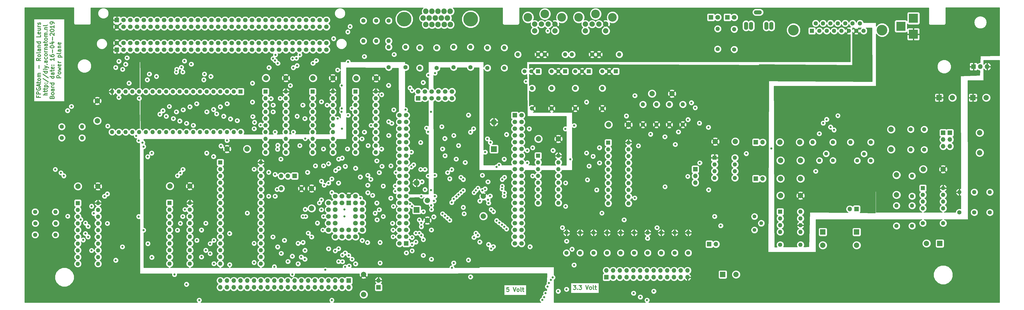
<source format=gbr>
G04 #@! TF.GenerationSoftware,KiCad,Pcbnew,(5.0.2-5)-5*
G04 #@! TF.CreationDate,2019-04-21T12:33:13+02:00*
G04 #@! TF.ProjectId,FPGAtom,46504741-746f-46d2-9e6b-696361645f70,rev?*
G04 #@! TF.SameCoordinates,Original*
G04 #@! TF.FileFunction,Copper,L2,Inr*
G04 #@! TF.FilePolarity,Positive*
%FSLAX46Y46*%
G04 Gerber Fmt 4.6, Leading zero omitted, Abs format (unit mm)*
G04 Created by KiCad (PCBNEW (5.0.2-5)-5) date Sunday, 21 April 2019 at 12:33:13*
%MOMM*%
%LPD*%
G01*
G04 APERTURE LIST*
G04 #@! TA.AperFunction,NonConductor*
%ADD10C,0.300000*%
G04 #@! TD*
G04 #@! TA.AperFunction,ViaPad*
%ADD11O,1.600000X1.600000*%
G04 #@! TD*
G04 #@! TA.AperFunction,ViaPad*
%ADD12C,1.600000*%
G04 #@! TD*
G04 #@! TA.AperFunction,ViaPad*
%ADD13C,1.700000*%
G04 #@! TD*
G04 #@! TA.AperFunction,ViaPad*
%ADD14R,1.700000X1.700000*%
G04 #@! TD*
G04 #@! TA.AperFunction,ViaPad*
%ADD15C,1.520000*%
G04 #@! TD*
G04 #@! TA.AperFunction,ViaPad*
%ADD16R,1.520000X1.520000*%
G04 #@! TD*
G04 #@! TA.AperFunction,ViaPad*
%ADD17R,1.600000X1.600000*%
G04 #@! TD*
G04 #@! TA.AperFunction,ViaPad*
%ADD18O,1.700000X1.700000*%
G04 #@! TD*
G04 #@! TA.AperFunction,ViaPad*
%ADD19C,2.000000*%
G04 #@! TD*
G04 #@! TA.AperFunction,ViaPad*
%ADD20C,1.800000*%
G04 #@! TD*
G04 #@! TA.AperFunction,ViaPad*
%ADD21R,1.800000X1.800000*%
G04 #@! TD*
G04 #@! TA.AperFunction,ViaPad*
%ADD22C,2.080000*%
G04 #@! TD*
G04 #@! TA.AperFunction,ViaPad*
%ADD23C,5.500000*%
G04 #@! TD*
G04 #@! TA.AperFunction,ViaPad*
%ADD24R,2.000000X2.000000*%
G04 #@! TD*
G04 #@! TA.AperFunction,ViaPad*
%ADD25R,2.200000X2.200000*%
G04 #@! TD*
G04 #@! TA.AperFunction,ViaPad*
%ADD26O,2.200000X2.200000*%
G04 #@! TD*
G04 #@! TA.AperFunction,ViaPad*
%ADD27R,3.500000X3.500000*%
G04 #@! TD*
G04 #@! TA.AperFunction,ViaPad*
%ADD28C,1.440000*%
G04 #@! TD*
G04 #@! TA.AperFunction,ViaPad*
%ADD29O,3.000000X1.524000*%
G04 #@! TD*
G04 #@! TA.AperFunction,ViaPad*
%ADD30O,1.524000X3.000000*%
G04 #@! TD*
G04 #@! TA.AperFunction,ViaPad*
%ADD31C,3.250000*%
G04 #@! TD*
G04 #@! TA.AperFunction,ViaPad*
%ADD32C,4.000000*%
G04 #@! TD*
G04 #@! TA.AperFunction,ViaPad*
%ADD33O,1.800000X1.800000*%
G04 #@! TD*
G04 #@! TA.AperFunction,ViaPad*
%ADD34C,0.800000*%
G04 #@! TD*
G04 #@! TA.AperFunction,Conductor*
%ADD35C,0.254000*%
G04 #@! TD*
G04 APERTURE END LIST*
D10*
X238030285Y-185995571D02*
X238958857Y-185995571D01*
X238458857Y-186567000D01*
X238673142Y-186567000D01*
X238816000Y-186638428D01*
X238887428Y-186709857D01*
X238958857Y-186852714D01*
X238958857Y-187209857D01*
X238887428Y-187352714D01*
X238816000Y-187424142D01*
X238673142Y-187495571D01*
X238244571Y-187495571D01*
X238101714Y-187424142D01*
X238030285Y-187352714D01*
X239601714Y-187352714D02*
X239673142Y-187424142D01*
X239601714Y-187495571D01*
X239530285Y-187424142D01*
X239601714Y-187352714D01*
X239601714Y-187495571D01*
X240173142Y-185995571D02*
X241101714Y-185995571D01*
X240601714Y-186567000D01*
X240816000Y-186567000D01*
X240958857Y-186638428D01*
X241030285Y-186709857D01*
X241101714Y-186852714D01*
X241101714Y-187209857D01*
X241030285Y-187352714D01*
X240958857Y-187424142D01*
X240816000Y-187495571D01*
X240387428Y-187495571D01*
X240244571Y-187424142D01*
X240173142Y-187352714D01*
X242673142Y-185995571D02*
X243173142Y-187495571D01*
X243673142Y-185995571D01*
X244387428Y-187495571D02*
X244244571Y-187424142D01*
X244173142Y-187352714D01*
X244101714Y-187209857D01*
X244101714Y-186781285D01*
X244173142Y-186638428D01*
X244244571Y-186567000D01*
X244387428Y-186495571D01*
X244601714Y-186495571D01*
X244744571Y-186567000D01*
X244816000Y-186638428D01*
X244887428Y-186781285D01*
X244887428Y-187209857D01*
X244816000Y-187352714D01*
X244744571Y-187424142D01*
X244601714Y-187495571D01*
X244387428Y-187495571D01*
X245744571Y-187495571D02*
X245601714Y-187424142D01*
X245530285Y-187281285D01*
X245530285Y-185995571D01*
X246101714Y-186495571D02*
X246673142Y-186495571D01*
X246316000Y-185995571D02*
X246316000Y-187281285D01*
X246387428Y-187424142D01*
X246530285Y-187495571D01*
X246673142Y-187495571D01*
X213796857Y-186757571D02*
X213082571Y-186757571D01*
X213011142Y-187471857D01*
X213082571Y-187400428D01*
X213225428Y-187329000D01*
X213582571Y-187329000D01*
X213725428Y-187400428D01*
X213796857Y-187471857D01*
X213868285Y-187614714D01*
X213868285Y-187971857D01*
X213796857Y-188114714D01*
X213725428Y-188186142D01*
X213582571Y-188257571D01*
X213225428Y-188257571D01*
X213082571Y-188186142D01*
X213011142Y-188114714D01*
X215439714Y-186757571D02*
X215939714Y-188257571D01*
X216439714Y-186757571D01*
X217154000Y-188257571D02*
X217011142Y-188186142D01*
X216939714Y-188114714D01*
X216868285Y-187971857D01*
X216868285Y-187543285D01*
X216939714Y-187400428D01*
X217011142Y-187329000D01*
X217154000Y-187257571D01*
X217368285Y-187257571D01*
X217511142Y-187329000D01*
X217582571Y-187400428D01*
X217654000Y-187543285D01*
X217654000Y-187971857D01*
X217582571Y-188114714D01*
X217511142Y-188186142D01*
X217368285Y-188257571D01*
X217154000Y-188257571D01*
X218511142Y-188257571D02*
X218368285Y-188186142D01*
X218296857Y-188043285D01*
X218296857Y-186757571D01*
X218868285Y-187257571D02*
X219439714Y-187257571D01*
X219082571Y-186757571D02*
X219082571Y-188043285D01*
X219154000Y-188186142D01*
X219296857Y-188257571D01*
X219439714Y-188257571D01*
X37088857Y-114754714D02*
X37088857Y-115254714D01*
X37874571Y-115254714D02*
X36374571Y-115254714D01*
X36374571Y-114540428D01*
X37874571Y-113969000D02*
X36374571Y-113969000D01*
X36374571Y-113397571D01*
X36446000Y-113254714D01*
X36517428Y-113183285D01*
X36660285Y-113111857D01*
X36874571Y-113111857D01*
X37017428Y-113183285D01*
X37088857Y-113254714D01*
X37160285Y-113397571D01*
X37160285Y-113969000D01*
X36446000Y-111683285D02*
X36374571Y-111826142D01*
X36374571Y-112040428D01*
X36446000Y-112254714D01*
X36588857Y-112397571D01*
X36731714Y-112469000D01*
X37017428Y-112540428D01*
X37231714Y-112540428D01*
X37517428Y-112469000D01*
X37660285Y-112397571D01*
X37803142Y-112254714D01*
X37874571Y-112040428D01*
X37874571Y-111897571D01*
X37803142Y-111683285D01*
X37731714Y-111611857D01*
X37231714Y-111611857D01*
X37231714Y-111897571D01*
X37446000Y-111040428D02*
X37446000Y-110326142D01*
X37874571Y-111183285D02*
X36374571Y-110683285D01*
X37874571Y-110183285D01*
X36874571Y-109897571D02*
X36874571Y-109326142D01*
X36374571Y-109683285D02*
X37660285Y-109683285D01*
X37803142Y-109611857D01*
X37874571Y-109469000D01*
X37874571Y-109326142D01*
X37874571Y-108611857D02*
X37803142Y-108754714D01*
X37731714Y-108826142D01*
X37588857Y-108897571D01*
X37160285Y-108897571D01*
X37017428Y-108826142D01*
X36946000Y-108754714D01*
X36874571Y-108611857D01*
X36874571Y-108397571D01*
X36946000Y-108254714D01*
X37017428Y-108183285D01*
X37160285Y-108111857D01*
X37588857Y-108111857D01*
X37731714Y-108183285D01*
X37803142Y-108254714D01*
X37874571Y-108397571D01*
X37874571Y-108611857D01*
X37874571Y-107469000D02*
X36874571Y-107469000D01*
X37017428Y-107469000D02*
X36946000Y-107397571D01*
X36874571Y-107254714D01*
X36874571Y-107040428D01*
X36946000Y-106897571D01*
X37088857Y-106826142D01*
X37874571Y-106826142D01*
X37088857Y-106826142D02*
X36946000Y-106754714D01*
X36874571Y-106611857D01*
X36874571Y-106397571D01*
X36946000Y-106254714D01*
X37088857Y-106183285D01*
X37874571Y-106183285D01*
X37303142Y-104326142D02*
X37303142Y-103183285D01*
X37874571Y-100469000D02*
X37160285Y-100969000D01*
X37874571Y-101326142D02*
X36374571Y-101326142D01*
X36374571Y-100754714D01*
X36446000Y-100611857D01*
X36517428Y-100540428D01*
X36660285Y-100469000D01*
X36874571Y-100469000D01*
X37017428Y-100540428D01*
X37088857Y-100611857D01*
X37160285Y-100754714D01*
X37160285Y-101326142D01*
X37874571Y-99611857D02*
X37803142Y-99754714D01*
X37731714Y-99826142D01*
X37588857Y-99897571D01*
X37160285Y-99897571D01*
X37017428Y-99826142D01*
X36946000Y-99754714D01*
X36874571Y-99611857D01*
X36874571Y-99397571D01*
X36946000Y-99254714D01*
X37017428Y-99183285D01*
X37160285Y-99111857D01*
X37588857Y-99111857D01*
X37731714Y-99183285D01*
X37803142Y-99254714D01*
X37874571Y-99397571D01*
X37874571Y-99611857D01*
X37874571Y-98254714D02*
X37803142Y-98397571D01*
X37660285Y-98469000D01*
X36374571Y-98469000D01*
X37874571Y-97040428D02*
X37088857Y-97040428D01*
X36946000Y-97111857D01*
X36874571Y-97254714D01*
X36874571Y-97540428D01*
X36946000Y-97683285D01*
X37803142Y-97040428D02*
X37874571Y-97183285D01*
X37874571Y-97540428D01*
X37803142Y-97683285D01*
X37660285Y-97754714D01*
X37517428Y-97754714D01*
X37374571Y-97683285D01*
X37303142Y-97540428D01*
X37303142Y-97183285D01*
X37231714Y-97040428D01*
X36874571Y-96326142D02*
X37874571Y-96326142D01*
X37017428Y-96326142D02*
X36946000Y-96254714D01*
X36874571Y-96111857D01*
X36874571Y-95897571D01*
X36946000Y-95754714D01*
X37088857Y-95683285D01*
X37874571Y-95683285D01*
X37874571Y-94326142D02*
X36374571Y-94326142D01*
X37803142Y-94326142D02*
X37874571Y-94469000D01*
X37874571Y-94754714D01*
X37803142Y-94897571D01*
X37731714Y-94969000D01*
X37588857Y-95040428D01*
X37160285Y-95040428D01*
X37017428Y-94969000D01*
X36946000Y-94897571D01*
X36874571Y-94754714D01*
X36874571Y-94469000D01*
X36946000Y-94326142D01*
X37874571Y-91754714D02*
X37874571Y-92469000D01*
X36374571Y-92469000D01*
X37803142Y-90683285D02*
X37874571Y-90826142D01*
X37874571Y-91111857D01*
X37803142Y-91254714D01*
X37660285Y-91326142D01*
X37088857Y-91326142D01*
X36946000Y-91254714D01*
X36874571Y-91111857D01*
X36874571Y-90826142D01*
X36946000Y-90683285D01*
X37088857Y-90611857D01*
X37231714Y-90611857D01*
X37374571Y-91326142D01*
X36874571Y-89326142D02*
X37874571Y-89326142D01*
X36874571Y-89969000D02*
X37660285Y-89969000D01*
X37803142Y-89897571D01*
X37874571Y-89754714D01*
X37874571Y-89540428D01*
X37803142Y-89397571D01*
X37731714Y-89326142D01*
X37874571Y-88611857D02*
X36874571Y-88611857D01*
X37160285Y-88611857D02*
X37017428Y-88540428D01*
X36946000Y-88469000D01*
X36874571Y-88326142D01*
X36874571Y-88183285D01*
X37803142Y-87754714D02*
X37874571Y-87611857D01*
X37874571Y-87326142D01*
X37803142Y-87183285D01*
X37660285Y-87111857D01*
X37588857Y-87111857D01*
X37446000Y-87183285D01*
X37374571Y-87326142D01*
X37374571Y-87540428D01*
X37303142Y-87683285D01*
X37160285Y-87754714D01*
X37088857Y-87754714D01*
X36946000Y-87683285D01*
X36874571Y-87540428D01*
X36874571Y-87326142D01*
X36946000Y-87183285D01*
X40424571Y-114326142D02*
X38924571Y-114326142D01*
X40424571Y-113683285D02*
X39638857Y-113683285D01*
X39496000Y-113754714D01*
X39424571Y-113897571D01*
X39424571Y-114111857D01*
X39496000Y-114254714D01*
X39567428Y-114326142D01*
X39424571Y-113183285D02*
X39424571Y-112611857D01*
X38924571Y-112969000D02*
X40210285Y-112969000D01*
X40353142Y-112897571D01*
X40424571Y-112754714D01*
X40424571Y-112611857D01*
X39424571Y-112326142D02*
X39424571Y-111754714D01*
X38924571Y-112111857D02*
X40210285Y-112111857D01*
X40353142Y-112040428D01*
X40424571Y-111897571D01*
X40424571Y-111754714D01*
X39424571Y-111254714D02*
X40924571Y-111254714D01*
X39496000Y-111254714D02*
X39424571Y-111111857D01*
X39424571Y-110826142D01*
X39496000Y-110683285D01*
X39567428Y-110611857D01*
X39710285Y-110540428D01*
X40138857Y-110540428D01*
X40281714Y-110611857D01*
X40353142Y-110683285D01*
X40424571Y-110826142D01*
X40424571Y-111111857D01*
X40353142Y-111254714D01*
X40281714Y-109897571D02*
X40353142Y-109826142D01*
X40424571Y-109897571D01*
X40353142Y-109969000D01*
X40281714Y-109897571D01*
X40424571Y-109897571D01*
X39496000Y-109897571D02*
X39567428Y-109826142D01*
X39638857Y-109897571D01*
X39567428Y-109969000D01*
X39496000Y-109897571D01*
X39638857Y-109897571D01*
X38853142Y-108111857D02*
X40781714Y-109397571D01*
X38853142Y-106540428D02*
X40781714Y-107826142D01*
X40424571Y-105397571D02*
X38924571Y-105397571D01*
X40353142Y-105397571D02*
X40424571Y-105540428D01*
X40424571Y-105826142D01*
X40353142Y-105969000D01*
X40281714Y-106040428D01*
X40138857Y-106111857D01*
X39710285Y-106111857D01*
X39567428Y-106040428D01*
X39496000Y-105969000D01*
X39424571Y-105826142D01*
X39424571Y-105540428D01*
X39496000Y-105397571D01*
X40424571Y-104683285D02*
X39424571Y-104683285D01*
X38924571Y-104683285D02*
X38996000Y-104754714D01*
X39067428Y-104683285D01*
X38996000Y-104611857D01*
X38924571Y-104683285D01*
X39067428Y-104683285D01*
X39424571Y-104111857D02*
X40424571Y-103754714D01*
X39424571Y-103397571D02*
X40424571Y-103754714D01*
X40781714Y-103897571D01*
X40853142Y-103969000D01*
X40924571Y-104111857D01*
X40281714Y-102826142D02*
X40353142Y-102754714D01*
X40424571Y-102826142D01*
X40353142Y-102897571D01*
X40281714Y-102826142D01*
X40424571Y-102826142D01*
X40424571Y-101469000D02*
X39638857Y-101469000D01*
X39496000Y-101540428D01*
X39424571Y-101683285D01*
X39424571Y-101969000D01*
X39496000Y-102111857D01*
X40353142Y-101469000D02*
X40424571Y-101611857D01*
X40424571Y-101969000D01*
X40353142Y-102111857D01*
X40210285Y-102183285D01*
X40067428Y-102183285D01*
X39924571Y-102111857D01*
X39853142Y-101969000D01*
X39853142Y-101611857D01*
X39781714Y-101469000D01*
X40353142Y-100111857D02*
X40424571Y-100254714D01*
X40424571Y-100540428D01*
X40353142Y-100683285D01*
X40281714Y-100754714D01*
X40138857Y-100826142D01*
X39710285Y-100826142D01*
X39567428Y-100754714D01*
X39496000Y-100683285D01*
X39424571Y-100540428D01*
X39424571Y-100254714D01*
X39496000Y-100111857D01*
X40424571Y-99254714D02*
X40353142Y-99397571D01*
X40281714Y-99469000D01*
X40138857Y-99540428D01*
X39710285Y-99540428D01*
X39567428Y-99469000D01*
X39496000Y-99397571D01*
X39424571Y-99254714D01*
X39424571Y-99040428D01*
X39496000Y-98897571D01*
X39567428Y-98826142D01*
X39710285Y-98754714D01*
X40138857Y-98754714D01*
X40281714Y-98826142D01*
X40353142Y-98897571D01*
X40424571Y-99040428D01*
X40424571Y-99254714D01*
X40424571Y-98111857D02*
X39424571Y-98111857D01*
X39710285Y-98111857D02*
X39567428Y-98040428D01*
X39496000Y-97969000D01*
X39424571Y-97826142D01*
X39424571Y-97683285D01*
X39424571Y-97183285D02*
X40424571Y-97183285D01*
X39567428Y-97183285D02*
X39496000Y-97111857D01*
X39424571Y-96969000D01*
X39424571Y-96754714D01*
X39496000Y-96611857D01*
X39638857Y-96540428D01*
X40424571Y-96540428D01*
X40424571Y-95183285D02*
X39638857Y-95183285D01*
X39496000Y-95254714D01*
X39424571Y-95397571D01*
X39424571Y-95683285D01*
X39496000Y-95826142D01*
X40353142Y-95183285D02*
X40424571Y-95326142D01*
X40424571Y-95683285D01*
X40353142Y-95826142D01*
X40210285Y-95897571D01*
X40067428Y-95897571D01*
X39924571Y-95826142D01*
X39853142Y-95683285D01*
X39853142Y-95326142D01*
X39781714Y-95183285D01*
X39424571Y-94683285D02*
X39424571Y-94111857D01*
X38924571Y-94469000D02*
X40210285Y-94469000D01*
X40353142Y-94397571D01*
X40424571Y-94254714D01*
X40424571Y-94111857D01*
X40424571Y-93397571D02*
X40353142Y-93540428D01*
X40281714Y-93611857D01*
X40138857Y-93683285D01*
X39710285Y-93683285D01*
X39567428Y-93611857D01*
X39496000Y-93540428D01*
X39424571Y-93397571D01*
X39424571Y-93183285D01*
X39496000Y-93040428D01*
X39567428Y-92969000D01*
X39710285Y-92897571D01*
X40138857Y-92897571D01*
X40281714Y-92969000D01*
X40353142Y-93040428D01*
X40424571Y-93183285D01*
X40424571Y-93397571D01*
X40424571Y-92254714D02*
X39424571Y-92254714D01*
X39567428Y-92254714D02*
X39496000Y-92183285D01*
X39424571Y-92040428D01*
X39424571Y-91826142D01*
X39496000Y-91683285D01*
X39638857Y-91611857D01*
X40424571Y-91611857D01*
X39638857Y-91611857D02*
X39496000Y-91540428D01*
X39424571Y-91397571D01*
X39424571Y-91183285D01*
X39496000Y-91040428D01*
X39638857Y-90969000D01*
X40424571Y-90969000D01*
X40281714Y-90254714D02*
X40353142Y-90183285D01*
X40424571Y-90254714D01*
X40353142Y-90326142D01*
X40281714Y-90254714D01*
X40424571Y-90254714D01*
X39424571Y-89540428D02*
X40424571Y-89540428D01*
X39567428Y-89540428D02*
X39496000Y-89469000D01*
X39424571Y-89326142D01*
X39424571Y-89111857D01*
X39496000Y-88969000D01*
X39638857Y-88897571D01*
X40424571Y-88897571D01*
X40424571Y-87969000D02*
X40353142Y-88111857D01*
X40210285Y-88183285D01*
X38924571Y-88183285D01*
X42188857Y-115111857D02*
X42260285Y-114897571D01*
X42331714Y-114826142D01*
X42474571Y-114754714D01*
X42688857Y-114754714D01*
X42831714Y-114826142D01*
X42903142Y-114897571D01*
X42974571Y-115040428D01*
X42974571Y-115611857D01*
X41474571Y-115611857D01*
X41474571Y-115111857D01*
X41546000Y-114969000D01*
X41617428Y-114897571D01*
X41760285Y-114826142D01*
X41903142Y-114826142D01*
X42046000Y-114897571D01*
X42117428Y-114969000D01*
X42188857Y-115111857D01*
X42188857Y-115611857D01*
X42974571Y-113897571D02*
X42903142Y-114040428D01*
X42831714Y-114111857D01*
X42688857Y-114183285D01*
X42260285Y-114183285D01*
X42117428Y-114111857D01*
X42046000Y-114040428D01*
X41974571Y-113897571D01*
X41974571Y-113683285D01*
X42046000Y-113540428D01*
X42117428Y-113469000D01*
X42260285Y-113397571D01*
X42688857Y-113397571D01*
X42831714Y-113469000D01*
X42903142Y-113540428D01*
X42974571Y-113683285D01*
X42974571Y-113897571D01*
X42974571Y-112111857D02*
X42188857Y-112111857D01*
X42046000Y-112183285D01*
X41974571Y-112326142D01*
X41974571Y-112611857D01*
X42046000Y-112754714D01*
X42903142Y-112111857D02*
X42974571Y-112254714D01*
X42974571Y-112611857D01*
X42903142Y-112754714D01*
X42760285Y-112826142D01*
X42617428Y-112826142D01*
X42474571Y-112754714D01*
X42403142Y-112611857D01*
X42403142Y-112254714D01*
X42331714Y-112111857D01*
X42974571Y-111397571D02*
X41974571Y-111397571D01*
X42260285Y-111397571D02*
X42117428Y-111326142D01*
X42046000Y-111254714D01*
X41974571Y-111111857D01*
X41974571Y-110969000D01*
X42974571Y-109826142D02*
X41474571Y-109826142D01*
X42903142Y-109826142D02*
X42974571Y-109969000D01*
X42974571Y-110254714D01*
X42903142Y-110397571D01*
X42831714Y-110469000D01*
X42688857Y-110540428D01*
X42260285Y-110540428D01*
X42117428Y-110469000D01*
X42046000Y-110397571D01*
X41974571Y-110254714D01*
X41974571Y-109969000D01*
X42046000Y-109826142D01*
X42974571Y-107326142D02*
X41474571Y-107326142D01*
X42903142Y-107326142D02*
X42974571Y-107469000D01*
X42974571Y-107754714D01*
X42903142Y-107897571D01*
X42831714Y-107969000D01*
X42688857Y-108040428D01*
X42260285Y-108040428D01*
X42117428Y-107969000D01*
X42046000Y-107897571D01*
X41974571Y-107754714D01*
X41974571Y-107469000D01*
X42046000Y-107326142D01*
X42974571Y-105969000D02*
X42188857Y-105969000D01*
X42046000Y-106040428D01*
X41974571Y-106183285D01*
X41974571Y-106469000D01*
X42046000Y-106611857D01*
X42903142Y-105969000D02*
X42974571Y-106111857D01*
X42974571Y-106469000D01*
X42903142Y-106611857D01*
X42760285Y-106683285D01*
X42617428Y-106683285D01*
X42474571Y-106611857D01*
X42403142Y-106469000D01*
X42403142Y-106111857D01*
X42331714Y-105969000D01*
X41974571Y-105469000D02*
X41974571Y-104897571D01*
X41474571Y-105254714D02*
X42760285Y-105254714D01*
X42903142Y-105183285D01*
X42974571Y-105040428D01*
X42974571Y-104897571D01*
X42903142Y-103826142D02*
X42974571Y-103969000D01*
X42974571Y-104254714D01*
X42903142Y-104397571D01*
X42760285Y-104469000D01*
X42188857Y-104469000D01*
X42046000Y-104397571D01*
X41974571Y-104254714D01*
X41974571Y-103969000D01*
X42046000Y-103826142D01*
X42188857Y-103754714D01*
X42331714Y-103754714D01*
X42474571Y-104469000D01*
X42831714Y-103111857D02*
X42903142Y-103040428D01*
X42974571Y-103111857D01*
X42903142Y-103183285D01*
X42831714Y-103111857D01*
X42974571Y-103111857D01*
X42046000Y-103111857D02*
X42117428Y-103040428D01*
X42188857Y-103111857D01*
X42117428Y-103183285D01*
X42046000Y-103111857D01*
X42188857Y-103111857D01*
X42974571Y-100469000D02*
X42974571Y-101326142D01*
X42974571Y-100897571D02*
X41474571Y-100897571D01*
X41688857Y-101040428D01*
X41831714Y-101183285D01*
X41903142Y-101326142D01*
X41474571Y-99183285D02*
X41474571Y-99469000D01*
X41546000Y-99611857D01*
X41617428Y-99683285D01*
X41831714Y-99826142D01*
X42117428Y-99897571D01*
X42688857Y-99897571D01*
X42831714Y-99826142D01*
X42903142Y-99754714D01*
X42974571Y-99611857D01*
X42974571Y-99326142D01*
X42903142Y-99183285D01*
X42831714Y-99111857D01*
X42688857Y-99040428D01*
X42331714Y-99040428D01*
X42188857Y-99111857D01*
X42117428Y-99183285D01*
X42046000Y-99326142D01*
X42046000Y-99611857D01*
X42117428Y-99754714D01*
X42188857Y-99826142D01*
X42331714Y-99897571D01*
X42403142Y-98397571D02*
X42403142Y-97254714D01*
X41474571Y-96254714D02*
X41474571Y-96111857D01*
X41546000Y-95969000D01*
X41617428Y-95897571D01*
X41760285Y-95826142D01*
X42046000Y-95754714D01*
X42403142Y-95754714D01*
X42688857Y-95826142D01*
X42831714Y-95897571D01*
X42903142Y-95969000D01*
X42974571Y-96111857D01*
X42974571Y-96254714D01*
X42903142Y-96397571D01*
X42831714Y-96469000D01*
X42688857Y-96540428D01*
X42403142Y-96611857D01*
X42046000Y-96611857D01*
X41760285Y-96540428D01*
X41617428Y-96469000D01*
X41546000Y-96397571D01*
X41474571Y-96254714D01*
X41974571Y-94469000D02*
X42974571Y-94469000D01*
X41403142Y-94826142D02*
X42474571Y-95183285D01*
X42474571Y-94254714D01*
X42403142Y-93683285D02*
X42403142Y-92540428D01*
X41617428Y-91897571D02*
X41546000Y-91826142D01*
X41474571Y-91683285D01*
X41474571Y-91326142D01*
X41546000Y-91183285D01*
X41617428Y-91111857D01*
X41760285Y-91040428D01*
X41903142Y-91040428D01*
X42117428Y-91111857D01*
X42974571Y-91969000D01*
X42974571Y-91040428D01*
X41474571Y-90111857D02*
X41474571Y-89969000D01*
X41546000Y-89826142D01*
X41617428Y-89754714D01*
X41760285Y-89683285D01*
X42046000Y-89611857D01*
X42403142Y-89611857D01*
X42688857Y-89683285D01*
X42831714Y-89754714D01*
X42903142Y-89826142D01*
X42974571Y-89969000D01*
X42974571Y-90111857D01*
X42903142Y-90254714D01*
X42831714Y-90326142D01*
X42688857Y-90397571D01*
X42403142Y-90469000D01*
X42046000Y-90469000D01*
X41760285Y-90397571D01*
X41617428Y-90326142D01*
X41546000Y-90254714D01*
X41474571Y-90111857D01*
X42974571Y-88183285D02*
X42974571Y-89040428D01*
X42974571Y-88611857D02*
X41474571Y-88611857D01*
X41688857Y-88754714D01*
X41831714Y-88897571D01*
X41903142Y-89040428D01*
X42974571Y-87469000D02*
X42974571Y-87183285D01*
X42903142Y-87040428D01*
X42831714Y-86969000D01*
X42617428Y-86826142D01*
X42331714Y-86754714D01*
X41760285Y-86754714D01*
X41617428Y-86826142D01*
X41546000Y-86897571D01*
X41474571Y-87040428D01*
X41474571Y-87326142D01*
X41546000Y-87469000D01*
X41617428Y-87540428D01*
X41760285Y-87611857D01*
X42117428Y-87611857D01*
X42260285Y-87540428D01*
X42331714Y-87469000D01*
X42403142Y-87326142D01*
X42403142Y-87040428D01*
X42331714Y-86897571D01*
X42260285Y-86826142D01*
X42117428Y-86754714D01*
X45524571Y-107826142D02*
X44024571Y-107826142D01*
X44024571Y-107254714D01*
X44096000Y-107111857D01*
X44167428Y-107040428D01*
X44310285Y-106969000D01*
X44524571Y-106969000D01*
X44667428Y-107040428D01*
X44738857Y-107111857D01*
X44810285Y-107254714D01*
X44810285Y-107826142D01*
X45524571Y-106111857D02*
X45453142Y-106254714D01*
X45381714Y-106326142D01*
X45238857Y-106397571D01*
X44810285Y-106397571D01*
X44667428Y-106326142D01*
X44596000Y-106254714D01*
X44524571Y-106111857D01*
X44524571Y-105897571D01*
X44596000Y-105754714D01*
X44667428Y-105683285D01*
X44810285Y-105611857D01*
X45238857Y-105611857D01*
X45381714Y-105683285D01*
X45453142Y-105754714D01*
X45524571Y-105897571D01*
X45524571Y-106111857D01*
X44524571Y-105111857D02*
X45524571Y-104826142D01*
X44810285Y-104540428D01*
X45524571Y-104254714D01*
X44524571Y-103969000D01*
X45453142Y-102826142D02*
X45524571Y-102969000D01*
X45524571Y-103254714D01*
X45453142Y-103397571D01*
X45310285Y-103469000D01*
X44738857Y-103469000D01*
X44596000Y-103397571D01*
X44524571Y-103254714D01*
X44524571Y-102969000D01*
X44596000Y-102826142D01*
X44738857Y-102754714D01*
X44881714Y-102754714D01*
X45024571Y-103469000D01*
X45524571Y-102111857D02*
X44524571Y-102111857D01*
X44810285Y-102111857D02*
X44667428Y-102040428D01*
X44596000Y-101969000D01*
X44524571Y-101826142D01*
X44524571Y-101683285D01*
X44524571Y-100040428D02*
X46024571Y-100040428D01*
X44596000Y-100040428D02*
X44524571Y-99897571D01*
X44524571Y-99611857D01*
X44596000Y-99469000D01*
X44667428Y-99397571D01*
X44810285Y-99326142D01*
X45238857Y-99326142D01*
X45381714Y-99397571D01*
X45453142Y-99469000D01*
X45524571Y-99611857D01*
X45524571Y-99897571D01*
X45453142Y-100040428D01*
X45524571Y-98469000D02*
X45453142Y-98611857D01*
X45310285Y-98683285D01*
X44024571Y-98683285D01*
X45524571Y-97254714D02*
X44738857Y-97254714D01*
X44596000Y-97326142D01*
X44524571Y-97469000D01*
X44524571Y-97754714D01*
X44596000Y-97897571D01*
X45453142Y-97254714D02*
X45524571Y-97397571D01*
X45524571Y-97754714D01*
X45453142Y-97897571D01*
X45310285Y-97969000D01*
X45167428Y-97969000D01*
X45024571Y-97897571D01*
X44953142Y-97754714D01*
X44953142Y-97397571D01*
X44881714Y-97254714D01*
X44524571Y-96540428D02*
X45524571Y-96540428D01*
X44667428Y-96540428D02*
X44596000Y-96469000D01*
X44524571Y-96326142D01*
X44524571Y-96111857D01*
X44596000Y-95969000D01*
X44738857Y-95897571D01*
X45524571Y-95897571D01*
X45453142Y-94611857D02*
X45524571Y-94754714D01*
X45524571Y-95040428D01*
X45453142Y-95183285D01*
X45310285Y-95254714D01*
X44738857Y-95254714D01*
X44596000Y-95183285D01*
X44524571Y-95040428D01*
X44524571Y-94754714D01*
X44596000Y-94611857D01*
X44738857Y-94540428D01*
X44881714Y-94540428D01*
X45024571Y-95254714D01*
D11*
G04 #@! TO.N,Net-(C22-Pad1)*
G04 #@! TO.C,R53*
X327914000Y-132080000D03*
D12*
G04 #@! TO.N,Net-(R53-Pad1)*
X335534000Y-132080000D03*
G04 #@! TD*
G04 #@! TO.N,Net-(R52-Pad1)*
G04 #@! TO.C,R52*
X349758000Y-132080000D03*
D11*
G04 #@! TO.N,Net-(C21-Pad1)*
X342138000Y-132080000D03*
G04 #@! TD*
D13*
G04 #@! TO.N,/RDY*
G04 #@! TO.C,U11*
X179730000Y-112990000D03*
G04 #@! TO.N,/SYNC*
X182270000Y-112990000D03*
G04 #@! TO.N,/SO*
X184810000Y-112990000D03*
G04 #@! TO.N,Net-(R17-Pad1)*
X187350000Y-112990000D03*
G04 #@! TO.N,GNDD*
X189890000Y-112990000D03*
G04 #@! TO.N,Net-(R24-Pad1)*
X192430000Y-112990000D03*
G04 #@! TO.N,N/C*
X192430000Y-115530000D03*
G04 #@! TO.N,Net-(U11-Pad85)*
X189890000Y-115530000D03*
G04 #@! TO.N,/CAS_out*
X187350000Y-115530000D03*
G04 #@! TO.N,Net-(R11-Pad1)*
X184810000Y-115530000D03*
G04 #@! TO.N,Net-(R10-Pad1)*
X182270000Y-115530000D03*
D14*
G04 #@! TO.N,Net-(C23-Pad2)*
X179730000Y-115530000D03*
D13*
G04 #@! TO.N,Net-(R14-Pad1)*
X218550000Y-121930000D03*
G04 #@! TO.N,Net-(R19-Pad1)*
X218550000Y-124470000D03*
G04 #@! TO.N,Net-(R20-Pad1)*
X218550000Y-127010000D03*
G04 #@! TO.N,Net-(R22-Pad1)*
X218550000Y-129550000D03*
G04 #@! TO.N,Net-(R25-Pad1)*
X218550000Y-132090000D03*
G04 #@! TO.N,GNDD*
X218550000Y-134630000D03*
G04 #@! TO.N,Net-(R12-Pad1)*
X218550000Y-137170000D03*
G04 #@! TO.N,Net-(Q1-Pad3)*
X218550000Y-139710000D03*
G04 #@! TO.N,Net-(Q3-Pad3)*
X218550000Y-142250000D03*
G04 #@! TO.N,Net-(U11-Pad71)*
X218550000Y-144790000D03*
G04 #@! TO.N,Net-(U11-Pad70)*
X218550000Y-147330000D03*
G04 #@! TO.N,/A18*
X218550000Y-149870000D03*
G04 #@! TO.N,/A17*
X218550000Y-152410000D03*
G04 #@! TO.N,Net-(U11-Pad67)*
X218550000Y-154950000D03*
G04 #@! TO.N,GNDD*
X218550000Y-157490000D03*
G04 #@! TO.N,Net-(U11-Pad65)*
X218550000Y-160030000D03*
G04 #@! TO.N,Net-(U11-Pad64)*
X218550000Y-162570000D03*
G04 #@! TO.N,Net-(U11-Pad63)*
X218550000Y-165110000D03*
G04 #@! TO.N,/RST*
X218550000Y-167650000D03*
G04 #@! TO.N,Net-(J14-Pad18)*
X218550000Y-170190000D03*
G04 #@! TO.N,Net-(J14-Pad16)*
X216010000Y-170190000D03*
G04 #@! TO.N,Net-(J14-Pad14)*
X216010000Y-167650000D03*
G04 #@! TO.N,Net-(J14-Pad12)*
X216010000Y-165110000D03*
G04 #@! TO.N,Net-(J14-Pad10)*
X216010000Y-162570000D03*
G04 #@! TO.N,Net-(J14-Pad8)*
X216010000Y-160030000D03*
G04 #@! TO.N,N/C*
X216010000Y-157490000D03*
G04 #@! TO.N,Net-(J14-Pad6)*
X216010000Y-154950000D03*
G04 #@! TO.N,Net-(J14-Pad4)*
X216010000Y-152410000D03*
G04 #@! TO.N,Net-(J14-Pad2)*
X216010000Y-149870000D03*
G04 #@! TO.N,Net-(U11-Pad51)*
X216010000Y-147330000D03*
G04 #@! TO.N,Net-(U11-Pad50)*
X216010000Y-144790000D03*
G04 #@! TO.N,Net-(U11-Pad49)*
X216010000Y-142250000D03*
G04 #@! TO.N,Net-(U11-Pad48)*
X216010000Y-139710000D03*
G04 #@! TO.N,Net-(J9-Pad1)*
X216010000Y-137170000D03*
G04 #@! TO.N,Net-(D3-Pad1)*
X216010000Y-134630000D03*
G04 #@! TO.N,Net-(J9-Pad5)*
X216010000Y-132090000D03*
G04 #@! TO.N,Net-(J9-Pad2)*
X216010000Y-129550000D03*
G04 #@! TO.N,Net-(J9-Pad7)*
X216010000Y-127010000D03*
G04 #@! TO.N,/CS_TUBE*
X216010000Y-124470000D03*
D14*
G04 #@! TO.N,/BUF_DIR*
X216010000Y-121930000D03*
D13*
G04 #@! TO.N,/D2*
X172720000Y-170180000D03*
G04 #@! TO.N,/D1*
X172720000Y-167640000D03*
G04 #@! TO.N,/D0*
X172720000Y-165100000D03*
G04 #@! TO.N,/A0*
X172720000Y-162560000D03*
G04 #@! TO.N,/A1*
X172720000Y-160020000D03*
G04 #@! TO.N,GNDD*
X172720000Y-157480000D03*
G04 #@! TO.N,/A2*
X172720000Y-154940000D03*
G04 #@! TO.N,/A3*
X172720000Y-152400000D03*
G04 #@! TO.N,/A4*
X172720000Y-149860000D03*
G04 #@! TO.N,/A5*
X172720000Y-147320000D03*
G04 #@! TO.N,/A6*
X172720000Y-144780000D03*
G04 #@! TO.N,/A12*
X172720000Y-142240000D03*
G04 #@! TO.N,/A7*
X172720000Y-139700000D03*
G04 #@! TO.N,/A15*
X172720000Y-137160000D03*
G04 #@! TO.N,GNDD*
X172720000Y-134620000D03*
G04 #@! TO.N,/A16*
X172720000Y-132080000D03*
G04 #@! TO.N,/IRQ*
X172720000Y-129540000D03*
G04 #@! TO.N,/NMI*
X172720000Y-127000000D03*
G04 #@! TO.N,/CS_BUF*
X172720000Y-124460000D03*
G04 #@! TO.N,/BLK_B*
X172720000Y-121920000D03*
G04 #@! TO.N,/CS_VIA*
X175260000Y-121920000D03*
G04 #@! TO.N,/RW*
X175260000Y-124460000D03*
G04 #@! TO.N,/PHI2*
X175260000Y-127000000D03*
G04 #@! TO.N,/NRDS*
X175260000Y-129540000D03*
G04 #@! TO.N,N/C*
X175260000Y-132080000D03*
G04 #@! TO.N,/A14*
X175260000Y-134620000D03*
G04 #@! TO.N,/A13*
X175260000Y-137160000D03*
G04 #@! TO.N,/NWDS*
X175260000Y-139700000D03*
G04 #@! TO.N,/A8*
X175260000Y-142240000D03*
G04 #@! TO.N,/A9*
X175260000Y-144780000D03*
G04 #@! TO.N,/A11*
X175260000Y-147320000D03*
G04 #@! TO.N,/CS_RAM*
X175260000Y-149860000D03*
G04 #@! TO.N,/A10*
X175260000Y-152400000D03*
G04 #@! TO.N,/CS_ROM*
X175260000Y-154940000D03*
G04 #@! TO.N,Net-(D4-Pad1)*
X175260000Y-157480000D03*
G04 #@! TO.N,/D7*
X175260000Y-160020000D03*
G04 #@! TO.N,/D6*
X175260000Y-162560000D03*
G04 #@! TO.N,/D5*
X175260000Y-165100000D03*
G04 #@! TO.N,/D4*
X175260000Y-167640000D03*
D14*
G04 #@! TO.N,/D3*
X175260000Y-170180000D03*
G04 #@! TD*
D15*
G04 #@! TO.N,+3V3*
G04 #@! TO.C,Q4*
X222250000Y-105410000D03*
G04 #@! TO.N,Net-(J14-Pad16)*
X219710000Y-105410000D03*
D16*
G04 #@! TO.N,Net-(J17-Pad1)*
X224790000Y-105410000D03*
G04 #@! TD*
D12*
G04 #@! TO.N,Net-(J14-Pad2)*
G04 #@! TO.C,R34*
X240538000Y-173736000D03*
D11*
G04 #@! TO.N,+3V3*
X240538000Y-166116000D03*
G04 #@! TD*
D12*
G04 #@! TO.N,Net-(J14-Pad10)*
G04 #@! TO.C,R30*
X260858000Y-173736000D03*
D11*
G04 #@! TO.N,+3V3*
X260858000Y-166116000D03*
G04 #@! TD*
D17*
G04 #@! TO.N,/A17*
G04 #@! TO.C,U6*
X105410000Y-139700000D03*
D11*
G04 #@! TO.N,/D3*
X120650000Y-177800000D03*
G04 #@! TO.N,/A16*
X105410000Y-142240000D03*
G04 #@! TO.N,/D4*
X120650000Y-175260000D03*
G04 #@! TO.N,/A14*
X105410000Y-144780000D03*
G04 #@! TO.N,/D5*
X120650000Y-172720000D03*
G04 #@! TO.N,/A12*
X105410000Y-147320000D03*
G04 #@! TO.N,/D6*
X120650000Y-170180000D03*
G04 #@! TO.N,/A7*
X105410000Y-149860000D03*
G04 #@! TO.N,/D7*
X120650000Y-167640000D03*
G04 #@! TO.N,/A6*
X105410000Y-152400000D03*
G04 #@! TO.N,/CS_RAM*
X120650000Y-165100000D03*
G04 #@! TO.N,/A5*
X105410000Y-154940000D03*
G04 #@! TO.N,/A10*
X120650000Y-162560000D03*
G04 #@! TO.N,/A4*
X105410000Y-157480000D03*
G04 #@! TO.N,/NRDS*
X120650000Y-160020000D03*
G04 #@! TO.N,/A3*
X105410000Y-160020000D03*
G04 #@! TO.N,/A11*
X120650000Y-157480000D03*
G04 #@! TO.N,/A2*
X105410000Y-162560000D03*
G04 #@! TO.N,/A9*
X120650000Y-154940000D03*
G04 #@! TO.N,/A1*
X105410000Y-165100000D03*
G04 #@! TO.N,/A8*
X120650000Y-152400000D03*
G04 #@! TO.N,/A0*
X105410000Y-167640000D03*
G04 #@! TO.N,/A13*
X120650000Y-149860000D03*
G04 #@! TO.N,/D0*
X105410000Y-170180000D03*
G04 #@! TO.N,/NWDS*
X120650000Y-147320000D03*
G04 #@! TO.N,/D1*
X105410000Y-172720000D03*
G04 #@! TO.N,Net-(J3-Pad2)*
X120650000Y-144780000D03*
G04 #@! TO.N,/D2*
X105410000Y-175260000D03*
G04 #@! TO.N,/A15*
X120650000Y-142240000D03*
G04 #@! TO.N,GNDD*
X105410000Y-177800000D03*
G04 #@! TO.N,+3V3*
X120650000Y-139700000D03*
G04 #@! TD*
D14*
G04 #@! TO.N,N/C*
G04 #@! TO.C,J5 Pi Tube*
X153670000Y-184150000D03*
D18*
G04 #@! TO.N,Net-(J5-Pad2)*
X153670000Y-186690000D03*
G04 #@! TO.N,/A1*
X151130000Y-184150000D03*
G04 #@! TO.N,Net-(J5-Pad2)*
X151130000Y-186690000D03*
G04 #@! TO.N,/A2*
X148590000Y-184150000D03*
G04 #@! TO.N,GNDD*
X148590000Y-186690000D03*
G04 #@! TO.N,/RST*
X146050000Y-184150000D03*
G04 #@! TO.N,/PiTX*
X146050000Y-186690000D03*
G04 #@! TO.N,GNDD*
X143510000Y-184150000D03*
G04 #@! TO.N,/PiRX*
X143510000Y-186690000D03*
G04 #@! TO.N,/CS_TUBE*
X140970000Y-184150000D03*
G04 #@! TO.N,/RW*
X140970000Y-186690000D03*
G04 #@! TO.N,/A0*
X138430000Y-184150000D03*
G04 #@! TO.N,GNDD*
X138430000Y-186690000D03*
G04 #@! TO.N,/D4*
X135890000Y-184150000D03*
G04 #@! TO.N,/D5*
X135890000Y-186690000D03*
G04 #@! TO.N,N/C*
X133350000Y-184150000D03*
G04 #@! TO.N,/D6*
X133350000Y-186690000D03*
G04 #@! TO.N,/D2*
X130810000Y-184150000D03*
G04 #@! TO.N,GNDD*
X130810000Y-186690000D03*
G04 #@! TO.N,/D1*
X128270000Y-184150000D03*
G04 #@! TO.N,/D7*
X128270000Y-186690000D03*
G04 #@! TO.N,/D3*
X125730000Y-184150000D03*
G04 #@! TO.N,/D0*
X125730000Y-186690000D03*
G04 #@! TO.N,GNDD*
X123190000Y-184150000D03*
G04 #@! TO.N,/PHI2*
X123190000Y-186690000D03*
G04 #@! TO.N,N/C*
X120650000Y-184150000D03*
X120650000Y-186690000D03*
G04 #@! TO.N,/A3*
X118110000Y-184150000D03*
G04 #@! TO.N,GNDD*
X118110000Y-186690000D03*
G04 #@! TO.N,N/C*
X115570000Y-184150000D03*
X115570000Y-186690000D03*
X113030000Y-184150000D03*
G04 #@! TO.N,GNDD*
X113030000Y-186690000D03*
G04 #@! TO.N,N/C*
X110490000Y-184150000D03*
X110490000Y-186690000D03*
X107950000Y-184150000D03*
X107950000Y-186690000D03*
X105410000Y-184150000D03*
X105410000Y-186690000D03*
G04 #@! TD*
D13*
G04 #@! TO.N,GNDD*
G04 #@! TO.C,J1 (PL7)*
X145288000Y-94742000D03*
X145288000Y-97282000D03*
G04 #@! TO.N,/BBLK_B*
X142748000Y-94742000D03*
G04 #@! TO.N,/BA18*
X142748000Y-97282000D03*
G04 #@! TO.N,/BRW*
X140208000Y-94742000D03*
G04 #@! TO.N,/BSYN*
X140208000Y-97282000D03*
G04 #@! TO.N,/BPH2*
X137668000Y-94742000D03*
G04 #@! TO.N,/BNMI*
X137668000Y-97282000D03*
G04 #@! TO.N,/BA9*
X135128000Y-94742000D03*
G04 #@! TO.N,/BIRQ*
X135128000Y-97282000D03*
G04 #@! TO.N,/BA10*
X132588000Y-94742000D03*
G04 #@! TO.N,/BA17*
X132588000Y-97282000D03*
G04 #@! TO.N,/BA11*
X130048000Y-94742000D03*
G04 #@! TO.N,/BSO*
X130048000Y-97282000D03*
G04 #@! TO.N,/BA12*
X127508000Y-94742000D03*
G04 #@! TO.N,/BRDY*
X127508000Y-97282000D03*
G04 #@! TO.N,/BA13*
X124968000Y-94742000D03*
G04 #@! TO.N,/BPiRX*
X124968000Y-97282000D03*
G04 #@! TO.N,/BD0*
X122428000Y-94742000D03*
G04 #@! TO.N,/BPiTX*
X122428000Y-97282000D03*
G04 #@! TO.N,/BD1*
X119888000Y-94742000D03*
G04 #@! TO.N,/CA1*
X119888000Y-97282000D03*
G04 #@! TO.N,/BD2*
X117348000Y-94742000D03*
G04 #@! TO.N,/CA2*
X117348000Y-97282000D03*
G04 #@! TO.N,/BD3*
X114808000Y-94742000D03*
G04 #@! TO.N,/PA0*
X114808000Y-97282000D03*
G04 #@! TO.N,/BD4*
X112268000Y-94742000D03*
G04 #@! TO.N,/PA1*
X112268000Y-97282000D03*
G04 #@! TO.N,/BD5*
X109728000Y-94742000D03*
G04 #@! TO.N,/PA2*
X109728000Y-97282000D03*
G04 #@! TO.N,/BD6*
X107188000Y-94742000D03*
G04 #@! TO.N,/PA3*
X107188000Y-97282000D03*
G04 #@! TO.N,/BD7*
X104648000Y-94742000D03*
G04 #@! TO.N,/PA4*
X104648000Y-97282000D03*
G04 #@! TO.N,/BA0*
X102108000Y-94742000D03*
G04 #@! TO.N,/PA5*
X102108000Y-97282000D03*
G04 #@! TO.N,/BA1*
X99568000Y-94742000D03*
G04 #@! TO.N,/PA6*
X99568000Y-97282000D03*
G04 #@! TO.N,/BA2*
X97028000Y-94742000D03*
G04 #@! TO.N,/PA7*
X97028000Y-97282000D03*
G04 #@! TO.N,/BA3*
X94488000Y-94742000D03*
G04 #@! TO.N,/CB1*
X94488000Y-97282000D03*
G04 #@! TO.N,/BA4*
X91948000Y-94742000D03*
G04 #@! TO.N,/CB2*
X91948000Y-97282000D03*
G04 #@! TO.N,/BA5*
X89408000Y-94742000D03*
G04 #@! TO.N,/PB0*
X89408000Y-97282000D03*
G04 #@! TO.N,/BA6*
X86868000Y-94742000D03*
G04 #@! TO.N,/PB1*
X86868000Y-97282000D03*
G04 #@! TO.N,/BA7*
X84328000Y-94742000D03*
G04 #@! TO.N,/PB2*
X84328000Y-97282000D03*
G04 #@! TO.N,/BA8*
X81788000Y-94742000D03*
G04 #@! TO.N,/PB3*
X81788000Y-97282000D03*
G04 #@! TO.N,/RST*
X79248000Y-94742000D03*
G04 #@! TO.N,/PB4*
X79248000Y-97282000D03*
G04 #@! TO.N,/BNRDS*
X76708000Y-94742000D03*
G04 #@! TO.N,/PB5*
X76708000Y-97282000D03*
G04 #@! TO.N,/BNWDS*
X74168000Y-94742000D03*
G04 #@! TO.N,/PB6*
X74168000Y-97282000D03*
G04 #@! TO.N,/BA14*
X71628000Y-94742000D03*
G04 #@! TO.N,/PB7*
X71628000Y-97282000D03*
G04 #@! TO.N,/BA15*
X69088000Y-94742000D03*
G04 #@! TO.N,/BA16*
X69088000Y-97282000D03*
G04 #@! TO.N,+5V*
X66548000Y-94742000D03*
D14*
X66548000Y-97282000D03*
G04 #@! TD*
D17*
G04 #@! TO.N,GNDD*
G04 #@! TO.C,U5*
X113030000Y-113030000D03*
D11*
G04 #@! TO.N,/BIRQ*
X64770000Y-128270000D03*
G04 #@! TO.N,/PA0*
X110490000Y-113030000D03*
G04 #@! TO.N,/BRW*
X67310000Y-128270000D03*
G04 #@! TO.N,/PA1*
X107950000Y-113030000D03*
G04 #@! TO.N,/CS_VIA*
X69850000Y-128270000D03*
G04 #@! TO.N,/PA2*
X105410000Y-113030000D03*
G04 #@! TO.N,Net-(R5-Pad1)*
X72390000Y-128270000D03*
G04 #@! TO.N,/PA3*
X102870000Y-113030000D03*
G04 #@! TO.N,/BPH2*
X74930000Y-128270000D03*
G04 #@! TO.N,/PA4*
X100330000Y-113030000D03*
G04 #@! TO.N,/BD7*
X77470000Y-128270000D03*
G04 #@! TO.N,/PA5*
X97790000Y-113030000D03*
G04 #@! TO.N,/BD6*
X80010000Y-128270000D03*
G04 #@! TO.N,/PA6*
X95250000Y-113030000D03*
G04 #@! TO.N,/BD5*
X82550000Y-128270000D03*
G04 #@! TO.N,/PA7*
X92710000Y-113030000D03*
G04 #@! TO.N,/BD4*
X85090000Y-128270000D03*
G04 #@! TO.N,/PB0*
X90170000Y-113030000D03*
G04 #@! TO.N,/BD3*
X87630000Y-128270000D03*
G04 #@! TO.N,/PB1*
X87630000Y-113030000D03*
G04 #@! TO.N,/BD2*
X90170000Y-128270000D03*
G04 #@! TO.N,/PB2*
X85090000Y-113030000D03*
G04 #@! TO.N,/BD1*
X92710000Y-128270000D03*
G04 #@! TO.N,/PB3*
X82550000Y-113030000D03*
G04 #@! TO.N,/BD0*
X95250000Y-128270000D03*
G04 #@! TO.N,/PB4*
X80010000Y-113030000D03*
G04 #@! TO.N,/RST*
X97790000Y-128270000D03*
G04 #@! TO.N,/PB5*
X77470000Y-113030000D03*
G04 #@! TO.N,/BA3*
X100330000Y-128270000D03*
G04 #@! TO.N,/PB6*
X74930000Y-113030000D03*
G04 #@! TO.N,/BA2*
X102870000Y-128270000D03*
G04 #@! TO.N,/PB7*
X72390000Y-113030000D03*
G04 #@! TO.N,/BA1*
X105410000Y-128270000D03*
G04 #@! TO.N,/CB1*
X69850000Y-113030000D03*
G04 #@! TO.N,/BA0*
X107950000Y-128270000D03*
G04 #@! TO.N,/CB2*
X67310000Y-113030000D03*
G04 #@! TO.N,/CA2*
X110490000Y-128270000D03*
G04 #@! TO.N,+5V*
X64770000Y-113030000D03*
G04 #@! TO.N,/CA1*
X113030000Y-128270000D03*
G04 #@! TD*
D17*
G04 #@! TO.N,GNDD*
G04 #@! TO.C,U4*
X140081000Y-113030000D03*
D11*
G04 #@! TO.N,/A12*
X147701000Y-135890000D03*
G04 #@! TO.N,/A8*
X140081000Y-115570000D03*
G04 #@! TO.N,/BA11*
X147701000Y-133350000D03*
G04 #@! TO.N,/BA15*
X140081000Y-118110000D03*
G04 #@! TO.N,/A13*
X147701000Y-130810000D03*
G04 #@! TO.N,/A9*
X140081000Y-120650000D03*
G04 #@! TO.N,/BA10*
X147701000Y-128270000D03*
G04 #@! TO.N,/BA14*
X140081000Y-123190000D03*
G04 #@! TO.N,/A14*
X147701000Y-125730000D03*
G04 #@! TO.N,/A10*
X140081000Y-125730000D03*
G04 #@! TO.N,/BA9*
X147701000Y-123190000D03*
G04 #@! TO.N,/BA13*
X140081000Y-128270000D03*
G04 #@! TO.N,/A15*
X147701000Y-120650000D03*
G04 #@! TO.N,/A11*
X140081000Y-130810000D03*
G04 #@! TO.N,/BA8*
X147701000Y-118110000D03*
G04 #@! TO.N,/BA12*
X140081000Y-133350000D03*
G04 #@! TO.N,GNDD*
X147701000Y-115570000D03*
X140081000Y-135890000D03*
G04 #@! TO.N,+5V*
X147701000Y-113030000D03*
G04 #@! TD*
D19*
G04 #@! TO.N,+3V3*
G04 #@! TO.C,C11*
X139712700Y-149476460D03*
G04 #@! TO.N,GNDD*
X139712700Y-156976460D03*
G04 #@! TD*
D20*
G04 #@! TO.N,/A14*
G04 #@! TO.C,U7*
X158750000Y-154940000D03*
G04 #@! TO.N,/A8*
X158750000Y-157480000D03*
G04 #@! TO.N,/A11*
X158750000Y-160020000D03*
G04 #@! TO.N,/A10*
X158750000Y-162560000D03*
G04 #@! TO.N,/D7*
X158750000Y-165100000D03*
G04 #@! TO.N,/A13*
X156210000Y-157480000D03*
G04 #@! TO.N,/A9*
X156210000Y-160020000D03*
G04 #@! TO.N,/NRDS*
X156210000Y-162560000D03*
G04 #@! TO.N,/D6*
X156210000Y-167640000D03*
G04 #@! TO.N,/D4*
X153670000Y-167640000D03*
G04 #@! TO.N,GNDD*
X151130000Y-167640000D03*
G04 #@! TO.N,/D1*
X148590000Y-167640000D03*
G04 #@! TO.N,/CS_ROM*
X156210000Y-165100000D03*
G04 #@! TO.N,/D5*
X153670000Y-165100000D03*
G04 #@! TO.N,/D3*
X151130000Y-165100000D03*
G04 #@! TO.N,/D2*
X148590000Y-165100000D03*
G04 #@! TO.N,/D0*
X146050000Y-165100000D03*
G04 #@! TO.N,/A1*
X146050000Y-162560000D03*
G04 #@! TO.N,/A3*
X146050000Y-160020000D03*
G04 #@! TO.N,/A5*
X146050000Y-157480000D03*
G04 #@! TO.N,/A7*
X146050000Y-154940000D03*
G04 #@! TO.N,/A0*
X148590000Y-162560000D03*
G04 #@! TO.N,/A2*
X148590000Y-160020000D03*
G04 #@! TO.N,/A4*
X148590000Y-157480000D03*
G04 #@! TO.N,/A6*
X148590000Y-154940000D03*
G04 #@! TO.N,/A17*
X156210000Y-152400000D03*
G04 #@! TO.N,+3V3*
X153670000Y-152400000D03*
G04 #@! TO.N,/A12*
X148590000Y-152400000D03*
G04 #@! TO.N,/A16*
X151130000Y-152400000D03*
G04 #@! TO.N,/A14*
X158750000Y-154940000D03*
G04 #@! TO.N,/NWDS*
X156210000Y-154940000D03*
G04 #@! TO.N,/A15*
X151130000Y-154940000D03*
D21*
G04 #@! TO.N,/A18*
X153670000Y-154940000D03*
G04 #@! TD*
D22*
G04 #@! TO.N,N/C*
G04 #@! TO.C,J8*
X191770000Y-82804000D03*
G04 #@! TO.N,Net-(J8-Pad14)*
X189484000Y-82804000D03*
G04 #@! TO.N,Net-(J8-Pad13)*
X187198000Y-82804000D03*
G04 #@! TO.N,N/C*
X184912000Y-82804000D03*
X182626000Y-82804000D03*
G04 #@! TO.N,GNDD*
X190754000Y-85344000D03*
D23*
G04 #@! TO.N,*
X199438260Y-85783420D03*
D22*
G04 #@! TO.N,GNDD*
X181610000Y-85344000D03*
X183896000Y-85344000D03*
X186182000Y-85344000D03*
G04 #@! TO.N,N/C*
X188468000Y-85344000D03*
G04 #@! TO.N,GNDD*
X191792860Y-87782400D03*
G04 #@! TO.N,N/C*
X189504320Y-87782400D03*
G04 #@! TO.N,Net-(J8-Pad1)*
X182633620Y-87782400D03*
G04 #@! TO.N,Net-(J8-Pad2)*
X184924700Y-87782400D03*
G04 #@! TO.N,Net-(J8-Pad3)*
X187210700Y-87782400D03*
D23*
G04 #@! TO.N,*
X174449740Y-85783420D03*
G04 #@! TD*
D14*
G04 #@! TO.N,Net-(C28-Pad2)*
G04 #@! TO.C,Speaker*
X344424000Y-157226000D03*
D18*
G04 #@! TO.N,GNDD*
X341884000Y-157226000D03*
G04 #@! TD*
D17*
G04 #@! TO.N,GNDD*
G04 #@! TO.C,U9*
X122428000Y-113030000D03*
D11*
G04 #@! TO.N,/SYNC*
X130048000Y-135890000D03*
G04 #@! TO.N,/PHI2*
X122428000Y-115570000D03*
G04 #@! TO.N,/BNRDS*
X130048000Y-133350000D03*
G04 #@! TO.N,/BA17*
X122428000Y-118110000D03*
G04 #@! TO.N,/BLK_B*
X130048000Y-130810000D03*
G04 #@! TO.N,/RW*
X122428000Y-120650000D03*
G04 #@! TO.N,/BNWDS*
X130048000Y-128270000D03*
G04 #@! TO.N,/BA16*
X122428000Y-123190000D03*
G04 #@! TO.N,/A16*
X130048000Y-125730000D03*
G04 #@! TO.N,/NWDS*
X122428000Y-125730000D03*
G04 #@! TO.N,/BRW*
X130048000Y-123190000D03*
G04 #@! TO.N,/BBLK_B*
X122428000Y-128270000D03*
G04 #@! TO.N,/A17*
X130048000Y-120650000D03*
G04 #@! TO.N,/NRDS*
X122428000Y-130810000D03*
G04 #@! TO.N,/BPH2*
X130048000Y-118110000D03*
G04 #@! TO.N,/BSYN*
X122428000Y-133350000D03*
G04 #@! TO.N,GNDD*
X130048000Y-115570000D03*
X122428000Y-135890000D03*
G04 #@! TO.N,+5V*
X130048000Y-113030000D03*
G04 #@! TD*
D24*
G04 #@! TO.N,+5V*
G04 #@! TO.C,C1*
X375412000Y-115316000D03*
D19*
G04 #@! TO.N,GNDD*
X380412000Y-115316000D03*
G04 #@! TD*
D24*
G04 #@! TO.N,+3V3*
G04 #@! TO.C,C10*
X388112000Y-115316000D03*
D19*
G04 #@! TO.N,GNDD*
X393112000Y-115316000D03*
G04 #@! TD*
D21*
G04 #@! TO.N,GNDD*
G04 #@! TO.C,D1*
X295910000Y-85090000D03*
D20*
G04 #@! TO.N,Net-(D1-Pad2)*
X298450000Y-85090000D03*
G04 #@! TD*
D21*
G04 #@! TO.N,GNDD*
G04 #@! TO.C,D2*
X289687000Y-85090000D03*
D20*
G04 #@! TO.N,Net-(D2-Pad2)*
X292227000Y-85090000D03*
G04 #@! TD*
D25*
G04 #@! TO.N,Net-(D3-Pad1)*
G04 #@! TO.C,D3*
X208178400Y-134670800D03*
D26*
G04 #@! TO.N,+5V*
X208178400Y-124510800D03*
G04 #@! TD*
D25*
G04 #@! TO.N,Net-(D4-Pad1)*
G04 #@! TO.C,D4*
X179146200Y-157530800D03*
D26*
G04 #@! TO.N,+5V*
X179146200Y-147370800D03*
G04 #@! TD*
D13*
G04 #@! TO.N,GNDD*
G04 #@! TO.C,J2 (PL6)*
X145288000Y-88646000D03*
X145288000Y-86106000D03*
G04 #@! TO.N,/BBLK_B*
X142748000Y-88646000D03*
G04 #@! TO.N,/BA18*
X142748000Y-86106000D03*
G04 #@! TO.N,/BRW*
X140208000Y-88646000D03*
G04 #@! TO.N,/BSYN*
X140208000Y-86106000D03*
G04 #@! TO.N,/BPH2*
X137668000Y-88646000D03*
G04 #@! TO.N,/BNMI*
X137668000Y-86106000D03*
G04 #@! TO.N,/BA9*
X135128000Y-88646000D03*
G04 #@! TO.N,/BIRQ*
X135128000Y-86106000D03*
G04 #@! TO.N,/BA10*
X132588000Y-88646000D03*
G04 #@! TO.N,/BA17*
X132588000Y-86106000D03*
G04 #@! TO.N,/BA11*
X130048000Y-88646000D03*
G04 #@! TO.N,/BSO*
X130048000Y-86106000D03*
G04 #@! TO.N,/BA12*
X127508000Y-88646000D03*
G04 #@! TO.N,/BRDY*
X127508000Y-86106000D03*
G04 #@! TO.N,/BA13*
X124968000Y-88646000D03*
G04 #@! TO.N,/BPiRX*
X124968000Y-86106000D03*
G04 #@! TO.N,/BD0*
X122428000Y-88646000D03*
G04 #@! TO.N,/BPiTX*
X122428000Y-86106000D03*
G04 #@! TO.N,/BD1*
X119888000Y-88646000D03*
G04 #@! TO.N,/CA1*
X119888000Y-86106000D03*
G04 #@! TO.N,/BD2*
X117348000Y-88646000D03*
G04 #@! TO.N,/CA2*
X117348000Y-86106000D03*
G04 #@! TO.N,/BD3*
X114808000Y-88646000D03*
G04 #@! TO.N,/PA0*
X114808000Y-86106000D03*
G04 #@! TO.N,/BD4*
X112268000Y-88646000D03*
G04 #@! TO.N,/PA1*
X112268000Y-86106000D03*
G04 #@! TO.N,/BD5*
X109728000Y-88646000D03*
G04 #@! TO.N,/PA2*
X109728000Y-86106000D03*
G04 #@! TO.N,/BD6*
X107188000Y-88646000D03*
G04 #@! TO.N,/PA3*
X107188000Y-86106000D03*
G04 #@! TO.N,/BD7*
X104648000Y-88646000D03*
G04 #@! TO.N,/PA4*
X104648000Y-86106000D03*
G04 #@! TO.N,/BA0*
X102108000Y-88646000D03*
G04 #@! TO.N,/PA5*
X102108000Y-86106000D03*
G04 #@! TO.N,/BA1*
X99568000Y-88646000D03*
G04 #@! TO.N,/PA6*
X99568000Y-86106000D03*
G04 #@! TO.N,/BA2*
X97028000Y-88646000D03*
G04 #@! TO.N,/PA7*
X97028000Y-86106000D03*
G04 #@! TO.N,/BA3*
X94488000Y-88646000D03*
G04 #@! TO.N,/CB1*
X94488000Y-86106000D03*
G04 #@! TO.N,/BA4*
X91948000Y-88646000D03*
G04 #@! TO.N,/CB2*
X91948000Y-86106000D03*
G04 #@! TO.N,/BA5*
X89408000Y-88646000D03*
G04 #@! TO.N,/PB0*
X89408000Y-86106000D03*
G04 #@! TO.N,/BA6*
X86868000Y-88646000D03*
G04 #@! TO.N,/PB1*
X86868000Y-86106000D03*
G04 #@! TO.N,/BA7*
X84328000Y-88646000D03*
G04 #@! TO.N,/PB2*
X84328000Y-86106000D03*
G04 #@! TO.N,/BA8*
X81788000Y-88646000D03*
G04 #@! TO.N,/PB3*
X81788000Y-86106000D03*
G04 #@! TO.N,/RST*
X79248000Y-88646000D03*
G04 #@! TO.N,/PB4*
X79248000Y-86106000D03*
G04 #@! TO.N,/BNRDS*
X76708000Y-88646000D03*
G04 #@! TO.N,/PB5*
X76708000Y-86106000D03*
G04 #@! TO.N,/BNWDS*
X74168000Y-88646000D03*
G04 #@! TO.N,/PB6*
X74168000Y-86106000D03*
G04 #@! TO.N,/BA14*
X71628000Y-88646000D03*
G04 #@! TO.N,/PB7*
X71628000Y-86106000D03*
G04 #@! TO.N,/BA15*
X69088000Y-88646000D03*
G04 #@! TO.N,/BA16*
X69088000Y-86106000D03*
G04 #@! TO.N,+5V*
X66548000Y-88646000D03*
D14*
X66548000Y-86106000D03*
G04 #@! TD*
G04 #@! TO.N,/A18*
G04 #@! TO.C,J3*
X133350000Y-144780000D03*
D18*
G04 #@! TO.N,Net-(J3-Pad2)*
X130810000Y-144780000D03*
G04 #@! TO.N,Net-(J3-Pad3)*
X128270000Y-144780000D03*
G04 #@! TD*
D27*
G04 #@! TO.N,+5V*
G04 #@! TO.C,J4*
X365760000Y-91440000D03*
G04 #@! TO.N,GNDD*
X365760000Y-85440000D03*
G04 #@! TO.N,N/C*
X361060000Y-88440000D03*
G04 #@! TD*
D17*
G04 #@! TO.N,/BUF_DIR*
G04 #@! TO.C,U2*
X86360000Y-154940000D03*
D11*
G04 #@! TO.N,/D7*
X93980000Y-177800000D03*
G04 #@! TO.N,/BD0*
X86360000Y-157480000D03*
G04 #@! TO.N,/D6*
X93980000Y-175260000D03*
G04 #@! TO.N,/BD1*
X86360000Y-160020000D03*
G04 #@! TO.N,/D5*
X93980000Y-172720000D03*
G04 #@! TO.N,/BD2*
X86360000Y-162560000D03*
G04 #@! TO.N,/D4*
X93980000Y-170180000D03*
G04 #@! TO.N,/BD3*
X86360000Y-165100000D03*
G04 #@! TO.N,/D3*
X93980000Y-167640000D03*
G04 #@! TO.N,/BD4*
X86360000Y-167640000D03*
G04 #@! TO.N,/D2*
X93980000Y-165100000D03*
G04 #@! TO.N,/BD5*
X86360000Y-170180000D03*
G04 #@! TO.N,/D1*
X93980000Y-162560000D03*
G04 #@! TO.N,/BD6*
X86360000Y-172720000D03*
G04 #@! TO.N,/D0*
X93980000Y-160020000D03*
G04 #@! TO.N,/BD7*
X86360000Y-175260000D03*
G04 #@! TO.N,/CS_BUF*
X93980000Y-157480000D03*
G04 #@! TO.N,GNDD*
X86360000Y-177800000D03*
G04 #@! TO.N,+3V3*
X93980000Y-154940000D03*
G04 #@! TD*
D17*
G04 #@! TO.N,GNDD*
G04 #@! TO.C,U3*
X51854100Y-154978100D03*
D11*
G04 #@! TO.N,/A4*
X59474100Y-177838100D03*
G04 #@! TO.N,/A0*
X51854100Y-157518100D03*
G04 #@! TO.N,/BA3*
X59474100Y-175298100D03*
G04 #@! TO.N,/BA7*
X51854100Y-160058100D03*
G04 #@! TO.N,/A5*
X59474100Y-172758100D03*
G04 #@! TO.N,/A1*
X51854100Y-162598100D03*
G04 #@! TO.N,/BA2*
X59474100Y-170218100D03*
G04 #@! TO.N,/BA6*
X51854100Y-165138100D03*
G04 #@! TO.N,/A6*
X59474100Y-167678100D03*
G04 #@! TO.N,/A2*
X51854100Y-167678100D03*
G04 #@! TO.N,/BA1*
X59474100Y-165138100D03*
G04 #@! TO.N,/BA5*
X51854100Y-170218100D03*
G04 #@! TO.N,/A7*
X59474100Y-162598100D03*
G04 #@! TO.N,/A3*
X51854100Y-172758100D03*
G04 #@! TO.N,/BA0*
X59474100Y-160058100D03*
G04 #@! TO.N,/BA4*
X51854100Y-175298100D03*
G04 #@! TO.N,GNDD*
X59474100Y-157518100D03*
X51854100Y-177838100D03*
G04 #@! TO.N,+5V*
X59474100Y-154978100D03*
G04 #@! TD*
D15*
G04 #@! TO.N,+3V3*
G04 #@! TO.C,Q1*
X241300000Y-105410000D03*
G04 #@! TO.N,Net-(Q1-Pad3)*
X238760000Y-105410000D03*
D16*
G04 #@! TO.N,Net-(J16-Pad5)*
X243840000Y-105410000D03*
G04 #@! TD*
D15*
G04 #@! TO.N,+3V3*
G04 #@! TO.C,Q2*
X232410000Y-105410000D03*
G04 #@! TO.N,Net-(J14-Pad14)*
X229870000Y-105410000D03*
D16*
G04 #@! TO.N,Net-(J17-Pad5)*
X234950000Y-105410000D03*
G04 #@! TD*
D15*
G04 #@! TO.N,+3V3*
G04 #@! TO.C,Q3*
X251460000Y-105410000D03*
G04 #@! TO.N,Net-(Q3-Pad3)*
X248920000Y-105410000D03*
D16*
G04 #@! TO.N,Net-(J16-Pad1)*
X254000000Y-105410000D03*
G04 #@! TD*
D14*
G04 #@! TO.N,/BCAS_out*
G04 #@! TO.C,J12*
X376936000Y-128524000D03*
D18*
G04 #@! TO.N,Net-(J12-Pad2)*
X376936000Y-131064000D03*
G04 #@! TO.N,Net-(C20-Pad1)*
X376936000Y-133604000D03*
G04 #@! TD*
D17*
G04 #@! TO.N,+3V3*
G04 #@! TO.C,U12*
X291084000Y-137922000D03*
D11*
G04 #@! TO.N,Net-(U11-Pad64)*
X298704000Y-145542000D03*
G04 #@! TO.N,Net-(U11-Pad67)*
X291084000Y-140462000D03*
G04 #@! TO.N,/DAC_VB*
X298704000Y-143002000D03*
G04 #@! TO.N,Net-(U11-Pad63)*
X291084000Y-143002000D03*
G04 #@! TO.N,GNDD*
X298704000Y-140462000D03*
G04 #@! TO.N,Net-(U11-Pad65)*
X291084000Y-145542000D03*
G04 #@! TO.N,/DAC_VA*
X298704000Y-137922000D03*
G04 #@! TD*
D14*
G04 #@! TO.N,Net-(J18-Pad13)*
G04 #@! TO.C,J19*
X283819600Y-142240000D03*
D18*
G04 #@! TO.N,GNDD*
X283819600Y-144780000D03*
G04 #@! TO.N,Net-(J18-Pad5)*
X283819600Y-147320000D03*
G04 #@! TD*
D19*
G04 #@! TO.N,+5V*
G04 #@! TO.C,C3*
X159258000Y-181864000D03*
G04 #@! TO.N,GNDD*
X159258000Y-189364000D03*
G04 #@! TD*
G04 #@! TO.N,+5V*
G04 #@! TO.C,C5*
X130048000Y-107924600D03*
G04 #@! TO.N,GNDD*
X122548000Y-107924600D03*
G04 #@! TD*
G04 #@! TO.N,+5V*
G04 #@! TO.C,C6*
X59200000Y-116520000D03*
G04 #@! TO.N,GNDD*
X59200000Y-124020000D03*
G04 #@! TD*
G04 #@! TO.N,+5V*
G04 #@! TO.C,C7*
X147701000Y-107950000D03*
G04 #@! TO.N,GNDD*
X140201000Y-107950000D03*
G04 #@! TD*
G04 #@! TO.N,+5V*
G04 #@! TO.C,C8*
X323342000Y-152146000D03*
G04 #@! TO.N,GNDD*
X315842000Y-152146000D03*
G04 #@! TD*
G04 #@! TO.N,+3V3*
G04 #@! TO.C,C12*
X107950000Y-134620000D03*
G04 #@! TO.N,GNDD*
X115450000Y-134620000D03*
G04 #@! TD*
G04 #@! TO.N,+3V3*
G04 #@! TO.C,C15*
X93980000Y-148590000D03*
G04 #@! TO.N,GNDD*
X86480000Y-148590000D03*
G04 #@! TD*
G04 #@! TO.N,+3V3*
G04 #@! TO.C,C16*
X204216000Y-152400000D03*
G04 #@! TO.N,GNDD*
X204216000Y-159900000D03*
G04 #@! TD*
G04 #@! TO.N,+3V3*
G04 #@! TO.C,C17*
X275082000Y-113792000D03*
G04 #@! TO.N,GNDD*
X267582000Y-113792000D03*
G04 #@! TD*
G04 #@! TO.N,+3V3*
G04 #@! TO.C,C18*
X291338000Y-131826000D03*
G04 #@! TO.N,GNDD*
X298838000Y-131826000D03*
G04 #@! TD*
G04 #@! TO.N,+3V3*
G04 #@! TO.C,C19*
X258724400Y-125476000D03*
G04 #@! TO.N,GNDD*
X251224400Y-125476000D03*
G04 #@! TD*
G04 #@! TO.N,Net-(C20-Pad1)*
G04 #@! TO.C,C20*
X357378000Y-127254000D03*
G04 #@! TO.N,GNDD*
X357378000Y-134754000D03*
G04 #@! TD*
G04 #@! TO.N,Net-(C21-Pad1)*
G04 #@! TO.C,C21*
X323088000Y-132080000D03*
G04 #@! TO.N,Net-(C21-Pad2)*
X315588000Y-132080000D03*
G04 #@! TD*
G04 #@! TO.N,Net-(C22-Pad1)*
G04 #@! TO.C,C22*
X323342000Y-145796000D03*
G04 #@! TO.N,Net-(C22-Pad2)*
X315842000Y-145796000D03*
G04 #@! TD*
G04 #@! TO.N,Net-(C23-Pad1)*
G04 #@! TO.C,C23*
X323342000Y-138938000D03*
G04 #@! TO.N,Net-(C23-Pad2)*
X315842000Y-138938000D03*
G04 #@! TD*
G04 #@! TO.N,Net-(C25-Pad1)*
G04 #@! TO.C,C25*
X359410000Y-151892000D03*
G04 #@! TO.N,GNDD*
X359410000Y-144392000D03*
G04 #@! TD*
G04 #@! TO.N,Net-(C29-Pad1)*
G04 #@! TO.C,C29*
X390652000Y-128524000D03*
G04 #@! TO.N,Net-(C29-Pad2)*
X390652000Y-136024000D03*
G04 #@! TD*
D12*
G04 #@! TO.N,GNDD*
G04 #@! TO.C,R1*
X35852100Y-158280100D03*
D11*
G04 #@! TO.N,/BD1*
X43472100Y-158280100D03*
G04 #@! TD*
D12*
G04 #@! TO.N,GNDD*
G04 #@! TO.C,R2*
X35934100Y-162598100D03*
D11*
G04 #@! TO.N,/BD2*
X43554100Y-162598100D03*
G04 #@! TD*
D12*
G04 #@! TO.N,GNDD*
G04 #@! TO.C,R3*
X35852100Y-166916100D03*
D11*
G04 #@! TO.N,/BD3*
X43472100Y-166916100D03*
G04 #@! TD*
D12*
G04 #@! TO.N,+3V3*
G04 #@! TO.C,R4*
X135890000Y-149504400D03*
D11*
G04 #@! TO.N,Net-(J3-Pad3)*
X128270000Y-149504400D03*
G04 #@! TD*
D12*
G04 #@! TO.N,Net-(R5-Pad1)*
G04 #@! TO.C,R5*
X45847000Y-130429000D03*
D11*
G04 #@! TO.N,+3V3*
X53467000Y-130429000D03*
G04 #@! TD*
D12*
G04 #@! TO.N,/BNMI*
G04 #@! TO.C,R6*
X163957000Y-86360000D03*
D11*
G04 #@! TO.N,+3V3*
X163957000Y-93980000D03*
G04 #@! TD*
D12*
G04 #@! TO.N,/BIRQ*
G04 #@! TO.C,R7*
X45847000Y-126238000D03*
D11*
G04 #@! TO.N,+3V3*
X53467000Y-126238000D03*
G04 #@! TD*
D12*
G04 #@! TO.N,/BSO*
G04 #@! TO.C,R8*
X159131000Y-86360000D03*
D11*
G04 #@! TO.N,+3V3*
X159131000Y-93980000D03*
G04 #@! TD*
D12*
G04 #@! TO.N,/BRDY*
G04 #@! TO.C,R9*
X168656000Y-86360000D03*
D11*
G04 #@! TO.N,+3V3*
X168656000Y-93980000D03*
G04 #@! TD*
D12*
G04 #@! TO.N,Net-(R10-Pad1)*
G04 #@! TO.C,R10*
X298450000Y-97155000D03*
D11*
G04 #@! TO.N,Net-(D1-Pad2)*
X298450000Y-89535000D03*
G04 #@! TD*
D12*
G04 #@! TO.N,Net-(R11-Pad1)*
G04 #@! TO.C,R11*
X292227000Y-97028000D03*
D11*
G04 #@! TO.N,Net-(D2-Pad2)*
X292227000Y-89408000D03*
G04 #@! TD*
D12*
G04 #@! TO.N,Net-(R12-Pad1)*
G04 #@! TO.C,R12*
X212090000Y-104140000D03*
D11*
G04 #@! TO.N,Net-(J8-Pad14)*
X212090000Y-96520000D03*
G04 #@! TD*
D12*
G04 #@! TO.N,+3V3*
G04 #@! TO.C,R13*
X279146000Y-125476000D03*
D11*
G04 #@! TO.N,Net-(J9-Pad7)*
X279146000Y-117856000D03*
G04 #@! TD*
D12*
G04 #@! TO.N,Net-(R14-Pad1)*
G04 #@! TO.C,R14*
X175006000Y-103886000D03*
D11*
G04 #@! TO.N,Net-(J8-Pad1)*
X175006000Y-96266000D03*
G04 #@! TD*
D12*
G04 #@! TO.N,+3V3*
G04 #@! TO.C,R15*
X269240000Y-125476000D03*
D11*
G04 #@! TO.N,Net-(J9-Pad2)*
X269240000Y-117856000D03*
G04 #@! TD*
D12*
G04 #@! TO.N,+3V3*
G04 #@! TO.C,R16*
X264160000Y-125476000D03*
D11*
G04 #@! TO.N,Net-(J9-Pad1)*
X264160000Y-117856000D03*
G04 #@! TD*
D12*
G04 #@! TO.N,Net-(R17-Pad1)*
G04 #@! TO.C,R17*
X168656000Y-103886000D03*
D11*
G04 #@! TO.N,Net-(J8-Pad1)*
X168656000Y-96266000D03*
G04 #@! TD*
D12*
G04 #@! TO.N,+3V3*
G04 #@! TO.C,R18*
X274066000Y-125476000D03*
D11*
G04 #@! TO.N,Net-(J9-Pad5)*
X274066000Y-117856000D03*
G04 #@! TD*
D12*
G04 #@! TO.N,Net-(R19-Pad1)*
G04 #@! TO.C,R19*
X180340000Y-104140000D03*
D11*
G04 #@! TO.N,Net-(J8-Pad2)*
X180340000Y-96520000D03*
G04 #@! TD*
D12*
G04 #@! TO.N,Net-(R20-Pad1)*
G04 #@! TO.C,R20*
X186690000Y-104140000D03*
D11*
G04 #@! TO.N,Net-(J8-Pad2)*
X186690000Y-96520000D03*
G04 #@! TD*
D12*
G04 #@! TO.N,Net-(C20-Pad1)*
G04 #@! TO.C,R21*
X369824000Y-134874000D03*
D11*
G04 #@! TO.N,/BCAS_out*
X369824000Y-127254000D03*
G04 #@! TD*
D12*
G04 #@! TO.N,Net-(R22-Pad1)*
G04 #@! TO.C,R22*
X199390000Y-103886000D03*
D11*
G04 #@! TO.N,Net-(J8-Pad3)*
X199390000Y-96266000D03*
G04 #@! TD*
D12*
G04 #@! TO.N,Net-(C20-Pad1)*
G04 #@! TO.C,R23*
X364744000Y-127254000D03*
D11*
G04 #@! TO.N,GNDD*
X364744000Y-134874000D03*
G04 #@! TD*
D12*
G04 #@! TO.N,Net-(R24-Pad1)*
G04 #@! TO.C,R24*
X193040000Y-103886000D03*
D11*
G04 #@! TO.N,Net-(J8-Pad3)*
X193040000Y-96266000D03*
G04 #@! TD*
D12*
G04 #@! TO.N,Net-(R25-Pad1)*
G04 #@! TO.C,R25*
X205740000Y-104140000D03*
D11*
G04 #@! TO.N,Net-(J8-Pad13)*
X205740000Y-96520000D03*
G04 #@! TD*
D12*
G04 #@! TO.N,Net-(J14-Pad18)*
G04 #@! TO.C,R26*
X281178000Y-173736000D03*
D11*
G04 #@! TO.N,+3V3*
X281178000Y-166116000D03*
G04 #@! TD*
D12*
G04 #@! TO.N,Net-(J14-Pad16)*
G04 #@! TO.C,R27*
X276098000Y-173736000D03*
D11*
G04 #@! TO.N,+3V3*
X276098000Y-166116000D03*
G04 #@! TD*
D12*
G04 #@! TO.N,Net-(J14-Pad14)*
G04 #@! TO.C,R28*
X271018000Y-173736000D03*
D11*
G04 #@! TO.N,+3V3*
X271018000Y-166116000D03*
G04 #@! TD*
D12*
G04 #@! TO.N,Net-(J14-Pad12)*
G04 #@! TO.C,R29*
X265938000Y-173736000D03*
D11*
G04 #@! TO.N,+3V3*
X265938000Y-166116000D03*
G04 #@! TD*
D12*
G04 #@! TO.N,Net-(J14-Pad8)*
G04 #@! TO.C,R31*
X255778000Y-173736000D03*
D11*
G04 #@! TO.N,+3V3*
X255778000Y-166116000D03*
G04 #@! TD*
D12*
G04 #@! TO.N,Net-(J14-Pad6)*
G04 #@! TO.C,R32*
X250698000Y-173736000D03*
D11*
G04 #@! TO.N,+3V3*
X250698000Y-166116000D03*
G04 #@! TD*
D12*
G04 #@! TO.N,Net-(J14-Pad4)*
G04 #@! TO.C,R33*
X245618000Y-173736000D03*
D11*
G04 #@! TO.N,+3V3*
X245618000Y-166116000D03*
G04 #@! TD*
D12*
G04 #@! TO.N,/RST*
G04 #@! TO.C,R35*
X235458000Y-173736000D03*
D11*
G04 #@! TO.N,+3V3*
X235458000Y-166116000D03*
G04 #@! TD*
D12*
G04 #@! TO.N,+3V3*
G04 #@! TO.C,R38*
X238760000Y-119380000D03*
D11*
G04 #@! TO.N,Net-(Q1-Pad3)*
X238760000Y-111760000D03*
G04 #@! TD*
D12*
G04 #@! TO.N,+3V3*
G04 #@! TO.C,R39*
X229870000Y-119380000D03*
D11*
G04 #@! TO.N,Net-(J14-Pad14)*
X229870000Y-111760000D03*
G04 #@! TD*
D12*
G04 #@! TO.N,Net-(R40-Pad1)*
G04 #@! TO.C,R40*
X394462000Y-158496000D03*
D11*
G04 #@! TO.N,Net-(J13-Pad3)*
X394462000Y-150876000D03*
G04 #@! TD*
D12*
G04 #@! TO.N,+5V*
G04 #@! TO.C,R41*
X247650000Y-99060000D03*
D11*
G04 #@! TO.N,Net-(J16-Pad1)*
X255270000Y-99060000D03*
G04 #@! TD*
D12*
G04 #@! TO.N,+5V*
G04 #@! TO.C,R44*
X227330000Y-99060000D03*
D11*
G04 #@! TO.N,Net-(J17-Pad5)*
X234950000Y-99060000D03*
G04 #@! TD*
D12*
G04 #@! TO.N,Net-(R45-Pad1)*
G04 #@! TO.C,R45*
X365252000Y-152400000D03*
D11*
G04 #@! TO.N,Net-(R40-Pad1)*
X365252000Y-144780000D03*
G04 #@! TD*
D12*
G04 #@! TO.N,Net-(R46-Pad1)*
G04 #@! TO.C,R46*
X359410000Y-163576000D03*
D11*
G04 #@! TO.N,Net-(C25-Pad1)*
X359410000Y-155956000D03*
G04 #@! TD*
D12*
G04 #@! TO.N,Net-(R46-Pad1)*
G04 #@! TO.C,R47*
X365252000Y-163576000D03*
D11*
G04 #@! TO.N,Net-(R45-Pad1)*
X365252000Y-155956000D03*
G04 #@! TD*
D12*
G04 #@! TO.N,GNDD*
G04 #@! TO.C,R48*
X315722000Y-170688000D03*
D11*
G04 #@! TO.N,Net-(C26-Pad2)*
X323342000Y-170688000D03*
G04 #@! TD*
D12*
G04 #@! TO.N,Net-(C27-Pad1)*
G04 #@! TO.C,R49*
X388620000Y-158496000D03*
D11*
G04 #@! TO.N,Net-(C29-Pad2)*
X388620000Y-150876000D03*
G04 #@! TD*
D12*
G04 #@! TO.N,Net-(C27-Pad1)*
G04 #@! TO.C,R50*
X383032000Y-158496000D03*
D11*
G04 #@! TO.N,+5V*
X383032000Y-150876000D03*
G04 #@! TD*
D12*
G04 #@! TO.N,GNDD*
G04 #@! TO.C,R51*
X369316000Y-162560000D03*
D11*
G04 #@! TO.N,Net-(C27-Pad1)*
X376936000Y-162560000D03*
G04 #@! TD*
D28*
G04 #@! TO.N,GNDD*
G04 #@! TO.C,RV1*
X306070000Y-160020000D03*
G04 #@! TO.N,Net-(RV1-Pad2)*
X308610000Y-162560000D03*
G04 #@! TO.N,Net-(J15-Pad3)*
X306070000Y-165100000D03*
G04 #@! TD*
G04 #@! TO.N,Net-(C23-Pad1)*
G04 #@! TO.C,RV2*
X344650000Y-138980000D03*
G04 #@! TO.N,Net-(J15-Pad2)*
X347190000Y-136440000D03*
G04 #@! TO.N,Net-(R52-Pad1)*
X349730000Y-138980000D03*
G04 #@! TD*
G04 #@! TO.N,Net-(C23-Pad1)*
G04 #@! TO.C,RV3*
X330454000Y-138938000D03*
G04 #@! TO.N,Net-(J15-Pad4)*
X332994000Y-136398000D03*
G04 #@! TO.N,Net-(R53-Pad1)*
X335534000Y-138938000D03*
G04 #@! TD*
D19*
G04 #@! TO.N,+5V*
G04 #@! TO.C,C2*
X59430920Y-148671280D03*
G04 #@! TO.N,GNDD*
X51930920Y-148671280D03*
G04 #@! TD*
G04 #@! TO.N,+5V*
G04 #@! TO.C,C4*
X232410000Y-130810000D03*
G04 #@! TO.N,GNDD*
X224910000Y-130810000D03*
G04 #@! TD*
G04 #@! TO.N,+5V*
G04 #@! TO.C,C9*
X376936000Y-142240000D03*
G04 #@! TO.N,GNDD*
X369436000Y-142240000D03*
G04 #@! TD*
G04 #@! TO.N,+3V3*
G04 #@! TO.C,C13*
X183159400Y-161518600D03*
G04 #@! TO.N,GNDD*
X183159400Y-154018600D03*
G04 #@! TD*
G04 #@! TO.N,+3V3*
G04 #@! TO.C,C14*
X163931600Y-108000800D03*
G04 #@! TO.N,GNDD*
X156431600Y-108000800D03*
G04 #@! TD*
D24*
G04 #@! TO.N,/RST*
G04 #@! TO.C,C24*
X294132000Y-181864000D03*
D19*
G04 #@! TO.N,GNDD*
X299132000Y-181864000D03*
G04 #@! TD*
D24*
G04 #@! TO.N,Net-(C26-Pad1)*
G04 #@! TO.C,C26*
X331724000Y-165862000D03*
D19*
G04 #@! TO.N,Net-(C26-Pad2)*
X331724000Y-170862000D03*
G04 #@! TD*
D24*
G04 #@! TO.N,Net-(C27-Pad1)*
G04 #@! TO.C,C27*
X375666000Y-170180000D03*
D19*
G04 #@! TO.N,GNDD*
X370666000Y-170180000D03*
G04 #@! TD*
D24*
G04 #@! TO.N,Net-(C26-Pad1)*
G04 #@! TO.C,C28*
X344424000Y-165862000D03*
D19*
G04 #@! TO.N,Net-(C28-Pad2)*
X344424000Y-170862000D03*
G04 #@! TD*
D14*
G04 #@! TO.N,Net-(J5-Pad2)*
G04 #@! TO.C,J6*
X164846000Y-186690000D03*
D18*
G04 #@! TO.N,+5V*
X164846000Y-184150000D03*
G04 #@! TD*
D14*
G04 #@! TO.N,Net-(J14-Pad18)*
G04 #@! TO.C,J7*
X289052000Y-170434000D03*
D18*
G04 #@! TO.N,GNDD*
X291592000Y-170434000D03*
G04 #@! TD*
D14*
G04 #@! TO.N,/DAC_VA*
G04 #@! TO.C,J10*
X306578000Y-132080000D03*
D18*
G04 #@! TO.N,Net-(C21-Pad2)*
X309118000Y-132080000D03*
G04 #@! TD*
D14*
G04 #@! TO.N,/DAC_VB*
G04 #@! TO.C,J11*
X306578000Y-145796000D03*
D18*
G04 #@! TO.N,Net-(C22-Pad2)*
X309118000Y-145796000D03*
G04 #@! TD*
D14*
G04 #@! TO.N,Net-(C29-Pad1)*
G04 #@! TO.C,J13*
X379476000Y-128524000D03*
D18*
G04 #@! TO.N,Net-(J13-Pad2)*
X379476000Y-131064000D03*
G04 #@! TO.N,Net-(J13-Pad3)*
X379476000Y-133604000D03*
G04 #@! TD*
D14*
G04 #@! TO.N,Net-(J14-Pad1)*
G04 #@! TO.C,J14*
X250444000Y-182880000D03*
D18*
G04 #@! TO.N,Net-(J14-Pad2)*
X250444000Y-180340000D03*
G04 #@! TO.N,Net-(J14-Pad3)*
X252984000Y-182880000D03*
G04 #@! TO.N,Net-(J14-Pad4)*
X252984000Y-180340000D03*
G04 #@! TO.N,Net-(J14-Pad5)*
X255524000Y-182880000D03*
G04 #@! TO.N,Net-(J14-Pad6)*
X255524000Y-180340000D03*
G04 #@! TO.N,Net-(J14-Pad7)*
X258064000Y-182880000D03*
G04 #@! TO.N,Net-(J14-Pad8)*
X258064000Y-180340000D03*
G04 #@! TO.N,Net-(J14-Pad9)*
X260604000Y-182880000D03*
G04 #@! TO.N,Net-(J14-Pad10)*
X260604000Y-180340000D03*
G04 #@! TO.N,Net-(J14-Pad11)*
X263144000Y-182880000D03*
G04 #@! TO.N,Net-(J14-Pad12)*
X263144000Y-180340000D03*
G04 #@! TO.N,Net-(J14-Pad13)*
X265684000Y-182880000D03*
G04 #@! TO.N,Net-(J14-Pad14)*
X265684000Y-180340000D03*
G04 #@! TO.N,Net-(J14-Pad15)*
X268224000Y-182880000D03*
G04 #@! TO.N,Net-(J14-Pad16)*
X268224000Y-180340000D03*
G04 #@! TO.N,Net-(J14-Pad17)*
X270764000Y-182880000D03*
G04 #@! TO.N,Net-(J14-Pad18)*
X270764000Y-180340000D03*
G04 #@! TO.N,Net-(J14-Pad19)*
X273304000Y-182880000D03*
G04 #@! TO.N,/RST*
X273304000Y-180340000D03*
G04 #@! TO.N,N/C*
X275844000Y-182880000D03*
X275844000Y-180340000D03*
X278384000Y-182880000D03*
X278384000Y-180340000D03*
G04 #@! TO.N,+3V3*
X280924000Y-182880000D03*
G04 #@! TO.N,GNDD*
X280924000Y-180340000D03*
G04 #@! TD*
D29*
G04 #@! TO.N,GNDD*
G04 #@! TO.C,J15*
X307340000Y-83185000D03*
D30*
G04 #@! TO.N,Net-(J15-Pad2)*
X312420000Y-88265000D03*
G04 #@! TO.N,Net-(J15-Pad3)*
X310515000Y-88265000D03*
X304800000Y-88265000D03*
G04 #@! TO.N,Net-(J15-Pad4)*
X302895000Y-88265000D03*
G04 #@! TD*
D31*
G04 #@! TO.N,N/C*
G04 #@! TO.C,J16*
X246380000Y-83820000D03*
X240030000Y-85090000D03*
X252730000Y-85090000D03*
D19*
X250190000Y-90170000D03*
G04 #@! TO.N,Net-(J16-Pad5)*
X242570000Y-90170000D03*
G04 #@! TO.N,GNDD*
X242570000Y-87630000D03*
G04 #@! TO.N,Net-(J16-Pad1)*
X245110000Y-87630000D03*
G04 #@! TO.N,+5V*
X250190000Y-87630000D03*
G04 #@! TO.N,N/C*
X247650000Y-87630000D03*
G04 #@! TD*
D31*
G04 #@! TO.N,N/C*
G04 #@! TO.C,J17*
X227330000Y-83820000D03*
X220980000Y-85090000D03*
X233680000Y-85090000D03*
D19*
X231140000Y-90170000D03*
G04 #@! TO.N,Net-(J17-Pad5)*
X223520000Y-90170000D03*
G04 #@! TO.N,GNDD*
X223520000Y-87630000D03*
G04 #@! TO.N,Net-(J17-Pad1)*
X226060000Y-87630000D03*
G04 #@! TO.N,+5V*
X231140000Y-87630000D03*
G04 #@! TO.N,N/C*
X228600000Y-87630000D03*
G04 #@! TD*
D32*
G04 #@! TO.N,Net-(J18-Pad0)*
G04 #@! TO.C,J18*
X320705000Y-89870000D03*
X354005000Y-89870000D03*
D12*
G04 #@! TO.N,Net-(J12-Pad2)*
X345665000Y-87330000D03*
G04 #@! TO.N,N/C*
X342895000Y-87330000D03*
G04 #@! TO.N,Net-(J18-Pad13)*
X340125000Y-87330000D03*
G04 #@! TO.N,Net-(J18-Pad12)*
X337355000Y-87330000D03*
G04 #@! TO.N,Net-(J18-Pad11)*
X334585000Y-87330000D03*
G04 #@! TO.N,Net-(J18-Pad10)*
X331815000Y-87330000D03*
G04 #@! TO.N,/DAC_VB*
X329045000Y-87330000D03*
G04 #@! TO.N,Net-(C29-Pad1)*
X347050000Y-90170000D03*
G04 #@! TO.N,+3V3*
X344280000Y-90170000D03*
G04 #@! TO.N,+5V*
X341510000Y-90170000D03*
G04 #@! TO.N,Net-(J18-Pad5)*
X338740000Y-90170000D03*
G04 #@! TO.N,Net-(J18-Pad4)*
X335970000Y-90170000D03*
G04 #@! TO.N,Net-(J18-Pad3)*
X333200000Y-90170000D03*
G04 #@! TO.N,/DAC_VA*
X330430000Y-90170000D03*
D17*
G04 #@! TO.N,GNDD*
X327660000Y-90170000D03*
G04 #@! TD*
D12*
G04 #@! TO.N,+3V3*
G04 #@! TO.C,R36*
X248920000Y-119380000D03*
D11*
G04 #@! TO.N,Net-(Q3-Pad3)*
X248920000Y-111760000D03*
G04 #@! TD*
D12*
G04 #@! TO.N,+3V3*
G04 #@! TO.C,R37*
X222504000Y-119380000D03*
D11*
G04 #@! TO.N,Net-(J14-Pad16)*
X222504000Y-111760000D03*
G04 #@! TD*
D12*
G04 #@! TO.N,+5V*
G04 #@! TO.C,R42*
X224790000Y-99060000D03*
D11*
G04 #@! TO.N,Net-(J17-Pad1)*
X217170000Y-99060000D03*
G04 #@! TD*
D12*
G04 #@! TO.N,+5V*
G04 #@! TO.C,R43*
X245110000Y-99060000D03*
D11*
G04 #@! TO.N,Net-(J16-Pad5)*
X237490000Y-99060000D03*
G04 #@! TD*
D21*
G04 #@! TO.N,+5V*
G04 #@! TO.C,U8*
X388366000Y-103632000D03*
D33*
G04 #@! TO.N,GNDD*
X390906000Y-103632000D03*
G04 #@! TO.N,+3V3*
X393446000Y-103632000D03*
G04 #@! TD*
D17*
G04 #@! TO.N,GNDD*
G04 #@! TO.C,U10*
X156210000Y-113030000D03*
D11*
G04 #@! TO.N,/BRDY*
X163830000Y-135890000D03*
G04 #@! TO.N,/CAS_out*
X156210000Y-115570000D03*
G04 #@! TO.N,/PiRX*
X163830000Y-133350000D03*
G04 #@! TO.N,/NMI*
X156210000Y-118110000D03*
G04 #@! TO.N,/BSO*
X163830000Y-130810000D03*
G04 #@! TO.N,/A18*
X156210000Y-120650000D03*
G04 #@! TO.N,/BPiTX*
X163830000Y-128270000D03*
G04 #@! TO.N,/IRQ*
X156210000Y-123190000D03*
G04 #@! TO.N,/BIRQ*
X163830000Y-125730000D03*
G04 #@! TO.N,/PiTX*
X156210000Y-125730000D03*
G04 #@! TO.N,/BA18*
X163830000Y-123190000D03*
G04 #@! TO.N,/SO*
X156210000Y-128270000D03*
G04 #@! TO.N,/BNMI*
X163830000Y-120650000D03*
G04 #@! TO.N,/BPiRX*
X156210000Y-130810000D03*
G04 #@! TO.N,/BCAS_out*
X163830000Y-118110000D03*
G04 #@! TO.N,/RDY*
X156210000Y-133350000D03*
G04 #@! TO.N,GNDD*
X163830000Y-115570000D03*
X156210000Y-135890000D03*
G04 #@! TO.N,+3V3*
X163830000Y-113030000D03*
G04 #@! TD*
D17*
G04 #@! TO.N,Net-(J13-Pad3)*
G04 #@! TO.C,U13*
X369316000Y-149352000D03*
D11*
G04 #@! TO.N,Net-(C29-Pad2)*
X376936000Y-156972000D03*
G04 #@! TO.N,Net-(C25-Pad1)*
X369316000Y-151892000D03*
G04 #@! TO.N,Net-(R46-Pad1)*
X376936000Y-154432000D03*
G04 #@! TO.N,Net-(R40-Pad1)*
X369316000Y-154432000D03*
G04 #@! TO.N,Net-(R45-Pad1)*
X376936000Y-151892000D03*
G04 #@! TO.N,GNDD*
X369316000Y-156972000D03*
G04 #@! TO.N,+5V*
X376936000Y-149352000D03*
G04 #@! TD*
D17*
G04 #@! TO.N,Net-(J14-Pad1)*
G04 #@! TO.C,U14*
X224790000Y-137160000D03*
D11*
G04 #@! TO.N,Net-(J14-Pad15)*
X232410000Y-154940000D03*
G04 #@! TO.N,Net-(J14-Pad3)*
X224790000Y-139700000D03*
G04 #@! TO.N,Net-(J14-Pad17)*
X232410000Y-152400000D03*
G04 #@! TO.N,Net-(J14-Pad5)*
X224790000Y-142240000D03*
G04 #@! TO.N,Net-(J14-Pad19)*
X232410000Y-149860000D03*
G04 #@! TO.N,Net-(J14-Pad7)*
X224790000Y-144780000D03*
G04 #@! TO.N,Net-(U11-Pad51)*
X232410000Y-147320000D03*
G04 #@! TO.N,Net-(J14-Pad9)*
X224790000Y-147320000D03*
G04 #@! TO.N,Net-(U11-Pad50)*
X232410000Y-144780000D03*
G04 #@! TO.N,Net-(J14-Pad11)*
X224790000Y-149860000D03*
G04 #@! TO.N,Net-(U11-Pad49)*
X232410000Y-142240000D03*
G04 #@! TO.N,Net-(J14-Pad13)*
X224790000Y-152400000D03*
G04 #@! TO.N,Net-(U11-Pad48)*
X232410000Y-139700000D03*
G04 #@! TO.N,GNDD*
X224790000Y-154940000D03*
G04 #@! TO.N,+5V*
X232410000Y-137160000D03*
G04 #@! TD*
D17*
G04 #@! TO.N,GNDD*
G04 #@! TO.C,U15*
X251129800Y-132232400D03*
D11*
G04 #@! TO.N,Net-(J18-Pad4)*
X258749800Y-155092400D03*
G04 #@! TO.N,Net-(J13-Pad2)*
X251129800Y-134772400D03*
G04 #@! TO.N,Net-(J14-Pad10)*
X258749800Y-152552400D03*
G04 #@! TO.N,Net-(J14-Pad2)*
X251129800Y-137312400D03*
G04 #@! TO.N,Net-(J18-Pad11)*
X258749800Y-150012400D03*
G04 #@! TO.N,Net-(U11-Pad71)*
X251129800Y-139852400D03*
G04 #@! TO.N,Net-(U11-Pad70)*
X258749800Y-147472400D03*
G04 #@! TO.N,Net-(J14-Pad4)*
X251129800Y-142392400D03*
G04 #@! TO.N,Net-(J18-Pad3)*
X258749800Y-144932400D03*
G04 #@! TO.N,Net-(J18-Pad5)*
X251129800Y-144932400D03*
G04 #@! TO.N,Net-(J18-Pad13)*
X258749800Y-142392400D03*
G04 #@! TO.N,Net-(J14-Pad6)*
X251129800Y-147472400D03*
G04 #@! TO.N,Net-(J18-Pad10)*
X258749800Y-139852400D03*
G04 #@! TO.N,Net-(J18-Pad12)*
X251129800Y-150012400D03*
G04 #@! TO.N,Net-(U11-Pad85)*
X258749800Y-137312400D03*
G04 #@! TO.N,Net-(J14-Pad8)*
X251129800Y-152552400D03*
G04 #@! TO.N,GNDD*
X258749800Y-134772400D03*
X251129800Y-155092400D03*
G04 #@! TO.N,+3V3*
X258749800Y-132232400D03*
G04 #@! TD*
D17*
G04 #@! TO.N,N/C*
G04 #@! TO.C,U16*
X315722000Y-158242000D03*
D11*
G04 #@! TO.N,Net-(C26-Pad1)*
X323342000Y-165862000D03*
G04 #@! TO.N,GNDD*
X315722000Y-160782000D03*
G04 #@! TO.N,+5V*
X323342000Y-163322000D03*
G04 #@! TO.N,Net-(RV1-Pad2)*
X315722000Y-163322000D03*
G04 #@! TO.N,N/C*
X323342000Y-160782000D03*
G04 #@! TO.N,GNDD*
X315722000Y-165862000D03*
G04 #@! TO.N,N/C*
X323342000Y-158242000D03*
G04 #@! TD*
D34*
G04 #@! TO.N,/CB2*
X91935300Y-101511100D03*
X67310000Y-101625400D03*
G04 #@! TO.N,/CB1*
X94488000Y-102704900D03*
X69850000Y-102755700D03*
G04 #@! TO.N,GNDD*
X196672201Y-156591000D03*
X184658000Y-155829000D03*
G04 #@! TO.N,+3V3*
X183769000Y-156591000D03*
X203708000Y-155829000D03*
G04 #@! TO.N,/BA15*
X117475000Y-116967000D03*
X117475000Y-109855000D03*
X71120000Y-109855000D03*
G04 #@! TO.N,/BA14*
X134239000Y-122301000D03*
X134239000Y-103251000D03*
X70358000Y-100330000D03*
G04 #@! TO.N,/NWDS*
X196977000Y-159004000D03*
X197383400Y-139700000D03*
X169443400Y-153136600D03*
X169468800Y-140970000D03*
X157988000Y-145161000D03*
X158013400Y-153136600D03*
G04 #@! TO.N,/NRDS*
X193090800Y-153441400D03*
X193090800Y-129540000D03*
X193065400Y-177520600D03*
X165404800Y-177520600D03*
X165404800Y-169799000D03*
X160705800Y-169806315D03*
X136469120Y-169781220D03*
X136443720Y-160020000D03*
G04 #@! TO.N,/RST*
X235458000Y-187426600D03*
X235483400Y-169316400D03*
X99187000Y-108585000D03*
X77978000Y-108585000D03*
X97485200Y-191516000D03*
X147282866Y-191516000D03*
G04 #@! TO.N,/BA8*
X145542000Y-118110000D03*
X147955000Y-93091000D03*
G04 #@! TO.N,/BA7*
X48082200Y-159931100D03*
X48031400Y-120192800D03*
X83845400Y-120192800D03*
G04 #@! TO.N,/BA6*
X49479200Y-118605300D03*
X86258400Y-118605300D03*
G04 #@! TO.N,/BA5*
X68618100Y-171450000D03*
X68707000Y-104648000D03*
X89027000Y-104648000D03*
G04 #@! TO.N,/BA4*
X90779600Y-103860600D03*
X66116200Y-103949500D03*
X66131440Y-176494440D03*
G04 #@! TO.N,/BA3*
X79679800Y-175399700D03*
X79616300Y-136169400D03*
X100291900Y-136169400D03*
X100330000Y-120650000D03*
X88900000Y-120650000D03*
X88900000Y-105701000D03*
X91313000Y-105664000D03*
G04 #@! TO.N,/BA2*
X78193900Y-170243500D03*
X78130400Y-137528300D03*
X102882700Y-137464800D03*
X102870000Y-119761000D03*
X91440000Y-119888000D03*
G04 #@! TO.N,/BA1*
X105410000Y-118745000D03*
X93980000Y-118745000D03*
X76593700Y-133731000D03*
X76593700Y-165176200D03*
X105664000Y-133477000D03*
G04 #@! TO.N,/BA0*
X74739500Y-160058100D03*
X107950000Y-131419600D03*
X107950000Y-117602000D03*
X96520000Y-117602000D03*
X74739500Y-131483100D03*
G04 #@! TO.N,/BD7*
X78740000Y-106426000D03*
X99441000Y-106426000D03*
G04 #@! TO.N,/BD6*
X81407000Y-107315000D03*
X101854000Y-107315000D03*
G04 #@! TO.N,/BD5*
X82677000Y-121539000D03*
X104013000Y-121412000D03*
G04 #@! TO.N,/BD4*
X85090000Y-122301000D03*
X106680000Y-122301000D03*
G04 #@! TO.N,/BD3*
X89319100Y-165201600D03*
X46621700Y-144729200D03*
X89319100Y-144678400D03*
X87757000Y-123190000D03*
X109220000Y-123317000D03*
G04 #@! TO.N,/BD2*
X90398600Y-162598100D03*
X45516800Y-143586200D03*
X90398600Y-143687800D03*
X90170000Y-124079000D03*
X111760000Y-123952000D03*
G04 #@! TO.N,/BD1*
X91300300Y-160020000D03*
X43408600Y-142328900D03*
X91362700Y-142328900D03*
X92710000Y-124968000D03*
X117602000Y-122428000D03*
G04 #@! TO.N,/BD0*
X92088800Y-157378400D03*
X95250000Y-125730000D03*
X120523000Y-125603000D03*
G04 #@! TO.N,/BA13*
X132842000Y-128270000D03*
X132842000Y-104013000D03*
X123698000Y-104013000D03*
G04 #@! TO.N,/BA12*
X126111000Y-99187000D03*
X135255000Y-99187000D03*
X135255000Y-133350000D03*
G04 #@! TO.N,/BA11*
X143383000Y-116840000D03*
X127889000Y-115570000D03*
G04 #@! TO.N,/BSO*
X158623000Y-130810000D03*
G04 #@! TO.N,/BA10*
X153289000Y-90551000D03*
G04 #@! TO.N,/BA9*
X149479000Y-123190000D03*
X149479000Y-104902000D03*
X133985000Y-100457000D03*
G04 #@! TO.N,/BIRQ*
X170688000Y-99060000D03*
X169799000Y-124968000D03*
G04 #@! TO.N,/BPH2*
X136398000Y-118110000D03*
X74930000Y-115570000D03*
G04 #@! TO.N,/BNMI*
X154813000Y-119380000D03*
X154136201Y-88519000D03*
X154136201Y-88519000D03*
G04 #@! TO.N,/BRW*
X137160000Y-123190000D03*
X67310000Y-115189000D03*
G04 #@! TO.N,/BSYN*
X127000000Y-133223000D03*
X127000000Y-102362000D03*
X140208000Y-102362000D03*
G04 #@! TO.N,Net-(Q3-Pad3)*
X243916200Y-141046200D03*
G04 #@! TO.N,Net-(Q1-Pad3)*
X236843400Y-138506200D03*
G04 #@! TO.N,/A4*
X205943200Y-153746200D03*
X205943200Y-146964400D03*
X181178200Y-146939000D03*
X57873900Y-158864300D03*
X149793248Y-147434299D03*
G04 #@! TO.N,/A10*
X180924201Y-162433000D03*
X180924200Y-152400000D03*
X170103800Y-162585400D03*
X141871700Y-162496500D03*
G04 #@! TO.N,/A5*
X209219800Y-161594800D03*
X209219800Y-141351000D03*
X177190400Y-141351000D03*
X143383000Y-146710400D03*
X143370300Y-157492700D03*
X143383000Y-153746200D03*
X57048400Y-172821600D03*
X57048400Y-156171900D03*
G04 #@! TO.N,/CS_ROM*
X162598100Y-152069800D03*
G04 #@! TO.N,/A6*
X210159600Y-162382200D03*
X210108800Y-140614400D03*
X178003200Y-140589000D03*
X147281900Y-151015700D03*
X61925200Y-152412700D03*
X147281900Y-145897600D03*
G04 #@! TO.N,/D7*
X185674000Y-154152600D03*
X185597800Y-160147000D03*
X170281600Y-165125400D03*
X158699200Y-169037000D03*
X129489200Y-169011600D03*
X102997000Y-168986200D03*
X102997000Y-177774600D03*
G04 #@! TO.N,/A7*
X211201000Y-163144200D03*
X211201000Y-149656800D03*
X204876400Y-149656800D03*
X204901800Y-135813800D03*
X177165000Y-135788400D03*
X146062700Y-140157200D03*
X146062700Y-147459700D03*
X62979300Y-151523700D03*
X62979300Y-162648900D03*
G04 #@! TO.N,/D6*
X176707800Y-155397200D03*
X170307000Y-167640000D03*
X156210000Y-177850800D03*
X134620000Y-177825400D03*
X134620000Y-170129200D03*
X118084600Y-170129200D03*
X118084600Y-177342800D03*
G04 #@! TO.N,/A12*
X190754000Y-160629600D03*
X190779400Y-143510000D03*
X125984000Y-152400000D03*
X125984000Y-144209600D03*
X148717121Y-142708728D03*
G04 #@! TO.N,/D5*
X184708800Y-157403800D03*
X184683400Y-165100000D03*
X184683400Y-176123600D03*
X154889200Y-176098200D03*
X137160000Y-176072800D03*
X137185400Y-172770800D03*
G04 #@! TO.N,/A15*
X194081400Y-152603200D03*
X194005200Y-138430000D03*
X166128700Y-141135100D03*
X152349200Y-141160500D03*
X150929001Y-120650000D03*
G04 #@! TO.N,/D4*
X181635400Y-158216600D03*
X181649201Y-168692999D03*
X153644600Y-174675800D03*
X181635400Y-174650400D03*
X135813800Y-175285400D03*
X135813800Y-175285400D03*
X101574600Y-173990000D03*
X101574600Y-170256200D03*
G04 #@! TO.N,/A16*
X194894200Y-151815800D03*
X194868800Y-133324600D03*
X118110000Y-142240000D03*
X118110000Y-127000000D03*
X151130000Y-127000000D03*
X151168100Y-138049000D03*
G04 #@! TO.N,/D3*
X207975200Y-158191200D03*
X207949800Y-171348400D03*
X152323800Y-173736000D03*
X175285400Y-173710600D03*
X152298400Y-178968400D03*
X125704600Y-178943000D03*
X108915200Y-178181000D03*
X108889800Y-166420800D03*
G04 #@! TO.N,/D2*
X207137000Y-157403800D03*
X207137000Y-172135800D03*
X149834600Y-172135800D03*
X149834600Y-176961800D03*
X130810000Y-176961800D03*
X98323400Y-175260000D03*
X98323400Y-165125400D03*
G04 #@! TO.N,/D1*
X206171800Y-155016200D03*
X206171800Y-170561000D03*
X177444400Y-170561000D03*
X148564600Y-172974000D03*
X177444400Y-172948600D03*
X128270000Y-173895001D03*
X99949000Y-172745400D03*
X99949000Y-162560000D03*
G04 #@! TO.N,/D0*
X178841400Y-166319200D03*
X178841400Y-169621200D03*
X202869800Y-169621200D03*
X202895200Y-154203400D03*
X126949200Y-171475400D03*
X96596200Y-169011600D03*
X146080480Y-172184060D03*
G04 #@! TO.N,/A14*
X188893800Y-159010000D03*
X188899800Y-134594600D03*
X164185600Y-154965400D03*
X164185600Y-139090400D03*
X118237000Y-124587000D03*
X162052000Y-125730000D03*
G04 #@! TO.N,/A0*
X202158600Y-149377400D03*
X202158600Y-167132000D03*
X180924200Y-167157400D03*
X180924200Y-163855400D03*
X138442700Y-166275001D03*
X53911500Y-168859200D03*
G04 #@! TO.N,/A13*
X189788800Y-159791400D03*
X189814200Y-137160000D03*
X126905001Y-134714999D03*
X126709000Y-149860000D03*
X189738000Y-130683000D03*
X170434000Y-156210000D03*
G04 #@! TO.N,/A1*
X201433600Y-150190200D03*
X201433600Y-166307600D03*
X180136800Y-166319200D03*
X180136800Y-161315400D03*
X164274500Y-161264600D03*
X54711600Y-166458900D03*
X54762400Y-162509200D03*
G04 #@! TO.N,/A8*
X212039200Y-163880800D03*
X212039200Y-152323800D03*
X206857600Y-132181600D03*
X180644800Y-132181600D03*
X180644800Y-142316200D03*
X206756000Y-152323800D03*
X165100000Y-157480000D03*
X165100000Y-143484600D03*
X171373800Y-143484600D03*
X123571000Y-143383000D03*
X123571000Y-152400000D03*
X138176000Y-143401001D03*
G04 #@! TO.N,/A2*
X200708600Y-151028400D03*
X200685400Y-167894000D03*
X177393600Y-167919400D03*
X177393600Y-156184600D03*
X163563300Y-158775400D03*
X55740300Y-163753800D03*
X55740300Y-167690800D03*
G04 #@! TO.N,/A9*
X212928200Y-164719000D03*
X212928200Y-129159000D03*
X183438800Y-128219200D03*
X183464200Y-144780000D03*
X152019000Y-157353000D03*
X152019000Y-160020000D03*
X142621000Y-154940000D03*
X161925000Y-146050000D03*
G04 #@! TO.N,/A3*
X203835000Y-150215600D03*
X203835000Y-144526000D03*
X186004200Y-144526000D03*
X185978800Y-152400000D03*
X144399000Y-148247100D03*
X115531900Y-158750000D03*
X171114601Y-150558500D03*
X52997100Y-161163000D03*
G04 #@! TO.N,/A11*
X191592200Y-161442400D03*
X191592200Y-145821400D03*
X166587000Y-160020000D03*
X166587000Y-148564600D03*
X171114601Y-148551900D03*
X137287000Y-157353000D03*
X137287000Y-130683000D03*
X144145000Y-160020000D03*
X137443723Y-160020000D03*
G04 #@! TO.N,/CS_RAM*
X192317200Y-154787600D03*
X192328800Y-142367000D03*
X182295800Y-142341600D03*
X182295800Y-149910800D03*
X192405000Y-179311300D03*
X144868900Y-180098700D03*
X143941800Y-165100000D03*
G04 #@! TO.N,/CS_VIA*
X63119000Y-125984000D03*
G04 #@! TO.N,/CS_BUF*
X92710000Y-185547000D03*
X199390000Y-182753000D03*
X200533000Y-127000000D03*
G04 #@! TO.N,/RW*
X139700000Y-167716200D03*
X125158500Y-167716200D03*
X125222000Y-120650000D03*
X151003000Y-119380000D03*
X151003000Y-110744000D03*
X176657000Y-111633000D03*
G04 #@! TO.N,/NMI*
X170561000Y-119888000D03*
G04 #@! TO.N,/IRQ*
X168656000Y-124333000D03*
X168656000Y-129540000D03*
G04 #@! TO.N,/SO*
X182880000Y-126746000D03*
G04 #@! TO.N,/SYNC*
X181610000Y-109601000D03*
X131699000Y-110744000D03*
G04 #@! TO.N,/A18*
X196672200Y-150215600D03*
X196672200Y-146075400D03*
X211302600Y-146075400D03*
X211302600Y-148615400D03*
X160807400Y-151066500D03*
X160782000Y-148234400D03*
X160782000Y-144526000D03*
X184531000Y-120650000D03*
X184531000Y-150077400D03*
G04 #@! TO.N,Net-(R10-Pad1)*
X183515000Y-106807000D03*
G04 #@! TO.N,Net-(R12-Pad1)*
X212039200Y-138455400D03*
G04 #@! TO.N,/A17*
X195808600Y-151003000D03*
X195783200Y-145288000D03*
X212115400Y-145262600D03*
X212115400Y-151155400D03*
X149860000Y-141885500D03*
X156210000Y-141860100D03*
X149860000Y-138430000D03*
X128143000Y-138430000D03*
G04 #@! TO.N,/BNWDS*
X73826200Y-129667000D03*
G04 #@! TO.N,/BNRDS*
X76200000Y-132208100D03*
G04 #@! TO.N,/BBLK_B*
X125984000Y-128270000D03*
X125984000Y-101346000D03*
X141478000Y-101346000D03*
G04 #@! TO.N,/DAC_VA*
X330403200Y-128854200D03*
G04 #@! TO.N,/DAC_VB*
X329045000Y-142988600D03*
G04 #@! TO.N,/RDY*
X165958499Y-134644961D03*
X165989000Y-114173000D03*
G04 #@! TO.N,Net-(R11-Pad1)*
X186055000Y-106045000D03*
G04 #@! TO.N,Net-(R14-Pad1)*
X174955200Y-119837200D03*
G04 #@! TO.N,Net-(R17-Pad1)*
X168605200Y-110693200D03*
G04 #@! TO.N,Net-(R20-Pad1)*
X188595000Y-126238000D03*
G04 #@! TO.N,Net-(R25-Pad1)*
X205740000Y-130784600D03*
G04 #@! TO.N,/PHI2*
X124460000Y-115697000D03*
X177419000Y-112649000D03*
G04 #@! TO.N,/BPiTX*
X159512000Y-99822000D03*
X159512000Y-128270000D03*
G04 #@! TO.N,/BUF_DIR*
X132435600Y-181825900D03*
X132435600Y-174967900D03*
X151282384Y-174537617D03*
X151295100Y-177012600D03*
X198615300Y-176403000D03*
X198628000Y-121869200D03*
X88176100Y-181876700D03*
G04 #@! TO.N,Net-(J9-Pad2)*
X267030200Y-129057400D03*
G04 #@! TO.N,/PiTX*
X144145000Y-134620000D03*
X141134000Y-140970000D03*
X144145000Y-140970000D03*
X153162000Y-134620000D03*
G04 #@! TO.N,/PiRX*
X160909000Y-133350000D03*
G04 #@! TO.N,/CS_TUBE*
X153771600Y-178676300D03*
X238277400Y-178282600D03*
X238340900Y-125806200D03*
G04 #@! TO.N,/BA17*
X132588000Y-100584000D03*
X125222000Y-100584000D03*
X125222000Y-118110000D03*
G04 #@! TO.N,/BA18*
X153416000Y-121920000D03*
X153411201Y-101854000D03*
G04 #@! TO.N,Net-(C23-Pad2)*
X261086600Y-153060400D03*
X261112000Y-114554000D03*
G04 #@! TO.N,Net-(J9-Pad1)*
X262432800Y-133426200D03*
G04 #@! TO.N,Net-(J9-Pad5)*
X272389600Y-130022600D03*
G04 #@! TO.N,Net-(J9-Pad7)*
X277469600Y-128193800D03*
G04 #@! TO.N,Net-(J14-Pad19)*
X272440400Y-148844000D03*
G04 #@! TO.N,Net-(J14-Pad17)*
X233908600Y-164224800D03*
X269443200Y-164236400D03*
G04 #@! TO.N,Net-(J14-Pad16)*
X221742000Y-171405001D03*
G04 #@! TO.N,Net-(J14-Pad15)*
X232333800Y-188151600D03*
X268224000Y-188151600D03*
G04 #@! TO.N,Net-(J14-Pad14)*
X237515400Y-172339000D03*
G04 #@! TO.N,Net-(J14-Pad13)*
X226339400Y-191465200D03*
X265684000Y-191516000D03*
G04 #@! TO.N,Net-(J14-Pad12)*
X265887200Y-168249600D03*
G04 #@! TO.N,Net-(J14-Pad11)*
X227078170Y-190373000D03*
X263169400Y-190347600D03*
G04 #@! TO.N,Net-(J14-Pad10)*
X257073400Y-161290000D03*
G04 #@! TO.N,Net-(J14-Pad9)*
X227597800Y-188899800D03*
X260629400Y-188899800D03*
G04 #@! TO.N,Net-(J14-Pad8)*
X248716800Y-158750000D03*
G04 #@! TO.N,Net-(J14-Pad7)*
X228283600Y-186410600D03*
G04 #@! TO.N,Net-(J14-Pad6)*
X235102400Y-147396200D03*
X235102400Y-156210000D03*
G04 #@! TO.N,Net-(J14-Pad5)*
X228854000Y-185089800D03*
G04 #@! TO.N,Net-(J14-Pad4)*
X246793001Y-150037800D03*
G04 #@! TO.N,Net-(J14-Pad3)*
X229579000Y-183921400D03*
G04 #@! TO.N,Net-(J14-Pad2)*
X243306600Y-146227800D03*
X245414800Y-137388600D03*
G04 #@! TO.N,Net-(J14-Pad1)*
X230301800Y-182956200D03*
G04 #@! TO.N,Net-(J15-Pad4)*
X302971200Y-136347200D03*
G04 #@! TO.N,Net-(J15-Pad2)*
X312420000Y-134467600D03*
G04 #@! TO.N,Net-(J17-Pad5)*
X228396800Y-90195400D03*
G04 #@! TO.N,Net-(J18-Pad3)*
X280974800Y-144932400D03*
X281101800Y-123571000D03*
X333171800Y-123494800D03*
G04 #@! TO.N,Net-(J18-Pad4)*
X335940400Y-127457200D03*
X276301200Y-132918200D03*
G04 #@! TO.N,Net-(J18-Pad5)*
X282371800Y-117221000D03*
G04 #@! TO.N,Net-(J18-Pad10)*
X285496000Y-139852400D03*
X285369000Y-124891800D03*
X331851000Y-124891800D03*
G04 #@! TO.N,Net-(J18-Pad11)*
X288823400Y-149987000D03*
X288747200Y-126466600D03*
X334619600Y-126365000D03*
X334585000Y-87330000D03*
G04 #@! TO.N,Net-(J18-Pad12)*
X257937000Y-122199400D03*
X337362800Y-122072400D03*
G04 #@! TO.N,Net-(J18-Pad13)*
X283768800Y-119100600D03*
G04 #@! TO.N,Net-(R19-Pad1)*
X220218000Y-109220000D03*
G04 #@! TO.N,Net-(R22-Pad1)*
X199390000Y-128295400D03*
G04 #@! TO.N,Net-(U11-Pad49)*
X220675200Y-139827000D03*
X220675200Y-135178800D03*
X230378000Y-135178800D03*
G04 #@! TO.N,Net-(U11-Pad51)*
X235026200Y-127050800D03*
X221437200Y-127025400D03*
G04 #@! TO.N,Net-(U11-Pad63)*
X293370000Y-163499800D03*
G04 #@! TO.N,Net-(U11-Pad65)*
X291084000Y-159994600D03*
G04 #@! TO.N,Net-(U11-Pad71)*
X222732600Y-144754600D03*
X222732600Y-134162800D03*
X247827800Y-134137400D03*
X247853200Y-139852400D03*
G04 #@! TO.N,Net-(U11-Pad85)*
X242976400Y-136144000D03*
X242976400Y-116967000D03*
G04 #@! TD*
D35*
G04 #@! TO.N,+5V*
G36*
X227994803Y-184485286D02*
X227976569Y-184503520D01*
X227819000Y-184883926D01*
X227819000Y-185295674D01*
X227885147Y-185455368D01*
X227697320Y-185533169D01*
X227406169Y-185824320D01*
X227248600Y-186204726D01*
X227248600Y-186616474D01*
X227406169Y-186996880D01*
X227697320Y-187288031D01*
X227962795Y-187397994D01*
X227956968Y-187928296D01*
X227803674Y-187864800D01*
X227391926Y-187864800D01*
X227011520Y-188022369D01*
X226720369Y-188313520D01*
X226562800Y-188693926D01*
X226562800Y-189105674D01*
X226690264Y-189413400D01*
X226491890Y-189495569D01*
X226200739Y-189786720D01*
X226043170Y-190167126D01*
X226043170Y-190467627D01*
X225753120Y-190587769D01*
X225461969Y-190878920D01*
X225304400Y-191259326D01*
X225304400Y-191671074D01*
X225461969Y-192051480D01*
X225740489Y-192330000D01*
X147932577Y-192330000D01*
X148160297Y-192102280D01*
X148317866Y-191721874D01*
X148317866Y-191310126D01*
X148160297Y-190929720D01*
X147869146Y-190638569D01*
X147488740Y-190481000D01*
X147076992Y-190481000D01*
X146696586Y-190638569D01*
X146405435Y-190929720D01*
X146247866Y-191310126D01*
X146247866Y-191721874D01*
X146405435Y-192102280D01*
X146633155Y-192330000D01*
X98134911Y-192330000D01*
X98362631Y-192102280D01*
X98520200Y-191721874D01*
X98520200Y-191310126D01*
X98362631Y-190929720D01*
X98071480Y-190638569D01*
X97691074Y-190481000D01*
X97279326Y-190481000D01*
X96898920Y-190638569D01*
X96607769Y-190929720D01*
X96450200Y-191310126D01*
X96450200Y-191721874D01*
X96607769Y-192102280D01*
X96835489Y-192330000D01*
X31952000Y-192330000D01*
X31952000Y-189038778D01*
X157623000Y-189038778D01*
X157623000Y-189689222D01*
X157871914Y-190290153D01*
X158331847Y-190750086D01*
X158932778Y-190999000D01*
X159583222Y-190999000D01*
X160184153Y-190750086D01*
X160644086Y-190290153D01*
X160893000Y-189689222D01*
X160893000Y-189038778D01*
X160644086Y-188437847D01*
X160184153Y-187977914D01*
X159583222Y-187729000D01*
X158932778Y-187729000D01*
X158331847Y-187977914D01*
X157871914Y-188437847D01*
X157623000Y-189038778D01*
X31952000Y-189038778D01*
X31952000Y-181609771D01*
X43456187Y-181606061D01*
X43228000Y-182156954D01*
X43228000Y-183603046D01*
X43781396Y-184939062D01*
X44803938Y-185961604D01*
X46139954Y-186515000D01*
X47586046Y-186515000D01*
X48922062Y-185961604D01*
X49542540Y-185341126D01*
X91675000Y-185341126D01*
X91675000Y-185752874D01*
X91832569Y-186133280D01*
X92123720Y-186424431D01*
X92504126Y-186582000D01*
X92915874Y-186582000D01*
X93296280Y-186424431D01*
X93587431Y-186133280D01*
X93745000Y-185752874D01*
X93745000Y-185341126D01*
X93587431Y-184960720D01*
X93296280Y-184669569D01*
X92915874Y-184512000D01*
X92504126Y-184512000D01*
X92123720Y-184669569D01*
X91832569Y-184960720D01*
X91675000Y-185341126D01*
X49542540Y-185341126D01*
X49944604Y-184939062D01*
X50498000Y-183603046D01*
X50498000Y-182156954D01*
X50268903Y-181603864D01*
X87173766Y-181591963D01*
X87141100Y-181670826D01*
X87141100Y-182082574D01*
X87298669Y-182462980D01*
X87589820Y-182754131D01*
X87970226Y-182911700D01*
X88381974Y-182911700D01*
X88762380Y-182754131D01*
X89053531Y-182462980D01*
X89211100Y-182082574D01*
X89211100Y-181670826D01*
X89178166Y-181591317D01*
X131418134Y-181577695D01*
X131400600Y-181620026D01*
X131400600Y-182031774D01*
X131558169Y-182412180D01*
X131849320Y-182703331D01*
X132229726Y-182860900D01*
X132606346Y-182860900D01*
X132279375Y-183079375D01*
X132080000Y-183377761D01*
X131880625Y-183079375D01*
X131389418Y-182751161D01*
X130956256Y-182665000D01*
X130663744Y-182665000D01*
X130230582Y-182751161D01*
X129739375Y-183079375D01*
X129540000Y-183377761D01*
X129340625Y-183079375D01*
X128849418Y-182751161D01*
X128416256Y-182665000D01*
X128123744Y-182665000D01*
X127690582Y-182751161D01*
X127199375Y-183079375D01*
X127000000Y-183377761D01*
X126800625Y-183079375D01*
X126309418Y-182751161D01*
X125876256Y-182665000D01*
X125583744Y-182665000D01*
X125150582Y-182751161D01*
X124659375Y-183079375D01*
X124460000Y-183377761D01*
X124260625Y-183079375D01*
X123769418Y-182751161D01*
X123336256Y-182665000D01*
X123043744Y-182665000D01*
X122610582Y-182751161D01*
X122119375Y-183079375D01*
X121920000Y-183377761D01*
X121720625Y-183079375D01*
X121229418Y-182751161D01*
X120796256Y-182665000D01*
X120503744Y-182665000D01*
X120070582Y-182751161D01*
X119579375Y-183079375D01*
X119380000Y-183377761D01*
X119180625Y-183079375D01*
X118689418Y-182751161D01*
X118256256Y-182665000D01*
X117963744Y-182665000D01*
X117530582Y-182751161D01*
X117039375Y-183079375D01*
X116840000Y-183377761D01*
X116640625Y-183079375D01*
X116149418Y-182751161D01*
X115716256Y-182665000D01*
X115423744Y-182665000D01*
X114990582Y-182751161D01*
X114499375Y-183079375D01*
X114300000Y-183377761D01*
X114100625Y-183079375D01*
X113609418Y-182751161D01*
X113176256Y-182665000D01*
X112883744Y-182665000D01*
X112450582Y-182751161D01*
X111959375Y-183079375D01*
X111760000Y-183377761D01*
X111560625Y-183079375D01*
X111069418Y-182751161D01*
X110636256Y-182665000D01*
X110343744Y-182665000D01*
X109910582Y-182751161D01*
X109419375Y-183079375D01*
X109220000Y-183377761D01*
X109020625Y-183079375D01*
X108529418Y-182751161D01*
X108096256Y-182665000D01*
X107803744Y-182665000D01*
X107370582Y-182751161D01*
X106879375Y-183079375D01*
X106680000Y-183377761D01*
X106480625Y-183079375D01*
X105989418Y-182751161D01*
X105556256Y-182665000D01*
X105263744Y-182665000D01*
X104830582Y-182751161D01*
X104339375Y-183079375D01*
X104011161Y-183570582D01*
X103895908Y-184150000D01*
X104011161Y-184729418D01*
X104339375Y-185220625D01*
X104637761Y-185420000D01*
X104339375Y-185619375D01*
X104011161Y-186110582D01*
X103895908Y-186690000D01*
X104011161Y-187269418D01*
X104339375Y-187760625D01*
X104830582Y-188088839D01*
X105263744Y-188175000D01*
X105556256Y-188175000D01*
X105989418Y-188088839D01*
X106480625Y-187760625D01*
X106680000Y-187462239D01*
X106879375Y-187760625D01*
X107370582Y-188088839D01*
X107803744Y-188175000D01*
X108096256Y-188175000D01*
X108529418Y-188088839D01*
X109020625Y-187760625D01*
X109220000Y-187462239D01*
X109419375Y-187760625D01*
X109910582Y-188088839D01*
X110343744Y-188175000D01*
X110636256Y-188175000D01*
X111069418Y-188088839D01*
X111560625Y-187760625D01*
X111760000Y-187462239D01*
X111959375Y-187760625D01*
X112450582Y-188088839D01*
X112883744Y-188175000D01*
X113176256Y-188175000D01*
X113609418Y-188088839D01*
X114100625Y-187760625D01*
X114300000Y-187462239D01*
X114499375Y-187760625D01*
X114990582Y-188088839D01*
X115423744Y-188175000D01*
X115716256Y-188175000D01*
X116149418Y-188088839D01*
X116640625Y-187760625D01*
X116840000Y-187462239D01*
X117039375Y-187760625D01*
X117530582Y-188088839D01*
X117963744Y-188175000D01*
X118256256Y-188175000D01*
X118689418Y-188088839D01*
X119180625Y-187760625D01*
X119380000Y-187462239D01*
X119579375Y-187760625D01*
X120070582Y-188088839D01*
X120503744Y-188175000D01*
X120796256Y-188175000D01*
X121229418Y-188088839D01*
X121720625Y-187760625D01*
X121920000Y-187462239D01*
X122119375Y-187760625D01*
X122610582Y-188088839D01*
X123043744Y-188175000D01*
X123336256Y-188175000D01*
X123769418Y-188088839D01*
X124260625Y-187760625D01*
X124460000Y-187462239D01*
X124659375Y-187760625D01*
X125150582Y-188088839D01*
X125583744Y-188175000D01*
X125876256Y-188175000D01*
X126309418Y-188088839D01*
X126800625Y-187760625D01*
X127000000Y-187462239D01*
X127199375Y-187760625D01*
X127690582Y-188088839D01*
X128123744Y-188175000D01*
X128416256Y-188175000D01*
X128849418Y-188088839D01*
X129340625Y-187760625D01*
X129540000Y-187462239D01*
X129739375Y-187760625D01*
X130230582Y-188088839D01*
X130663744Y-188175000D01*
X130956256Y-188175000D01*
X131389418Y-188088839D01*
X131880625Y-187760625D01*
X132080000Y-187462239D01*
X132279375Y-187760625D01*
X132770582Y-188088839D01*
X133203744Y-188175000D01*
X133496256Y-188175000D01*
X133929418Y-188088839D01*
X134420625Y-187760625D01*
X134620000Y-187462239D01*
X134819375Y-187760625D01*
X135310582Y-188088839D01*
X135743744Y-188175000D01*
X136036256Y-188175000D01*
X136469418Y-188088839D01*
X136960625Y-187760625D01*
X137160000Y-187462239D01*
X137359375Y-187760625D01*
X137850582Y-188088839D01*
X138283744Y-188175000D01*
X138576256Y-188175000D01*
X139009418Y-188088839D01*
X139500625Y-187760625D01*
X139700000Y-187462239D01*
X139899375Y-187760625D01*
X140390582Y-188088839D01*
X140823744Y-188175000D01*
X141116256Y-188175000D01*
X141549418Y-188088839D01*
X142040625Y-187760625D01*
X142240000Y-187462239D01*
X142439375Y-187760625D01*
X142930582Y-188088839D01*
X143363744Y-188175000D01*
X143656256Y-188175000D01*
X144089418Y-188088839D01*
X144580625Y-187760625D01*
X144780000Y-187462239D01*
X144979375Y-187760625D01*
X145470582Y-188088839D01*
X145903744Y-188175000D01*
X146196256Y-188175000D01*
X146629418Y-188088839D01*
X147120625Y-187760625D01*
X147320000Y-187462239D01*
X147519375Y-187760625D01*
X148010582Y-188088839D01*
X148443744Y-188175000D01*
X148736256Y-188175000D01*
X149169418Y-188088839D01*
X149660625Y-187760625D01*
X149860000Y-187462239D01*
X150059375Y-187760625D01*
X150550582Y-188088839D01*
X150983744Y-188175000D01*
X151276256Y-188175000D01*
X151709418Y-188088839D01*
X152200625Y-187760625D01*
X152400000Y-187462239D01*
X152599375Y-187760625D01*
X153090582Y-188088839D01*
X153523744Y-188175000D01*
X153816256Y-188175000D01*
X154249418Y-188088839D01*
X154740625Y-187760625D01*
X155068839Y-187269418D01*
X155184092Y-186690000D01*
X155068839Y-186110582D01*
X154888042Y-185840000D01*
X163348560Y-185840000D01*
X163348560Y-187540000D01*
X163397843Y-187787765D01*
X163538191Y-187997809D01*
X163748235Y-188138157D01*
X163996000Y-188187440D01*
X165696000Y-188187440D01*
X165943765Y-188138157D01*
X166153809Y-187997809D01*
X166294157Y-187787765D01*
X166343440Y-187540000D01*
X166343440Y-185840000D01*
X166333296Y-185789000D01*
X211940429Y-185789000D01*
X211940429Y-189609000D01*
X220367572Y-189609000D01*
X220367572Y-185789000D01*
X211940429Y-185789000D01*
X166333296Y-185789000D01*
X166294157Y-185592235D01*
X166153809Y-185382191D01*
X165943765Y-185241843D01*
X165840292Y-185221261D01*
X166117645Y-184916924D01*
X166287476Y-184506890D01*
X166166155Y-184277000D01*
X164973000Y-184277000D01*
X164973000Y-184297000D01*
X164719000Y-184297000D01*
X164719000Y-184277000D01*
X163525845Y-184277000D01*
X163404524Y-184506890D01*
X163574355Y-184916924D01*
X163851708Y-185221261D01*
X163748235Y-185241843D01*
X163538191Y-185382191D01*
X163397843Y-185592235D01*
X163348560Y-185840000D01*
X154888042Y-185840000D01*
X154740625Y-185619375D01*
X154722381Y-185607184D01*
X154767765Y-185598157D01*
X154977809Y-185457809D01*
X155118157Y-185247765D01*
X155167440Y-185000000D01*
X155167440Y-183793110D01*
X163404524Y-183793110D01*
X163525845Y-184023000D01*
X164719000Y-184023000D01*
X164719000Y-182829181D01*
X164973000Y-182829181D01*
X164973000Y-184023000D01*
X166166155Y-184023000D01*
X166287476Y-183793110D01*
X166117645Y-183383076D01*
X165727358Y-182954817D01*
X165202892Y-182708514D01*
X164973000Y-182829181D01*
X164719000Y-182829181D01*
X164489108Y-182708514D01*
X163964642Y-182954817D01*
X163574355Y-183383076D01*
X163404524Y-183793110D01*
X155167440Y-183793110D01*
X155167440Y-183300000D01*
X155118157Y-183052235D01*
X155094301Y-183016532D01*
X158285073Y-183016532D01*
X158383736Y-183283387D01*
X158993461Y-183509908D01*
X159643460Y-183485856D01*
X160132264Y-183283387D01*
X160230927Y-183016532D01*
X159258000Y-182043605D01*
X158285073Y-183016532D01*
X155094301Y-183016532D01*
X154977809Y-182842191D01*
X154767765Y-182701843D01*
X154520000Y-182652560D01*
X152820000Y-182652560D01*
X152572235Y-182701843D01*
X152362191Y-182842191D01*
X152221843Y-183052235D01*
X152212816Y-183097619D01*
X152200625Y-183079375D01*
X151709418Y-182751161D01*
X151276256Y-182665000D01*
X150983744Y-182665000D01*
X150550582Y-182751161D01*
X150059375Y-183079375D01*
X149860000Y-183377761D01*
X149660625Y-183079375D01*
X149169418Y-182751161D01*
X148736256Y-182665000D01*
X148443744Y-182665000D01*
X148010582Y-182751161D01*
X147519375Y-183079375D01*
X147320000Y-183377761D01*
X147120625Y-183079375D01*
X146629418Y-182751161D01*
X146196256Y-182665000D01*
X145903744Y-182665000D01*
X145470582Y-182751161D01*
X144979375Y-183079375D01*
X144780000Y-183377761D01*
X144580625Y-183079375D01*
X144089418Y-182751161D01*
X143656256Y-182665000D01*
X143363744Y-182665000D01*
X142930582Y-182751161D01*
X142439375Y-183079375D01*
X142240000Y-183377761D01*
X142040625Y-183079375D01*
X141549418Y-182751161D01*
X141116256Y-182665000D01*
X140823744Y-182665000D01*
X140390582Y-182751161D01*
X139899375Y-183079375D01*
X139700000Y-183377761D01*
X139500625Y-183079375D01*
X139009418Y-182751161D01*
X138576256Y-182665000D01*
X138283744Y-182665000D01*
X137850582Y-182751161D01*
X137359375Y-183079375D01*
X137160000Y-183377761D01*
X136960625Y-183079375D01*
X136469418Y-182751161D01*
X136036256Y-182665000D01*
X135743744Y-182665000D01*
X135310582Y-182751161D01*
X134819375Y-183079375D01*
X134620000Y-183377761D01*
X134420625Y-183079375D01*
X133929418Y-182751161D01*
X133496256Y-182665000D01*
X133203744Y-182665000D01*
X133024571Y-182700640D01*
X133313031Y-182412180D01*
X133470600Y-182031774D01*
X133470600Y-181620026D01*
X133452794Y-181577039D01*
X157623318Y-181569245D01*
X157612092Y-181599461D01*
X157636144Y-182249460D01*
X157838613Y-182738264D01*
X158105468Y-182836927D01*
X159078395Y-181864000D01*
X159064253Y-181849858D01*
X159243858Y-181670253D01*
X159258000Y-181684395D01*
X159272143Y-181670253D01*
X159451748Y-181849858D01*
X159437605Y-181864000D01*
X160410532Y-182836927D01*
X160677387Y-182738264D01*
X160748397Y-182547126D01*
X198355000Y-182547126D01*
X198355000Y-182958874D01*
X198512569Y-183339280D01*
X198803720Y-183630431D01*
X199184126Y-183788000D01*
X199595874Y-183788000D01*
X199976280Y-183630431D01*
X200267431Y-183339280D01*
X200425000Y-182958874D01*
X200425000Y-182547126D01*
X200267431Y-182166720D01*
X199976280Y-181875569D01*
X199595874Y-181718000D01*
X199184126Y-181718000D01*
X198803720Y-181875569D01*
X198512569Y-182166720D01*
X198355000Y-182547126D01*
X160748397Y-182547126D01*
X160903908Y-182128539D01*
X160883173Y-181568193D01*
X228027097Y-181546541D01*
X227994803Y-184485286D01*
X227994803Y-184485286D01*
G37*
X227994803Y-184485286D02*
X227976569Y-184503520D01*
X227819000Y-184883926D01*
X227819000Y-185295674D01*
X227885147Y-185455368D01*
X227697320Y-185533169D01*
X227406169Y-185824320D01*
X227248600Y-186204726D01*
X227248600Y-186616474D01*
X227406169Y-186996880D01*
X227697320Y-187288031D01*
X227962795Y-187397994D01*
X227956968Y-187928296D01*
X227803674Y-187864800D01*
X227391926Y-187864800D01*
X227011520Y-188022369D01*
X226720369Y-188313520D01*
X226562800Y-188693926D01*
X226562800Y-189105674D01*
X226690264Y-189413400D01*
X226491890Y-189495569D01*
X226200739Y-189786720D01*
X226043170Y-190167126D01*
X226043170Y-190467627D01*
X225753120Y-190587769D01*
X225461969Y-190878920D01*
X225304400Y-191259326D01*
X225304400Y-191671074D01*
X225461969Y-192051480D01*
X225740489Y-192330000D01*
X147932577Y-192330000D01*
X148160297Y-192102280D01*
X148317866Y-191721874D01*
X148317866Y-191310126D01*
X148160297Y-190929720D01*
X147869146Y-190638569D01*
X147488740Y-190481000D01*
X147076992Y-190481000D01*
X146696586Y-190638569D01*
X146405435Y-190929720D01*
X146247866Y-191310126D01*
X146247866Y-191721874D01*
X146405435Y-192102280D01*
X146633155Y-192330000D01*
X98134911Y-192330000D01*
X98362631Y-192102280D01*
X98520200Y-191721874D01*
X98520200Y-191310126D01*
X98362631Y-190929720D01*
X98071480Y-190638569D01*
X97691074Y-190481000D01*
X97279326Y-190481000D01*
X96898920Y-190638569D01*
X96607769Y-190929720D01*
X96450200Y-191310126D01*
X96450200Y-191721874D01*
X96607769Y-192102280D01*
X96835489Y-192330000D01*
X31952000Y-192330000D01*
X31952000Y-189038778D01*
X157623000Y-189038778D01*
X157623000Y-189689222D01*
X157871914Y-190290153D01*
X158331847Y-190750086D01*
X158932778Y-190999000D01*
X159583222Y-190999000D01*
X160184153Y-190750086D01*
X160644086Y-190290153D01*
X160893000Y-189689222D01*
X160893000Y-189038778D01*
X160644086Y-188437847D01*
X160184153Y-187977914D01*
X159583222Y-187729000D01*
X158932778Y-187729000D01*
X158331847Y-187977914D01*
X157871914Y-188437847D01*
X157623000Y-189038778D01*
X31952000Y-189038778D01*
X31952000Y-181609771D01*
X43456187Y-181606061D01*
X43228000Y-182156954D01*
X43228000Y-183603046D01*
X43781396Y-184939062D01*
X44803938Y-185961604D01*
X46139954Y-186515000D01*
X47586046Y-186515000D01*
X48922062Y-185961604D01*
X49542540Y-185341126D01*
X91675000Y-185341126D01*
X91675000Y-185752874D01*
X91832569Y-186133280D01*
X92123720Y-186424431D01*
X92504126Y-186582000D01*
X92915874Y-186582000D01*
X93296280Y-186424431D01*
X93587431Y-186133280D01*
X93745000Y-185752874D01*
X93745000Y-185341126D01*
X93587431Y-184960720D01*
X93296280Y-184669569D01*
X92915874Y-184512000D01*
X92504126Y-184512000D01*
X92123720Y-184669569D01*
X91832569Y-184960720D01*
X91675000Y-185341126D01*
X49542540Y-185341126D01*
X49944604Y-184939062D01*
X50498000Y-183603046D01*
X50498000Y-182156954D01*
X50268903Y-181603864D01*
X87173766Y-181591963D01*
X87141100Y-181670826D01*
X87141100Y-182082574D01*
X87298669Y-182462980D01*
X87589820Y-182754131D01*
X87970226Y-182911700D01*
X88381974Y-182911700D01*
X88762380Y-182754131D01*
X89053531Y-182462980D01*
X89211100Y-182082574D01*
X89211100Y-181670826D01*
X89178166Y-181591317D01*
X131418134Y-181577695D01*
X131400600Y-181620026D01*
X131400600Y-182031774D01*
X131558169Y-182412180D01*
X131849320Y-182703331D01*
X132229726Y-182860900D01*
X132606346Y-182860900D01*
X132279375Y-183079375D01*
X132080000Y-183377761D01*
X131880625Y-183079375D01*
X131389418Y-182751161D01*
X130956256Y-182665000D01*
X130663744Y-182665000D01*
X130230582Y-182751161D01*
X129739375Y-183079375D01*
X129540000Y-183377761D01*
X129340625Y-183079375D01*
X128849418Y-182751161D01*
X128416256Y-182665000D01*
X128123744Y-182665000D01*
X127690582Y-182751161D01*
X127199375Y-183079375D01*
X127000000Y-183377761D01*
X126800625Y-183079375D01*
X126309418Y-182751161D01*
X125876256Y-182665000D01*
X125583744Y-182665000D01*
X125150582Y-182751161D01*
X124659375Y-183079375D01*
X124460000Y-183377761D01*
X124260625Y-183079375D01*
X123769418Y-182751161D01*
X123336256Y-182665000D01*
X123043744Y-182665000D01*
X122610582Y-182751161D01*
X122119375Y-183079375D01*
X121920000Y-183377761D01*
X121720625Y-183079375D01*
X121229418Y-182751161D01*
X120796256Y-182665000D01*
X120503744Y-182665000D01*
X120070582Y-182751161D01*
X119579375Y-183079375D01*
X119380000Y-183377761D01*
X119180625Y-183079375D01*
X118689418Y-182751161D01*
X118256256Y-182665000D01*
X117963744Y-182665000D01*
X117530582Y-182751161D01*
X117039375Y-183079375D01*
X116840000Y-183377761D01*
X116640625Y-183079375D01*
X116149418Y-182751161D01*
X115716256Y-182665000D01*
X115423744Y-182665000D01*
X114990582Y-182751161D01*
X114499375Y-183079375D01*
X114300000Y-183377761D01*
X114100625Y-183079375D01*
X113609418Y-182751161D01*
X113176256Y-182665000D01*
X112883744Y-182665000D01*
X112450582Y-182751161D01*
X111959375Y-183079375D01*
X111760000Y-183377761D01*
X111560625Y-183079375D01*
X111069418Y-182751161D01*
X110636256Y-182665000D01*
X110343744Y-182665000D01*
X109910582Y-182751161D01*
X109419375Y-183079375D01*
X109220000Y-183377761D01*
X109020625Y-183079375D01*
X108529418Y-182751161D01*
X108096256Y-182665000D01*
X107803744Y-182665000D01*
X107370582Y-182751161D01*
X106879375Y-183079375D01*
X106680000Y-183377761D01*
X106480625Y-183079375D01*
X105989418Y-182751161D01*
X105556256Y-182665000D01*
X105263744Y-182665000D01*
X104830582Y-182751161D01*
X104339375Y-183079375D01*
X104011161Y-183570582D01*
X103895908Y-184150000D01*
X104011161Y-184729418D01*
X104339375Y-185220625D01*
X104637761Y-185420000D01*
X104339375Y-185619375D01*
X104011161Y-186110582D01*
X103895908Y-186690000D01*
X104011161Y-187269418D01*
X104339375Y-187760625D01*
X104830582Y-188088839D01*
X105263744Y-188175000D01*
X105556256Y-188175000D01*
X105989418Y-188088839D01*
X106480625Y-187760625D01*
X106680000Y-187462239D01*
X106879375Y-187760625D01*
X107370582Y-188088839D01*
X107803744Y-188175000D01*
X108096256Y-188175000D01*
X108529418Y-188088839D01*
X109020625Y-187760625D01*
X109220000Y-187462239D01*
X109419375Y-187760625D01*
X109910582Y-188088839D01*
X110343744Y-188175000D01*
X110636256Y-188175000D01*
X111069418Y-188088839D01*
X111560625Y-187760625D01*
X111760000Y-187462239D01*
X111959375Y-187760625D01*
X112450582Y-188088839D01*
X112883744Y-188175000D01*
X113176256Y-188175000D01*
X113609418Y-188088839D01*
X114100625Y-187760625D01*
X114300000Y-187462239D01*
X114499375Y-187760625D01*
X114990582Y-188088839D01*
X115423744Y-188175000D01*
X115716256Y-188175000D01*
X116149418Y-188088839D01*
X116640625Y-187760625D01*
X116840000Y-187462239D01*
X117039375Y-187760625D01*
X117530582Y-188088839D01*
X117963744Y-188175000D01*
X118256256Y-188175000D01*
X118689418Y-188088839D01*
X119180625Y-187760625D01*
X119380000Y-187462239D01*
X119579375Y-187760625D01*
X120070582Y-188088839D01*
X120503744Y-188175000D01*
X120796256Y-188175000D01*
X121229418Y-188088839D01*
X121720625Y-187760625D01*
X121920000Y-187462239D01*
X122119375Y-187760625D01*
X122610582Y-188088839D01*
X123043744Y-188175000D01*
X123336256Y-188175000D01*
X123769418Y-188088839D01*
X124260625Y-187760625D01*
X124460000Y-187462239D01*
X124659375Y-187760625D01*
X125150582Y-188088839D01*
X125583744Y-188175000D01*
X125876256Y-188175000D01*
X126309418Y-188088839D01*
X126800625Y-187760625D01*
X127000000Y-187462239D01*
X127199375Y-187760625D01*
X127690582Y-188088839D01*
X128123744Y-188175000D01*
X128416256Y-188175000D01*
X128849418Y-188088839D01*
X129340625Y-187760625D01*
X129540000Y-187462239D01*
X129739375Y-187760625D01*
X130230582Y-188088839D01*
X130663744Y-188175000D01*
X130956256Y-188175000D01*
X131389418Y-188088839D01*
X131880625Y-187760625D01*
X132080000Y-187462239D01*
X132279375Y-187760625D01*
X132770582Y-188088839D01*
X133203744Y-188175000D01*
X133496256Y-188175000D01*
X133929418Y-188088839D01*
X134420625Y-187760625D01*
X134620000Y-187462239D01*
X134819375Y-187760625D01*
X135310582Y-188088839D01*
X135743744Y-188175000D01*
X136036256Y-188175000D01*
X136469418Y-188088839D01*
X136960625Y-187760625D01*
X137160000Y-187462239D01*
X137359375Y-187760625D01*
X137850582Y-188088839D01*
X138283744Y-188175000D01*
X138576256Y-188175000D01*
X139009418Y-188088839D01*
X139500625Y-187760625D01*
X139700000Y-187462239D01*
X139899375Y-187760625D01*
X140390582Y-188088839D01*
X140823744Y-188175000D01*
X141116256Y-188175000D01*
X141549418Y-188088839D01*
X142040625Y-187760625D01*
X142240000Y-187462239D01*
X142439375Y-187760625D01*
X142930582Y-188088839D01*
X143363744Y-188175000D01*
X143656256Y-188175000D01*
X144089418Y-188088839D01*
X144580625Y-187760625D01*
X144780000Y-187462239D01*
X144979375Y-187760625D01*
X145470582Y-188088839D01*
X145903744Y-188175000D01*
X146196256Y-188175000D01*
X146629418Y-188088839D01*
X147120625Y-187760625D01*
X147320000Y-187462239D01*
X147519375Y-187760625D01*
X148010582Y-188088839D01*
X148443744Y-188175000D01*
X148736256Y-188175000D01*
X149169418Y-188088839D01*
X149660625Y-187760625D01*
X149860000Y-187462239D01*
X150059375Y-187760625D01*
X150550582Y-188088839D01*
X150983744Y-188175000D01*
X151276256Y-188175000D01*
X151709418Y-188088839D01*
X152200625Y-187760625D01*
X152400000Y-187462239D01*
X152599375Y-187760625D01*
X153090582Y-188088839D01*
X153523744Y-188175000D01*
X153816256Y-188175000D01*
X154249418Y-188088839D01*
X154740625Y-187760625D01*
X155068839Y-187269418D01*
X155184092Y-186690000D01*
X155068839Y-186110582D01*
X154888042Y-185840000D01*
X163348560Y-185840000D01*
X163348560Y-187540000D01*
X163397843Y-187787765D01*
X163538191Y-187997809D01*
X163748235Y-188138157D01*
X163996000Y-188187440D01*
X165696000Y-188187440D01*
X165943765Y-188138157D01*
X166153809Y-187997809D01*
X166294157Y-187787765D01*
X166343440Y-187540000D01*
X166343440Y-185840000D01*
X166333296Y-185789000D01*
X211940429Y-185789000D01*
X211940429Y-189609000D01*
X220367572Y-189609000D01*
X220367572Y-185789000D01*
X211940429Y-185789000D01*
X166333296Y-185789000D01*
X166294157Y-185592235D01*
X166153809Y-185382191D01*
X165943765Y-185241843D01*
X165840292Y-185221261D01*
X166117645Y-184916924D01*
X166287476Y-184506890D01*
X166166155Y-184277000D01*
X164973000Y-184277000D01*
X164973000Y-184297000D01*
X164719000Y-184297000D01*
X164719000Y-184277000D01*
X163525845Y-184277000D01*
X163404524Y-184506890D01*
X163574355Y-184916924D01*
X163851708Y-185221261D01*
X163748235Y-185241843D01*
X163538191Y-185382191D01*
X163397843Y-185592235D01*
X163348560Y-185840000D01*
X154888042Y-185840000D01*
X154740625Y-185619375D01*
X154722381Y-185607184D01*
X154767765Y-185598157D01*
X154977809Y-185457809D01*
X155118157Y-185247765D01*
X155167440Y-185000000D01*
X155167440Y-183793110D01*
X163404524Y-183793110D01*
X163525845Y-184023000D01*
X164719000Y-184023000D01*
X164719000Y-182829181D01*
X164973000Y-182829181D01*
X164973000Y-184023000D01*
X166166155Y-184023000D01*
X166287476Y-183793110D01*
X166117645Y-183383076D01*
X165727358Y-182954817D01*
X165202892Y-182708514D01*
X164973000Y-182829181D01*
X164719000Y-182829181D01*
X164489108Y-182708514D01*
X163964642Y-182954817D01*
X163574355Y-183383076D01*
X163404524Y-183793110D01*
X155167440Y-183793110D01*
X155167440Y-183300000D01*
X155118157Y-183052235D01*
X155094301Y-183016532D01*
X158285073Y-183016532D01*
X158383736Y-183283387D01*
X158993461Y-183509908D01*
X159643460Y-183485856D01*
X160132264Y-183283387D01*
X160230927Y-183016532D01*
X159258000Y-182043605D01*
X158285073Y-183016532D01*
X155094301Y-183016532D01*
X154977809Y-182842191D01*
X154767765Y-182701843D01*
X154520000Y-182652560D01*
X152820000Y-182652560D01*
X152572235Y-182701843D01*
X152362191Y-182842191D01*
X152221843Y-183052235D01*
X152212816Y-183097619D01*
X152200625Y-183079375D01*
X151709418Y-182751161D01*
X151276256Y-182665000D01*
X150983744Y-182665000D01*
X150550582Y-182751161D01*
X150059375Y-183079375D01*
X149860000Y-183377761D01*
X149660625Y-183079375D01*
X149169418Y-182751161D01*
X148736256Y-182665000D01*
X148443744Y-182665000D01*
X148010582Y-182751161D01*
X147519375Y-183079375D01*
X147320000Y-183377761D01*
X147120625Y-183079375D01*
X146629418Y-182751161D01*
X146196256Y-182665000D01*
X145903744Y-182665000D01*
X145470582Y-182751161D01*
X144979375Y-183079375D01*
X144780000Y-183377761D01*
X144580625Y-183079375D01*
X144089418Y-182751161D01*
X143656256Y-182665000D01*
X143363744Y-182665000D01*
X142930582Y-182751161D01*
X142439375Y-183079375D01*
X142240000Y-183377761D01*
X142040625Y-183079375D01*
X141549418Y-182751161D01*
X141116256Y-182665000D01*
X140823744Y-182665000D01*
X140390582Y-182751161D01*
X139899375Y-183079375D01*
X139700000Y-183377761D01*
X139500625Y-183079375D01*
X139009418Y-182751161D01*
X138576256Y-182665000D01*
X138283744Y-182665000D01*
X137850582Y-182751161D01*
X137359375Y-183079375D01*
X137160000Y-183377761D01*
X136960625Y-183079375D01*
X136469418Y-182751161D01*
X136036256Y-182665000D01*
X135743744Y-182665000D01*
X135310582Y-182751161D01*
X134819375Y-183079375D01*
X134620000Y-183377761D01*
X134420625Y-183079375D01*
X133929418Y-182751161D01*
X133496256Y-182665000D01*
X133203744Y-182665000D01*
X133024571Y-182700640D01*
X133313031Y-182412180D01*
X133470600Y-182031774D01*
X133470600Y-181620026D01*
X133452794Y-181577039D01*
X157623318Y-181569245D01*
X157612092Y-181599461D01*
X157636144Y-182249460D01*
X157838613Y-182738264D01*
X158105468Y-182836927D01*
X159078395Y-181864000D01*
X159064253Y-181849858D01*
X159243858Y-181670253D01*
X159258000Y-181684395D01*
X159272143Y-181670253D01*
X159451748Y-181849858D01*
X159437605Y-181864000D01*
X160410532Y-182836927D01*
X160677387Y-182738264D01*
X160748397Y-182547126D01*
X198355000Y-182547126D01*
X198355000Y-182958874D01*
X198512569Y-183339280D01*
X198803720Y-183630431D01*
X199184126Y-183788000D01*
X199595874Y-183788000D01*
X199976280Y-183630431D01*
X200267431Y-183339280D01*
X200425000Y-182958874D01*
X200425000Y-182547126D01*
X200267431Y-182166720D01*
X199976280Y-181875569D01*
X199595874Y-181718000D01*
X199184126Y-181718000D01*
X198803720Y-181875569D01*
X198512569Y-182166720D01*
X198355000Y-182547126D01*
X160748397Y-182547126D01*
X160903908Y-182128539D01*
X160883173Y-181568193D01*
X228027097Y-181546541D01*
X227994803Y-184485286D01*
G36*
X50361781Y-87125729D02*
X50347871Y-87195660D01*
X50402975Y-87472688D01*
X50559899Y-87707541D01*
X50794752Y-87864465D01*
X51001854Y-87905660D01*
X51001855Y-87905660D01*
X51071780Y-87919569D01*
X51141706Y-87905660D01*
X56010734Y-87905660D01*
X56080660Y-87919569D01*
X56150585Y-87905660D01*
X56150586Y-87905660D01*
X56357688Y-87864465D01*
X56592541Y-87707541D01*
X56749465Y-87472688D01*
X56770901Y-87364922D01*
X56790660Y-87265586D01*
X56790660Y-87265585D01*
X56804569Y-87195660D01*
X56790660Y-87125734D01*
X56790660Y-83161213D01*
X59433000Y-83161213D01*
X59433000Y-83970787D01*
X59742810Y-84718735D01*
X60315265Y-85291190D01*
X61063213Y-85601000D01*
X61872787Y-85601000D01*
X62620735Y-85291190D01*
X62782235Y-85129690D01*
X65063000Y-85129690D01*
X65063000Y-85820250D01*
X65221750Y-85979000D01*
X66421000Y-85979000D01*
X66421000Y-84779750D01*
X66262250Y-84621000D01*
X65571691Y-84621000D01*
X65338302Y-84717673D01*
X65159673Y-84896301D01*
X65063000Y-85129690D01*
X62782235Y-85129690D01*
X63193190Y-84718735D01*
X63503000Y-83970787D01*
X63503000Y-83161213D01*
X63193190Y-82413265D01*
X62620735Y-81840810D01*
X61872787Y-81531000D01*
X61063213Y-81531000D01*
X60315265Y-81840810D01*
X59742810Y-82413265D01*
X59433000Y-83161213D01*
X56790660Y-83161213D01*
X56790660Y-81517560D01*
X74932181Y-81517560D01*
X74940433Y-84818600D01*
X74463385Y-84621000D01*
X73872615Y-84621000D01*
X73326815Y-84847078D01*
X72909078Y-85264815D01*
X72898000Y-85291560D01*
X72886922Y-85264815D01*
X72469185Y-84847078D01*
X71923385Y-84621000D01*
X71332615Y-84621000D01*
X70786815Y-84847078D01*
X70369078Y-85264815D01*
X70358000Y-85291560D01*
X70346922Y-85264815D01*
X69929185Y-84847078D01*
X69383385Y-84621000D01*
X68792615Y-84621000D01*
X68246815Y-84847078D01*
X68012850Y-85081043D01*
X67936327Y-84896301D01*
X67757698Y-84717673D01*
X67524309Y-84621000D01*
X66833750Y-84621000D01*
X66675000Y-84779750D01*
X66675000Y-85979000D01*
X66695000Y-85979000D01*
X66695000Y-86233000D01*
X66675000Y-86233000D01*
X66675000Y-86253000D01*
X66421000Y-86253000D01*
X66421000Y-86233000D01*
X65221750Y-86233000D01*
X65063000Y-86391750D01*
X65063000Y-87082310D01*
X65159673Y-87315699D01*
X65338302Y-87494327D01*
X65571691Y-87591000D01*
X65687174Y-87591000D01*
X65683647Y-87602042D01*
X66548000Y-88466395D01*
X67412353Y-87602042D01*
X67408826Y-87591000D01*
X67524309Y-87591000D01*
X67757698Y-87494327D01*
X67936327Y-87315699D01*
X68012850Y-87130957D01*
X68246815Y-87364922D01*
X68273560Y-87376000D01*
X68246815Y-87387078D01*
X67829078Y-87804815D01*
X67809845Y-87851247D01*
X67591958Y-87781647D01*
X66727605Y-88646000D01*
X67591958Y-89510353D01*
X67809845Y-89440753D01*
X67829078Y-89487185D01*
X68246815Y-89904922D01*
X68792615Y-90131000D01*
X69383385Y-90131000D01*
X69929185Y-89904922D01*
X70346922Y-89487185D01*
X70358000Y-89460440D01*
X70369078Y-89487185D01*
X70786815Y-89904922D01*
X71332615Y-90131000D01*
X71923385Y-90131000D01*
X72469185Y-89904922D01*
X72886922Y-89487185D01*
X72898000Y-89460440D01*
X72909078Y-89487185D01*
X73326815Y-89904922D01*
X73872615Y-90131000D01*
X74463385Y-90131000D01*
X74953207Y-89928109D01*
X74962046Y-93463552D01*
X74463385Y-93257000D01*
X73872615Y-93257000D01*
X73326815Y-93483078D01*
X72909078Y-93900815D01*
X72898000Y-93927560D01*
X72886922Y-93900815D01*
X72469185Y-93483078D01*
X71923385Y-93257000D01*
X71332615Y-93257000D01*
X70786815Y-93483078D01*
X70369078Y-93900815D01*
X70358000Y-93927560D01*
X70346922Y-93900815D01*
X69929185Y-93483078D01*
X69383385Y-93257000D01*
X68792615Y-93257000D01*
X68246815Y-93483078D01*
X67829078Y-93900815D01*
X67809845Y-93947247D01*
X67591958Y-93877647D01*
X66727605Y-94742000D01*
X67591958Y-95606353D01*
X67809845Y-95536753D01*
X67829078Y-95583185D01*
X68246815Y-96000922D01*
X68273560Y-96012000D01*
X68246815Y-96023078D01*
X68012850Y-96257043D01*
X67936327Y-96072302D01*
X67757699Y-95893673D01*
X67524310Y-95797000D01*
X67408826Y-95797000D01*
X67412353Y-95785958D01*
X66548000Y-94921605D01*
X65683647Y-95785958D01*
X65687174Y-95797000D01*
X65571690Y-95797000D01*
X65338301Y-95893673D01*
X65159673Y-96072302D01*
X65063000Y-96305691D01*
X65063000Y-96996250D01*
X65221750Y-97155000D01*
X66421000Y-97155000D01*
X66421000Y-97135000D01*
X66675000Y-97135000D01*
X66675000Y-97155000D01*
X66695000Y-97155000D01*
X66695000Y-97409000D01*
X66675000Y-97409000D01*
X66675000Y-98608250D01*
X66833750Y-98767000D01*
X67524310Y-98767000D01*
X67757699Y-98670327D01*
X67936327Y-98491698D01*
X68012850Y-98306957D01*
X68246815Y-98540922D01*
X68792615Y-98767000D01*
X69383385Y-98767000D01*
X69929185Y-98540922D01*
X70346922Y-98123185D01*
X70358000Y-98096440D01*
X70369078Y-98123185D01*
X70786815Y-98540922D01*
X71332615Y-98767000D01*
X71923385Y-98767000D01*
X72469185Y-98540922D01*
X72886922Y-98123185D01*
X72898000Y-98096440D01*
X72909078Y-98123185D01*
X73326815Y-98540922D01*
X73872615Y-98767000D01*
X74463385Y-98767000D01*
X74974775Y-98555175D01*
X75007374Y-111595000D01*
X74788667Y-111595000D01*
X74370091Y-111678260D01*
X73895423Y-111995423D01*
X73660000Y-112347758D01*
X73424577Y-111995423D01*
X72949909Y-111678260D01*
X72531333Y-111595000D01*
X72248667Y-111595000D01*
X71830091Y-111678260D01*
X71355423Y-111995423D01*
X71120000Y-112347758D01*
X70884577Y-111995423D01*
X70409909Y-111678260D01*
X69991333Y-111595000D01*
X69708667Y-111595000D01*
X69290091Y-111678260D01*
X68815423Y-111995423D01*
X68580000Y-112347758D01*
X68344577Y-111995423D01*
X67869909Y-111678260D01*
X67451333Y-111595000D01*
X67168667Y-111595000D01*
X66750091Y-111678260D01*
X66275423Y-111995423D01*
X66019053Y-112379108D01*
X65922389Y-112174866D01*
X65507423Y-111798959D01*
X65119039Y-111638096D01*
X64897000Y-111760085D01*
X64897000Y-112903000D01*
X64917000Y-112903000D01*
X64917000Y-113157000D01*
X64897000Y-113157000D01*
X64897000Y-114299915D01*
X65119039Y-114421904D01*
X65507423Y-114261041D01*
X65922389Y-113885134D01*
X66019053Y-113680892D01*
X66275423Y-114064577D01*
X66692218Y-114343071D01*
X66432569Y-114602720D01*
X66275000Y-114983126D01*
X66275000Y-115394874D01*
X66432569Y-115775280D01*
X66723720Y-116066431D01*
X67104126Y-116224000D01*
X67515874Y-116224000D01*
X67896280Y-116066431D01*
X68187431Y-115775280D01*
X68345000Y-115394874D01*
X68345000Y-114983126D01*
X68187431Y-114602720D01*
X67927782Y-114343071D01*
X68344577Y-114064577D01*
X68580000Y-113712242D01*
X68815423Y-114064577D01*
X69290091Y-114381740D01*
X69708667Y-114465000D01*
X69991333Y-114465000D01*
X70409909Y-114381740D01*
X70884577Y-114064577D01*
X71120000Y-113712242D01*
X71355423Y-114064577D01*
X71830091Y-114381740D01*
X72248667Y-114465000D01*
X72531333Y-114465000D01*
X72949909Y-114381740D01*
X73424577Y-114064577D01*
X73660000Y-113712242D01*
X73895423Y-114064577D01*
X74370091Y-114381740D01*
X74788667Y-114465000D01*
X75014549Y-114465000D01*
X75014724Y-114535000D01*
X74724126Y-114535000D01*
X74343720Y-114692569D01*
X74052569Y-114983720D01*
X73895000Y-115364126D01*
X73895000Y-115775874D01*
X74052569Y-116156280D01*
X74343720Y-116447431D01*
X74724126Y-116605000D01*
X75019899Y-116605000D01*
X75045474Y-126835000D01*
X74788667Y-126835000D01*
X74370091Y-126918260D01*
X73895423Y-127235423D01*
X73660000Y-127587758D01*
X73424577Y-127235423D01*
X72949909Y-126918260D01*
X72531333Y-126835000D01*
X72248667Y-126835000D01*
X71830091Y-126918260D01*
X71355423Y-127235423D01*
X71120000Y-127587758D01*
X70884577Y-127235423D01*
X70409909Y-126918260D01*
X69991333Y-126835000D01*
X69708667Y-126835000D01*
X69290091Y-126918260D01*
X68815423Y-127235423D01*
X68580000Y-127587758D01*
X68344577Y-127235423D01*
X67869909Y-126918260D01*
X67451333Y-126835000D01*
X67168667Y-126835000D01*
X66750091Y-126918260D01*
X66275423Y-127235423D01*
X66040000Y-127587758D01*
X65804577Y-127235423D01*
X65329909Y-126918260D01*
X64911333Y-126835000D01*
X64628667Y-126835000D01*
X64210091Y-126918260D01*
X63735423Y-127235423D01*
X63418260Y-127710091D01*
X63306887Y-128270000D01*
X63418260Y-128829909D01*
X63735423Y-129304577D01*
X64210091Y-129621740D01*
X64628667Y-129705000D01*
X64911333Y-129705000D01*
X65329909Y-129621740D01*
X65804577Y-129304577D01*
X66040000Y-128952242D01*
X66275423Y-129304577D01*
X66750091Y-129621740D01*
X67168667Y-129705000D01*
X67451333Y-129705000D01*
X67869909Y-129621740D01*
X68344577Y-129304577D01*
X68580000Y-128952242D01*
X68815423Y-129304577D01*
X69290091Y-129621740D01*
X69708667Y-129705000D01*
X69991333Y-129705000D01*
X70409909Y-129621740D01*
X70884577Y-129304577D01*
X71120000Y-128952242D01*
X71355423Y-129304577D01*
X71830091Y-129621740D01*
X72248667Y-129705000D01*
X72531333Y-129705000D01*
X72791200Y-129653309D01*
X72791200Y-129872874D01*
X72948769Y-130253280D01*
X73239920Y-130544431D01*
X73620326Y-130702000D01*
X74032074Y-130702000D01*
X74074436Y-130684453D01*
X73862069Y-130896820D01*
X73704500Y-131277226D01*
X73704500Y-131688974D01*
X73862069Y-132069380D01*
X74153220Y-132360531D01*
X74533626Y-132518100D01*
X74945374Y-132518100D01*
X75059564Y-132470801D01*
X75126132Y-159097972D01*
X74945374Y-159023100D01*
X74533626Y-159023100D01*
X74153220Y-159180669D01*
X73862069Y-159471820D01*
X73704500Y-159852226D01*
X73704500Y-160263974D01*
X73862069Y-160644380D01*
X74153220Y-160935531D01*
X74533626Y-161093100D01*
X74945374Y-161093100D01*
X75130928Y-161016241D01*
X75183691Y-182121648D01*
X50498000Y-182839255D01*
X50498000Y-182156954D01*
X49944604Y-180820938D01*
X48922062Y-179798396D01*
X47586046Y-179245000D01*
X46139954Y-179245000D01*
X44803938Y-179798396D01*
X43781396Y-180820938D01*
X43228000Y-182156954D01*
X43228000Y-183050592D01*
X31952000Y-183378383D01*
X31952000Y-166630661D01*
X34417100Y-166630661D01*
X34417100Y-167201539D01*
X34635566Y-167728962D01*
X35039238Y-168132634D01*
X35566661Y-168351100D01*
X36137539Y-168351100D01*
X36664962Y-168132634D01*
X37068634Y-167728962D01*
X37287100Y-167201539D01*
X37287100Y-166916100D01*
X42008987Y-166916100D01*
X42120360Y-167476009D01*
X42437523Y-167950677D01*
X42912191Y-168267840D01*
X43330767Y-168351100D01*
X43613433Y-168351100D01*
X44032009Y-168267840D01*
X44506677Y-167950677D01*
X44823840Y-167476009D01*
X44935213Y-166916100D01*
X44823840Y-166356191D01*
X44506677Y-165881523D01*
X44032009Y-165564360D01*
X43613433Y-165481100D01*
X43330767Y-165481100D01*
X42912191Y-165564360D01*
X42437523Y-165881523D01*
X42120360Y-166356191D01*
X42008987Y-166916100D01*
X37287100Y-166916100D01*
X37287100Y-166630661D01*
X37068634Y-166103238D01*
X36664962Y-165699566D01*
X36137539Y-165481100D01*
X35566661Y-165481100D01*
X35039238Y-165699566D01*
X34635566Y-166103238D01*
X34417100Y-166630661D01*
X31952000Y-166630661D01*
X31952000Y-162312661D01*
X34499100Y-162312661D01*
X34499100Y-162883539D01*
X34717566Y-163410962D01*
X35121238Y-163814634D01*
X35648661Y-164033100D01*
X36219539Y-164033100D01*
X36746962Y-163814634D01*
X37150634Y-163410962D01*
X37369100Y-162883539D01*
X37369100Y-162598100D01*
X42090987Y-162598100D01*
X42202360Y-163158009D01*
X42519523Y-163632677D01*
X42994191Y-163949840D01*
X43412767Y-164033100D01*
X43695433Y-164033100D01*
X44114009Y-163949840D01*
X44588677Y-163632677D01*
X44905840Y-163158009D01*
X45017213Y-162598100D01*
X44905840Y-162038191D01*
X44588677Y-161563523D01*
X44114009Y-161246360D01*
X43695433Y-161163100D01*
X43412767Y-161163100D01*
X42994191Y-161246360D01*
X42519523Y-161563523D01*
X42202360Y-162038191D01*
X42090987Y-162598100D01*
X37369100Y-162598100D01*
X37369100Y-162312661D01*
X37150634Y-161785238D01*
X36746962Y-161381566D01*
X36219539Y-161163100D01*
X35648661Y-161163100D01*
X35121238Y-161381566D01*
X34717566Y-161785238D01*
X34499100Y-162312661D01*
X31952000Y-162312661D01*
X31952000Y-159725226D01*
X47047200Y-159725226D01*
X47047200Y-160136974D01*
X47204769Y-160517380D01*
X47495920Y-160808531D01*
X47876326Y-160966100D01*
X48288074Y-160966100D01*
X48668480Y-160808531D01*
X48959631Y-160517380D01*
X49117200Y-160136974D01*
X49117200Y-159725226D01*
X48959631Y-159344820D01*
X48668480Y-159053669D01*
X48288074Y-158896100D01*
X47876326Y-158896100D01*
X47495920Y-159053669D01*
X47204769Y-159344820D01*
X47047200Y-159725226D01*
X31952000Y-159725226D01*
X31952000Y-157994661D01*
X34417100Y-157994661D01*
X34417100Y-158565539D01*
X34635566Y-159092962D01*
X35039238Y-159496634D01*
X35566661Y-159715100D01*
X36137539Y-159715100D01*
X36664962Y-159496634D01*
X37068634Y-159092962D01*
X37287100Y-158565539D01*
X37287100Y-158280100D01*
X42008987Y-158280100D01*
X42120360Y-158840009D01*
X42437523Y-159314677D01*
X42912191Y-159631840D01*
X43330767Y-159715100D01*
X43613433Y-159715100D01*
X44032009Y-159631840D01*
X44506677Y-159314677D01*
X44823840Y-158840009D01*
X44935213Y-158280100D01*
X44823840Y-157720191D01*
X44688808Y-157518100D01*
X50390987Y-157518100D01*
X50502360Y-158078009D01*
X50819523Y-158552677D01*
X51171858Y-158788100D01*
X50819523Y-159023523D01*
X50502360Y-159498191D01*
X50390987Y-160058100D01*
X50502360Y-160618009D01*
X50819523Y-161092677D01*
X51171858Y-161328100D01*
X50819523Y-161563523D01*
X50502360Y-162038191D01*
X50390987Y-162598100D01*
X50502360Y-163158009D01*
X50819523Y-163632677D01*
X51171858Y-163868100D01*
X50819523Y-164103523D01*
X50502360Y-164578191D01*
X50390987Y-165138100D01*
X50502360Y-165698009D01*
X50819523Y-166172677D01*
X51171858Y-166408100D01*
X50819523Y-166643523D01*
X50502360Y-167118191D01*
X50390987Y-167678100D01*
X50502360Y-168238009D01*
X50819523Y-168712677D01*
X51171858Y-168948100D01*
X50819523Y-169183523D01*
X50502360Y-169658191D01*
X50390987Y-170218100D01*
X50502360Y-170778009D01*
X50819523Y-171252677D01*
X51171858Y-171488100D01*
X50819523Y-171723523D01*
X50502360Y-172198191D01*
X50390987Y-172758100D01*
X50502360Y-173318009D01*
X50819523Y-173792677D01*
X51171858Y-174028100D01*
X50819523Y-174263523D01*
X50502360Y-174738191D01*
X50390987Y-175298100D01*
X50502360Y-175858009D01*
X50819523Y-176332677D01*
X51171858Y-176568100D01*
X50819523Y-176803523D01*
X50502360Y-177278191D01*
X50390987Y-177838100D01*
X50502360Y-178398009D01*
X50819523Y-178872677D01*
X51294191Y-179189840D01*
X51712767Y-179273100D01*
X51995433Y-179273100D01*
X52414009Y-179189840D01*
X52888677Y-178872677D01*
X53205840Y-178398009D01*
X53317213Y-177838100D01*
X53205840Y-177278191D01*
X52888677Y-176803523D01*
X52536342Y-176568100D01*
X52888677Y-176332677D01*
X53205840Y-175858009D01*
X53317213Y-175298100D01*
X53205840Y-174738191D01*
X52888677Y-174263523D01*
X52536342Y-174028100D01*
X52888677Y-173792677D01*
X53205840Y-173318009D01*
X53317213Y-172758100D01*
X53288894Y-172615726D01*
X56013400Y-172615726D01*
X56013400Y-173027474D01*
X56170969Y-173407880D01*
X56462120Y-173699031D01*
X56842526Y-173856600D01*
X57254274Y-173856600D01*
X57634680Y-173699031D01*
X57925831Y-173407880D01*
X58070678Y-173058187D01*
X58122360Y-173318009D01*
X58439523Y-173792677D01*
X58791858Y-174028100D01*
X58439523Y-174263523D01*
X58122360Y-174738191D01*
X58010987Y-175298100D01*
X58122360Y-175858009D01*
X58439523Y-176332677D01*
X58791858Y-176568100D01*
X58439523Y-176803523D01*
X58122360Y-177278191D01*
X58010987Y-177838100D01*
X58122360Y-178398009D01*
X58439523Y-178872677D01*
X58914191Y-179189840D01*
X59332767Y-179273100D01*
X59615433Y-179273100D01*
X60034009Y-179189840D01*
X60508677Y-178872677D01*
X60825840Y-178398009D01*
X60937213Y-177838100D01*
X60825840Y-177278191D01*
X60508677Y-176803523D01*
X60156342Y-176568100D01*
X60508677Y-176332677D01*
X60538151Y-176288566D01*
X65096440Y-176288566D01*
X65096440Y-176700314D01*
X65254009Y-177080720D01*
X65545160Y-177371871D01*
X65925566Y-177529440D01*
X66337314Y-177529440D01*
X66717720Y-177371871D01*
X67008871Y-177080720D01*
X67166440Y-176700314D01*
X67166440Y-176288566D01*
X67008871Y-175908160D01*
X66717720Y-175617009D01*
X66337314Y-175459440D01*
X65925566Y-175459440D01*
X65545160Y-175617009D01*
X65254009Y-175908160D01*
X65096440Y-176288566D01*
X60538151Y-176288566D01*
X60825840Y-175858009D01*
X60937213Y-175298100D01*
X60825840Y-174738191D01*
X60508677Y-174263523D01*
X60156342Y-174028100D01*
X60508677Y-173792677D01*
X60825840Y-173318009D01*
X60937213Y-172758100D01*
X60825840Y-172198191D01*
X60508677Y-171723523D01*
X60156342Y-171488100D01*
X60508677Y-171252677D01*
X60514390Y-171244126D01*
X67583100Y-171244126D01*
X67583100Y-171655874D01*
X67740669Y-172036280D01*
X68031820Y-172327431D01*
X68412226Y-172485000D01*
X68823974Y-172485000D01*
X69204380Y-172327431D01*
X69495531Y-172036280D01*
X69653100Y-171655874D01*
X69653100Y-171244126D01*
X69495531Y-170863720D01*
X69204380Y-170572569D01*
X68823974Y-170415000D01*
X68412226Y-170415000D01*
X68031820Y-170572569D01*
X67740669Y-170863720D01*
X67583100Y-171244126D01*
X60514390Y-171244126D01*
X60825840Y-170778009D01*
X60937213Y-170218100D01*
X60825840Y-169658191D01*
X60508677Y-169183523D01*
X60156342Y-168948100D01*
X60508677Y-168712677D01*
X60825840Y-168238009D01*
X60937213Y-167678100D01*
X60825840Y-167118191D01*
X60508677Y-166643523D01*
X60156342Y-166408100D01*
X60508677Y-166172677D01*
X60825840Y-165698009D01*
X60937213Y-165138100D01*
X60825840Y-164578191D01*
X60508677Y-164103523D01*
X60156342Y-163868100D01*
X60508677Y-163632677D01*
X60825840Y-163158009D01*
X60937213Y-162598100D01*
X60906367Y-162443026D01*
X61944300Y-162443026D01*
X61944300Y-162854774D01*
X62101869Y-163235180D01*
X62393020Y-163526331D01*
X62773426Y-163683900D01*
X63185174Y-163683900D01*
X63565580Y-163526331D01*
X63856731Y-163235180D01*
X64014300Y-162854774D01*
X64014300Y-162443026D01*
X63856731Y-162062620D01*
X63565580Y-161771469D01*
X63185174Y-161613900D01*
X62773426Y-161613900D01*
X62393020Y-161771469D01*
X62101869Y-162062620D01*
X61944300Y-162443026D01*
X60906367Y-162443026D01*
X60825840Y-162038191D01*
X60508677Y-161563523D01*
X60156342Y-161328100D01*
X60508677Y-161092677D01*
X60825840Y-160618009D01*
X60937213Y-160058100D01*
X60825840Y-159498191D01*
X60508677Y-159023523D01*
X60156342Y-158788100D01*
X60508677Y-158552677D01*
X60825840Y-158078009D01*
X60937213Y-157518100D01*
X60825840Y-156958191D01*
X60508677Y-156483523D01*
X60124992Y-156227153D01*
X60329234Y-156130489D01*
X60705141Y-155715523D01*
X60866004Y-155327139D01*
X60744015Y-155105100D01*
X59601100Y-155105100D01*
X59601100Y-155125100D01*
X59347100Y-155125100D01*
X59347100Y-155105100D01*
X58204185Y-155105100D01*
X58082196Y-155327139D01*
X58243059Y-155715523D01*
X58618966Y-156130489D01*
X58823208Y-156227153D01*
X58439523Y-156483523D01*
X58122360Y-156958191D01*
X58010987Y-157518100D01*
X58072889Y-157829300D01*
X57668026Y-157829300D01*
X57287620Y-157986869D01*
X56996469Y-158278020D01*
X56838900Y-158658426D01*
X56838900Y-159070174D01*
X56996469Y-159450580D01*
X57287620Y-159741731D01*
X57668026Y-159899300D01*
X58042574Y-159899300D01*
X58010987Y-160058100D01*
X58122360Y-160618009D01*
X58439523Y-161092677D01*
X58791858Y-161328100D01*
X58439523Y-161563523D01*
X58122360Y-162038191D01*
X58010987Y-162598100D01*
X58122360Y-163158009D01*
X58439523Y-163632677D01*
X58791858Y-163868100D01*
X58439523Y-164103523D01*
X58122360Y-164578191D01*
X58010987Y-165138100D01*
X58122360Y-165698009D01*
X58439523Y-166172677D01*
X58791858Y-166408100D01*
X58439523Y-166643523D01*
X58122360Y-167118191D01*
X58010987Y-167678100D01*
X58122360Y-168238009D01*
X58439523Y-168712677D01*
X58791858Y-168948100D01*
X58439523Y-169183523D01*
X58122360Y-169658191D01*
X58010987Y-170218100D01*
X58122360Y-170778009D01*
X58439523Y-171252677D01*
X58791858Y-171488100D01*
X58439523Y-171723523D01*
X58122360Y-172198191D01*
X58053612Y-172543811D01*
X57925831Y-172235320D01*
X57634680Y-171944169D01*
X57254274Y-171786600D01*
X56842526Y-171786600D01*
X56462120Y-171944169D01*
X56170969Y-172235320D01*
X56013400Y-172615726D01*
X53288894Y-172615726D01*
X53205840Y-172198191D01*
X52888677Y-171723523D01*
X52536342Y-171488100D01*
X52888677Y-171252677D01*
X53205840Y-170778009D01*
X53317213Y-170218100D01*
X53205840Y-169658191D01*
X53123400Y-169534811D01*
X53325220Y-169736631D01*
X53705626Y-169894200D01*
X54117374Y-169894200D01*
X54497780Y-169736631D01*
X54788931Y-169445480D01*
X54946500Y-169065074D01*
X54946500Y-168653326D01*
X54788931Y-168272920D01*
X54497780Y-167981769D01*
X54117374Y-167824200D01*
X53705626Y-167824200D01*
X53325220Y-167981769D01*
X53239823Y-168067166D01*
X53317213Y-167678100D01*
X53205840Y-167118191D01*
X52888677Y-166643523D01*
X52536342Y-166408100D01*
X52768426Y-166253026D01*
X53676600Y-166253026D01*
X53676600Y-166664774D01*
X53834169Y-167045180D01*
X54125320Y-167336331D01*
X54505726Y-167493900D01*
X54705300Y-167493900D01*
X54705300Y-167896674D01*
X54862869Y-168277080D01*
X55154020Y-168568231D01*
X55534426Y-168725800D01*
X55946174Y-168725800D01*
X56326580Y-168568231D01*
X56617731Y-168277080D01*
X56775300Y-167896674D01*
X56775300Y-167484926D01*
X56617731Y-167104520D01*
X56326580Y-166813369D01*
X55946174Y-166655800D01*
X55746600Y-166655800D01*
X55746600Y-166253026D01*
X55589031Y-165872620D01*
X55297880Y-165581469D01*
X54917474Y-165423900D01*
X54505726Y-165423900D01*
X54125320Y-165581469D01*
X53834169Y-165872620D01*
X53676600Y-166253026D01*
X52768426Y-166253026D01*
X52888677Y-166172677D01*
X53205840Y-165698009D01*
X53317213Y-165138100D01*
X53205840Y-164578191D01*
X52888677Y-164103523D01*
X52536342Y-163868100D01*
X52888677Y-163632677D01*
X53205840Y-163158009D01*
X53317213Y-162598100D01*
X53258579Y-162303326D01*
X53727400Y-162303326D01*
X53727400Y-162715074D01*
X53884969Y-163095480D01*
X54176120Y-163386631D01*
X54556526Y-163544200D01*
X54706843Y-163544200D01*
X54705300Y-163547926D01*
X54705300Y-163959674D01*
X54862869Y-164340080D01*
X55154020Y-164631231D01*
X55534426Y-164788800D01*
X55946174Y-164788800D01*
X56326580Y-164631231D01*
X56617731Y-164340080D01*
X56775300Y-163959674D01*
X56775300Y-163547926D01*
X56617731Y-163167520D01*
X56326580Y-162876369D01*
X55946174Y-162718800D01*
X55795857Y-162718800D01*
X55797400Y-162715074D01*
X55797400Y-162303326D01*
X55639831Y-161922920D01*
X55348680Y-161631769D01*
X54968274Y-161474200D01*
X54556526Y-161474200D01*
X54176120Y-161631769D01*
X53884969Y-161922920D01*
X53727400Y-162303326D01*
X53258579Y-162303326D01*
X53234990Y-162184739D01*
X53583380Y-162040431D01*
X53874531Y-161749280D01*
X54032100Y-161368874D01*
X54032100Y-160957126D01*
X53874531Y-160576720D01*
X53583380Y-160285569D01*
X53295671Y-160166396D01*
X53317213Y-160058100D01*
X53205840Y-159498191D01*
X52888677Y-159023523D01*
X52536342Y-158788100D01*
X52888677Y-158552677D01*
X53205840Y-158078009D01*
X53317213Y-157518100D01*
X53205840Y-156958191D01*
X52888677Y-156483523D01*
X52767994Y-156402885D01*
X52901865Y-156376257D01*
X53111909Y-156235909D01*
X53252257Y-156025865D01*
X53264159Y-155966026D01*
X56013400Y-155966026D01*
X56013400Y-156377774D01*
X56170969Y-156758180D01*
X56462120Y-157049331D01*
X56842526Y-157206900D01*
X57254274Y-157206900D01*
X57634680Y-157049331D01*
X57925831Y-156758180D01*
X58083400Y-156377774D01*
X58083400Y-155966026D01*
X57925831Y-155585620D01*
X57634680Y-155294469D01*
X57254274Y-155136900D01*
X56842526Y-155136900D01*
X56462120Y-155294469D01*
X56170969Y-155585620D01*
X56013400Y-155966026D01*
X53264159Y-155966026D01*
X53301540Y-155778100D01*
X53301540Y-154629061D01*
X58082196Y-154629061D01*
X58204185Y-154851100D01*
X59347100Y-154851100D01*
X59347100Y-153707471D01*
X59601100Y-153707471D01*
X59601100Y-154851100D01*
X60744015Y-154851100D01*
X60866004Y-154629061D01*
X60705141Y-154240677D01*
X60329234Y-153825711D01*
X59823141Y-153586186D01*
X59601100Y-153707471D01*
X59347100Y-153707471D01*
X59125059Y-153586186D01*
X58618966Y-153825711D01*
X58243059Y-154240677D01*
X58082196Y-154629061D01*
X53301540Y-154629061D01*
X53301540Y-154178100D01*
X53252257Y-153930335D01*
X53111909Y-153720291D01*
X52901865Y-153579943D01*
X52654100Y-153530660D01*
X51054100Y-153530660D01*
X50806335Y-153579943D01*
X50596291Y-153720291D01*
X50455943Y-153930335D01*
X50406660Y-154178100D01*
X50406660Y-155778100D01*
X50455943Y-156025865D01*
X50596291Y-156235909D01*
X50806335Y-156376257D01*
X50940206Y-156402885D01*
X50819523Y-156483523D01*
X50502360Y-156958191D01*
X50390987Y-157518100D01*
X44688808Y-157518100D01*
X44506677Y-157245523D01*
X44032009Y-156928360D01*
X43613433Y-156845100D01*
X43330767Y-156845100D01*
X42912191Y-156928360D01*
X42437523Y-157245523D01*
X42120360Y-157720191D01*
X42008987Y-158280100D01*
X37287100Y-158280100D01*
X37287100Y-157994661D01*
X37068634Y-157467238D01*
X36664962Y-157063566D01*
X36137539Y-156845100D01*
X35566661Y-156845100D01*
X35039238Y-157063566D01*
X34635566Y-157467238D01*
X34417100Y-157994661D01*
X31952000Y-157994661D01*
X31952000Y-152206826D01*
X60890200Y-152206826D01*
X60890200Y-152618574D01*
X61047769Y-152998980D01*
X61338920Y-153290131D01*
X61719326Y-153447700D01*
X62131074Y-153447700D01*
X62511480Y-153290131D01*
X62802631Y-152998980D01*
X62960200Y-152618574D01*
X62960200Y-152558700D01*
X63185174Y-152558700D01*
X63565580Y-152401131D01*
X63856731Y-152109980D01*
X64014300Y-151729574D01*
X64014300Y-151317826D01*
X63856731Y-150937420D01*
X63565580Y-150646269D01*
X63185174Y-150488700D01*
X62773426Y-150488700D01*
X62393020Y-150646269D01*
X62101869Y-150937420D01*
X61944300Y-151317826D01*
X61944300Y-151377700D01*
X61719326Y-151377700D01*
X61338920Y-151535269D01*
X61047769Y-151826420D01*
X60890200Y-152206826D01*
X31952000Y-152206826D01*
X31952000Y-148346058D01*
X50295920Y-148346058D01*
X50295920Y-148996502D01*
X50544834Y-149597433D01*
X51004767Y-150057366D01*
X51605698Y-150306280D01*
X52256142Y-150306280D01*
X52857073Y-150057366D01*
X53090627Y-149823812D01*
X58457993Y-149823812D01*
X58556656Y-150090667D01*
X59166381Y-150317188D01*
X59816380Y-150293136D01*
X60305184Y-150090667D01*
X60403847Y-149823812D01*
X59430920Y-148850885D01*
X58457993Y-149823812D01*
X53090627Y-149823812D01*
X53317006Y-149597433D01*
X53565920Y-148996502D01*
X53565920Y-148406741D01*
X57785012Y-148406741D01*
X57809064Y-149056740D01*
X58011533Y-149545544D01*
X58278388Y-149644207D01*
X59251315Y-148671280D01*
X59610525Y-148671280D01*
X60583452Y-149644207D01*
X60850307Y-149545544D01*
X61076828Y-148935819D01*
X61052776Y-148285820D01*
X60850307Y-147797016D01*
X60583452Y-147698353D01*
X59610525Y-148671280D01*
X59251315Y-148671280D01*
X58278388Y-147698353D01*
X58011533Y-147797016D01*
X57785012Y-148406741D01*
X53565920Y-148406741D01*
X53565920Y-148346058D01*
X53317006Y-147745127D01*
X53090627Y-147518748D01*
X58457993Y-147518748D01*
X59430920Y-148491675D01*
X60403847Y-147518748D01*
X60305184Y-147251893D01*
X59695459Y-147025372D01*
X59045460Y-147049424D01*
X58556656Y-147251893D01*
X58457993Y-147518748D01*
X53090627Y-147518748D01*
X52857073Y-147285194D01*
X52256142Y-147036280D01*
X51605698Y-147036280D01*
X51004767Y-147285194D01*
X50544834Y-147745127D01*
X50295920Y-148346058D01*
X31952000Y-148346058D01*
X31952000Y-143380326D01*
X44481800Y-143380326D01*
X44481800Y-143792074D01*
X44639369Y-144172480D01*
X44930520Y-144463631D01*
X45310926Y-144621200D01*
X45586700Y-144621200D01*
X45586700Y-144935074D01*
X45744269Y-145315480D01*
X46035420Y-145606631D01*
X46415826Y-145764200D01*
X46827574Y-145764200D01*
X47207980Y-145606631D01*
X47499131Y-145315480D01*
X47656700Y-144935074D01*
X47656700Y-144523326D01*
X47499131Y-144142920D01*
X47207980Y-143851769D01*
X46827574Y-143694200D01*
X46551800Y-143694200D01*
X46551800Y-143380326D01*
X46394231Y-142999920D01*
X46103080Y-142708769D01*
X45722674Y-142551200D01*
X45310926Y-142551200D01*
X44930520Y-142708769D01*
X44639369Y-142999920D01*
X44481800Y-143380326D01*
X31952000Y-143380326D01*
X31952000Y-142123026D01*
X42373600Y-142123026D01*
X42373600Y-142534774D01*
X42531169Y-142915180D01*
X42822320Y-143206331D01*
X43202726Y-143363900D01*
X43614474Y-143363900D01*
X43994880Y-143206331D01*
X44286031Y-142915180D01*
X44443600Y-142534774D01*
X44443600Y-142123026D01*
X44286031Y-141742620D01*
X43994880Y-141451469D01*
X43614474Y-141293900D01*
X43202726Y-141293900D01*
X42822320Y-141451469D01*
X42531169Y-141742620D01*
X42373600Y-142123026D01*
X31952000Y-142123026D01*
X31952000Y-130143561D01*
X44412000Y-130143561D01*
X44412000Y-130714439D01*
X44630466Y-131241862D01*
X45034138Y-131645534D01*
X45561561Y-131864000D01*
X46132439Y-131864000D01*
X46659862Y-131645534D01*
X47063534Y-131241862D01*
X47282000Y-130714439D01*
X47282000Y-130429000D01*
X52003887Y-130429000D01*
X52115260Y-130988909D01*
X52432423Y-131463577D01*
X52907091Y-131780740D01*
X53325667Y-131864000D01*
X53608333Y-131864000D01*
X54026909Y-131780740D01*
X54501577Y-131463577D01*
X54818740Y-130988909D01*
X54930113Y-130429000D01*
X54818740Y-129869091D01*
X54501577Y-129394423D01*
X54026909Y-129077260D01*
X53608333Y-128994000D01*
X53325667Y-128994000D01*
X52907091Y-129077260D01*
X52432423Y-129394423D01*
X52115260Y-129869091D01*
X52003887Y-130429000D01*
X47282000Y-130429000D01*
X47282000Y-130143561D01*
X47063534Y-129616138D01*
X46659862Y-129212466D01*
X46132439Y-128994000D01*
X45561561Y-128994000D01*
X45034138Y-129212466D01*
X44630466Y-129616138D01*
X44412000Y-130143561D01*
X31952000Y-130143561D01*
X31952000Y-125952561D01*
X44412000Y-125952561D01*
X44412000Y-126523439D01*
X44630466Y-127050862D01*
X45034138Y-127454534D01*
X45561561Y-127673000D01*
X46132439Y-127673000D01*
X46659862Y-127454534D01*
X47063534Y-127050862D01*
X47282000Y-126523439D01*
X47282000Y-126238000D01*
X52003887Y-126238000D01*
X52115260Y-126797909D01*
X52432423Y-127272577D01*
X52907091Y-127589740D01*
X53325667Y-127673000D01*
X53608333Y-127673000D01*
X54026909Y-127589740D01*
X54501577Y-127272577D01*
X54818740Y-126797909D01*
X54930113Y-126238000D01*
X54838639Y-125778126D01*
X62084000Y-125778126D01*
X62084000Y-126189874D01*
X62241569Y-126570280D01*
X62532720Y-126861431D01*
X62913126Y-127019000D01*
X63324874Y-127019000D01*
X63705280Y-126861431D01*
X63996431Y-126570280D01*
X64154000Y-126189874D01*
X64154000Y-125778126D01*
X63996431Y-125397720D01*
X63705280Y-125106569D01*
X63324874Y-124949000D01*
X62913126Y-124949000D01*
X62532720Y-125106569D01*
X62241569Y-125397720D01*
X62084000Y-125778126D01*
X54838639Y-125778126D01*
X54818740Y-125678091D01*
X54501577Y-125203423D01*
X54026909Y-124886260D01*
X53608333Y-124803000D01*
X53325667Y-124803000D01*
X52907091Y-124886260D01*
X52432423Y-125203423D01*
X52115260Y-125678091D01*
X52003887Y-126238000D01*
X47282000Y-126238000D01*
X47282000Y-125952561D01*
X47063534Y-125425138D01*
X46659862Y-125021466D01*
X46132439Y-124803000D01*
X45561561Y-124803000D01*
X45034138Y-125021466D01*
X44630466Y-125425138D01*
X44412000Y-125952561D01*
X31952000Y-125952561D01*
X31952000Y-123694778D01*
X57565000Y-123694778D01*
X57565000Y-124345222D01*
X57813914Y-124946153D01*
X58273847Y-125406086D01*
X58874778Y-125655000D01*
X59525222Y-125655000D01*
X60126153Y-125406086D01*
X60586086Y-124946153D01*
X60835000Y-124345222D01*
X60835000Y-123694778D01*
X60586086Y-123093847D01*
X60126153Y-122633914D01*
X59525222Y-122385000D01*
X58874778Y-122385000D01*
X58273847Y-122633914D01*
X57813914Y-123093847D01*
X57565000Y-123694778D01*
X31952000Y-123694778D01*
X31952000Y-119986926D01*
X46996400Y-119986926D01*
X46996400Y-120398674D01*
X47153969Y-120779080D01*
X47445120Y-121070231D01*
X47825526Y-121227800D01*
X48237274Y-121227800D01*
X48617680Y-121070231D01*
X48908831Y-120779080D01*
X49066400Y-120398674D01*
X49066400Y-119986926D01*
X48908831Y-119606520D01*
X48617680Y-119315369D01*
X48237274Y-119157800D01*
X47825526Y-119157800D01*
X47445120Y-119315369D01*
X47153969Y-119606520D01*
X46996400Y-119986926D01*
X31952000Y-119986926D01*
X31952000Y-118399426D01*
X48444200Y-118399426D01*
X48444200Y-118811174D01*
X48601769Y-119191580D01*
X48892920Y-119482731D01*
X49273326Y-119640300D01*
X49685074Y-119640300D01*
X50065480Y-119482731D01*
X50356631Y-119191580D01*
X50514200Y-118811174D01*
X50514200Y-118399426D01*
X50356631Y-118019020D01*
X50065480Y-117727869D01*
X49931885Y-117672532D01*
X58227073Y-117672532D01*
X58325736Y-117939387D01*
X58935461Y-118165908D01*
X59585460Y-118141856D01*
X60074264Y-117939387D01*
X60172927Y-117672532D01*
X59200000Y-116699605D01*
X58227073Y-117672532D01*
X49931885Y-117672532D01*
X49685074Y-117570300D01*
X49273326Y-117570300D01*
X48892920Y-117727869D01*
X48601769Y-118019020D01*
X48444200Y-118399426D01*
X31952000Y-118399426D01*
X31952000Y-85684000D01*
X35406000Y-85684000D01*
X35406000Y-116754000D01*
X46876000Y-116754000D01*
X46876000Y-116255461D01*
X57554092Y-116255461D01*
X57578144Y-116905460D01*
X57780613Y-117394264D01*
X58047468Y-117492927D01*
X59020395Y-116520000D01*
X59379605Y-116520000D01*
X60352532Y-117492927D01*
X60619387Y-117394264D01*
X60845908Y-116784539D01*
X60821856Y-116134540D01*
X60619387Y-115645736D01*
X60352532Y-115547073D01*
X59379605Y-116520000D01*
X59020395Y-116520000D01*
X58047468Y-115547073D01*
X57780613Y-115645736D01*
X57554092Y-116255461D01*
X46876000Y-116255461D01*
X46876000Y-115367468D01*
X58227073Y-115367468D01*
X59200000Y-116340395D01*
X60172927Y-115367468D01*
X60074264Y-115100613D01*
X59464539Y-114874092D01*
X58814540Y-114898144D01*
X58325736Y-115100613D01*
X58227073Y-115367468D01*
X46876000Y-115367468D01*
X46876000Y-113379041D01*
X63378086Y-113379041D01*
X63617611Y-113885134D01*
X64032577Y-114261041D01*
X64420961Y-114421904D01*
X64643000Y-114299915D01*
X64643000Y-113157000D01*
X63499371Y-113157000D01*
X63378086Y-113379041D01*
X46876000Y-113379041D01*
X46876000Y-112680959D01*
X63378086Y-112680959D01*
X63499371Y-112903000D01*
X64643000Y-112903000D01*
X64643000Y-111760085D01*
X64420961Y-111638096D01*
X64032577Y-111798959D01*
X63617611Y-112174866D01*
X63378086Y-112680959D01*
X46876000Y-112680959D01*
X46876000Y-109649126D01*
X70085000Y-109649126D01*
X70085000Y-110060874D01*
X70242569Y-110441280D01*
X70533720Y-110732431D01*
X70914126Y-110890000D01*
X71325874Y-110890000D01*
X71706280Y-110732431D01*
X71997431Y-110441280D01*
X72155000Y-110060874D01*
X72155000Y-109649126D01*
X71997431Y-109268720D01*
X71706280Y-108977569D01*
X71325874Y-108820000D01*
X70914126Y-108820000D01*
X70533720Y-108977569D01*
X70242569Y-109268720D01*
X70085000Y-109649126D01*
X46876000Y-109649126D01*
X46876000Y-102853866D01*
X51721000Y-102853866D01*
X51721000Y-103902134D01*
X52122155Y-104870608D01*
X52863392Y-105611845D01*
X53831866Y-106013000D01*
X54880134Y-106013000D01*
X55848608Y-105611845D01*
X56589845Y-104870608D01*
X56991000Y-103902134D01*
X56991000Y-103743626D01*
X65081200Y-103743626D01*
X65081200Y-104155374D01*
X65238769Y-104535780D01*
X65529920Y-104826931D01*
X65910326Y-104984500D01*
X66322074Y-104984500D01*
X66702480Y-104826931D01*
X66993631Y-104535780D01*
X67032423Y-104442126D01*
X67672000Y-104442126D01*
X67672000Y-104853874D01*
X67829569Y-105234280D01*
X68120720Y-105525431D01*
X68501126Y-105683000D01*
X68912874Y-105683000D01*
X69293280Y-105525431D01*
X69584431Y-105234280D01*
X69742000Y-104853874D01*
X69742000Y-104442126D01*
X69584431Y-104061720D01*
X69293280Y-103770569D01*
X68912874Y-103613000D01*
X68501126Y-103613000D01*
X68120720Y-103770569D01*
X67829569Y-104061720D01*
X67672000Y-104442126D01*
X67032423Y-104442126D01*
X67151200Y-104155374D01*
X67151200Y-103743626D01*
X66993631Y-103363220D01*
X66702480Y-103072069D01*
X66322074Y-102914500D01*
X65910326Y-102914500D01*
X65529920Y-103072069D01*
X65238769Y-103363220D01*
X65081200Y-103743626D01*
X56991000Y-103743626D01*
X56991000Y-102853866D01*
X56589845Y-101885392D01*
X56123979Y-101419526D01*
X66275000Y-101419526D01*
X66275000Y-101831274D01*
X66432569Y-102211680D01*
X66723720Y-102502831D01*
X67104126Y-102660400D01*
X67515874Y-102660400D01*
X67782823Y-102549826D01*
X68815000Y-102549826D01*
X68815000Y-102961574D01*
X68972569Y-103341980D01*
X69263720Y-103633131D01*
X69644126Y-103790700D01*
X70055874Y-103790700D01*
X70436280Y-103633131D01*
X70727431Y-103341980D01*
X70885000Y-102961574D01*
X70885000Y-102549826D01*
X70727431Y-102169420D01*
X70436280Y-101878269D01*
X70055874Y-101720700D01*
X69644126Y-101720700D01*
X69263720Y-101878269D01*
X68972569Y-102169420D01*
X68815000Y-102549826D01*
X67782823Y-102549826D01*
X67896280Y-102502831D01*
X68187431Y-102211680D01*
X68345000Y-101831274D01*
X68345000Y-101419526D01*
X68187431Y-101039120D01*
X67896280Y-100747969D01*
X67515874Y-100590400D01*
X67104126Y-100590400D01*
X66723720Y-100747969D01*
X66432569Y-101039120D01*
X66275000Y-101419526D01*
X56123979Y-101419526D01*
X55848608Y-101144155D01*
X54880134Y-100743000D01*
X53831866Y-100743000D01*
X52863392Y-101144155D01*
X52122155Y-101885392D01*
X51721000Y-102853866D01*
X46876000Y-102853866D01*
X46876000Y-100124126D01*
X69323000Y-100124126D01*
X69323000Y-100535874D01*
X69480569Y-100916280D01*
X69771720Y-101207431D01*
X70152126Y-101365000D01*
X70563874Y-101365000D01*
X70944280Y-101207431D01*
X71235431Y-100916280D01*
X71393000Y-100535874D01*
X71393000Y-100124126D01*
X71235431Y-99743720D01*
X70944280Y-99452569D01*
X70563874Y-99295000D01*
X70152126Y-99295000D01*
X69771720Y-99452569D01*
X69480569Y-99743720D01*
X69323000Y-100124126D01*
X46876000Y-100124126D01*
X46876000Y-97567750D01*
X65063000Y-97567750D01*
X65063000Y-98258309D01*
X65159673Y-98491698D01*
X65338301Y-98670327D01*
X65571690Y-98767000D01*
X66262250Y-98767000D01*
X66421000Y-98608250D01*
X66421000Y-97409000D01*
X65221750Y-97409000D01*
X65063000Y-97567750D01*
X46876000Y-97567750D01*
X46876000Y-94637213D01*
X58883000Y-94637213D01*
X58883000Y-95446787D01*
X59192810Y-96194735D01*
X59765265Y-96767190D01*
X60513213Y-97077000D01*
X61322787Y-97077000D01*
X62070735Y-96767190D01*
X62643190Y-96194735D01*
X62953000Y-95446787D01*
X62953000Y-94637213D01*
X62901665Y-94513279D01*
X65051282Y-94513279D01*
X65077685Y-95103458D01*
X65252741Y-95526080D01*
X65504042Y-95606353D01*
X66368395Y-94742000D01*
X65504042Y-93877647D01*
X65252741Y-93957920D01*
X65051282Y-94513279D01*
X62901665Y-94513279D01*
X62643190Y-93889265D01*
X62451967Y-93698042D01*
X65683647Y-93698042D01*
X66548000Y-94562395D01*
X67412353Y-93698042D01*
X67332080Y-93446741D01*
X66776721Y-93245282D01*
X66186542Y-93271685D01*
X65763920Y-93446741D01*
X65683647Y-93698042D01*
X62451967Y-93698042D01*
X62070735Y-93316810D01*
X61322787Y-93007000D01*
X60513213Y-93007000D01*
X59765265Y-93316810D01*
X59192810Y-93889265D01*
X58883000Y-94637213D01*
X46876000Y-94637213D01*
X46876000Y-89689958D01*
X65683647Y-89689958D01*
X65763920Y-89941259D01*
X66319279Y-90142718D01*
X66909458Y-90116315D01*
X67332080Y-89941259D01*
X67412353Y-89689958D01*
X66548000Y-88825605D01*
X65683647Y-89689958D01*
X46876000Y-89689958D01*
X46876000Y-88417279D01*
X65051282Y-88417279D01*
X65077685Y-89007458D01*
X65252741Y-89430080D01*
X65504042Y-89510353D01*
X66368395Y-88646000D01*
X65504042Y-87781647D01*
X65252741Y-87861920D01*
X65051282Y-88417279D01*
X46876000Y-88417279D01*
X46876000Y-85684000D01*
X35406000Y-85684000D01*
X31952000Y-85684000D01*
X31952000Y-81482000D01*
X50361780Y-81482000D01*
X50361781Y-87125729D01*
X50361781Y-87125729D01*
G37*
X50361781Y-87125729D02*
X50347871Y-87195660D01*
X50402975Y-87472688D01*
X50559899Y-87707541D01*
X50794752Y-87864465D01*
X51001854Y-87905660D01*
X51001855Y-87905660D01*
X51071780Y-87919569D01*
X51141706Y-87905660D01*
X56010734Y-87905660D01*
X56080660Y-87919569D01*
X56150585Y-87905660D01*
X56150586Y-87905660D01*
X56357688Y-87864465D01*
X56592541Y-87707541D01*
X56749465Y-87472688D01*
X56770901Y-87364922D01*
X56790660Y-87265586D01*
X56790660Y-87265585D01*
X56804569Y-87195660D01*
X56790660Y-87125734D01*
X56790660Y-83161213D01*
X59433000Y-83161213D01*
X59433000Y-83970787D01*
X59742810Y-84718735D01*
X60315265Y-85291190D01*
X61063213Y-85601000D01*
X61872787Y-85601000D01*
X62620735Y-85291190D01*
X62782235Y-85129690D01*
X65063000Y-85129690D01*
X65063000Y-85820250D01*
X65221750Y-85979000D01*
X66421000Y-85979000D01*
X66421000Y-84779750D01*
X66262250Y-84621000D01*
X65571691Y-84621000D01*
X65338302Y-84717673D01*
X65159673Y-84896301D01*
X65063000Y-85129690D01*
X62782235Y-85129690D01*
X63193190Y-84718735D01*
X63503000Y-83970787D01*
X63503000Y-83161213D01*
X63193190Y-82413265D01*
X62620735Y-81840810D01*
X61872787Y-81531000D01*
X61063213Y-81531000D01*
X60315265Y-81840810D01*
X59742810Y-82413265D01*
X59433000Y-83161213D01*
X56790660Y-83161213D01*
X56790660Y-81517560D01*
X74932181Y-81517560D01*
X74940433Y-84818600D01*
X74463385Y-84621000D01*
X73872615Y-84621000D01*
X73326815Y-84847078D01*
X72909078Y-85264815D01*
X72898000Y-85291560D01*
X72886922Y-85264815D01*
X72469185Y-84847078D01*
X71923385Y-84621000D01*
X71332615Y-84621000D01*
X70786815Y-84847078D01*
X70369078Y-85264815D01*
X70358000Y-85291560D01*
X70346922Y-85264815D01*
X69929185Y-84847078D01*
X69383385Y-84621000D01*
X68792615Y-84621000D01*
X68246815Y-84847078D01*
X68012850Y-85081043D01*
X67936327Y-84896301D01*
X67757698Y-84717673D01*
X67524309Y-84621000D01*
X66833750Y-84621000D01*
X66675000Y-84779750D01*
X66675000Y-85979000D01*
X66695000Y-85979000D01*
X66695000Y-86233000D01*
X66675000Y-86233000D01*
X66675000Y-86253000D01*
X66421000Y-86253000D01*
X66421000Y-86233000D01*
X65221750Y-86233000D01*
X65063000Y-86391750D01*
X65063000Y-87082310D01*
X65159673Y-87315699D01*
X65338302Y-87494327D01*
X65571691Y-87591000D01*
X65687174Y-87591000D01*
X65683647Y-87602042D01*
X66548000Y-88466395D01*
X67412353Y-87602042D01*
X67408826Y-87591000D01*
X67524309Y-87591000D01*
X67757698Y-87494327D01*
X67936327Y-87315699D01*
X68012850Y-87130957D01*
X68246815Y-87364922D01*
X68273560Y-87376000D01*
X68246815Y-87387078D01*
X67829078Y-87804815D01*
X67809845Y-87851247D01*
X67591958Y-87781647D01*
X66727605Y-88646000D01*
X67591958Y-89510353D01*
X67809845Y-89440753D01*
X67829078Y-89487185D01*
X68246815Y-89904922D01*
X68792615Y-90131000D01*
X69383385Y-90131000D01*
X69929185Y-89904922D01*
X70346922Y-89487185D01*
X70358000Y-89460440D01*
X70369078Y-89487185D01*
X70786815Y-89904922D01*
X71332615Y-90131000D01*
X71923385Y-90131000D01*
X72469185Y-89904922D01*
X72886922Y-89487185D01*
X72898000Y-89460440D01*
X72909078Y-89487185D01*
X73326815Y-89904922D01*
X73872615Y-90131000D01*
X74463385Y-90131000D01*
X74953207Y-89928109D01*
X74962046Y-93463552D01*
X74463385Y-93257000D01*
X73872615Y-93257000D01*
X73326815Y-93483078D01*
X72909078Y-93900815D01*
X72898000Y-93927560D01*
X72886922Y-93900815D01*
X72469185Y-93483078D01*
X71923385Y-93257000D01*
X71332615Y-93257000D01*
X70786815Y-93483078D01*
X70369078Y-93900815D01*
X70358000Y-93927560D01*
X70346922Y-93900815D01*
X69929185Y-93483078D01*
X69383385Y-93257000D01*
X68792615Y-93257000D01*
X68246815Y-93483078D01*
X67829078Y-93900815D01*
X67809845Y-93947247D01*
X67591958Y-93877647D01*
X66727605Y-94742000D01*
X67591958Y-95606353D01*
X67809845Y-95536753D01*
X67829078Y-95583185D01*
X68246815Y-96000922D01*
X68273560Y-96012000D01*
X68246815Y-96023078D01*
X68012850Y-96257043D01*
X67936327Y-96072302D01*
X67757699Y-95893673D01*
X67524310Y-95797000D01*
X67408826Y-95797000D01*
X67412353Y-95785958D01*
X66548000Y-94921605D01*
X65683647Y-95785958D01*
X65687174Y-95797000D01*
X65571690Y-95797000D01*
X65338301Y-95893673D01*
X65159673Y-96072302D01*
X65063000Y-96305691D01*
X65063000Y-96996250D01*
X65221750Y-97155000D01*
X66421000Y-97155000D01*
X66421000Y-97135000D01*
X66675000Y-97135000D01*
X66675000Y-97155000D01*
X66695000Y-97155000D01*
X66695000Y-97409000D01*
X66675000Y-97409000D01*
X66675000Y-98608250D01*
X66833750Y-98767000D01*
X67524310Y-98767000D01*
X67757699Y-98670327D01*
X67936327Y-98491698D01*
X68012850Y-98306957D01*
X68246815Y-98540922D01*
X68792615Y-98767000D01*
X69383385Y-98767000D01*
X69929185Y-98540922D01*
X70346922Y-98123185D01*
X70358000Y-98096440D01*
X70369078Y-98123185D01*
X70786815Y-98540922D01*
X71332615Y-98767000D01*
X71923385Y-98767000D01*
X72469185Y-98540922D01*
X72886922Y-98123185D01*
X72898000Y-98096440D01*
X72909078Y-98123185D01*
X73326815Y-98540922D01*
X73872615Y-98767000D01*
X74463385Y-98767000D01*
X74974775Y-98555175D01*
X75007374Y-111595000D01*
X74788667Y-111595000D01*
X74370091Y-111678260D01*
X73895423Y-111995423D01*
X73660000Y-112347758D01*
X73424577Y-111995423D01*
X72949909Y-111678260D01*
X72531333Y-111595000D01*
X72248667Y-111595000D01*
X71830091Y-111678260D01*
X71355423Y-111995423D01*
X71120000Y-112347758D01*
X70884577Y-111995423D01*
X70409909Y-111678260D01*
X69991333Y-111595000D01*
X69708667Y-111595000D01*
X69290091Y-111678260D01*
X68815423Y-111995423D01*
X68580000Y-112347758D01*
X68344577Y-111995423D01*
X67869909Y-111678260D01*
X67451333Y-111595000D01*
X67168667Y-111595000D01*
X66750091Y-111678260D01*
X66275423Y-111995423D01*
X66019053Y-112379108D01*
X65922389Y-112174866D01*
X65507423Y-111798959D01*
X65119039Y-111638096D01*
X64897000Y-111760085D01*
X64897000Y-112903000D01*
X64917000Y-112903000D01*
X64917000Y-113157000D01*
X64897000Y-113157000D01*
X64897000Y-114299915D01*
X65119039Y-114421904D01*
X65507423Y-114261041D01*
X65922389Y-113885134D01*
X66019053Y-113680892D01*
X66275423Y-114064577D01*
X66692218Y-114343071D01*
X66432569Y-114602720D01*
X66275000Y-114983126D01*
X66275000Y-115394874D01*
X66432569Y-115775280D01*
X66723720Y-116066431D01*
X67104126Y-116224000D01*
X67515874Y-116224000D01*
X67896280Y-116066431D01*
X68187431Y-115775280D01*
X68345000Y-115394874D01*
X68345000Y-114983126D01*
X68187431Y-114602720D01*
X67927782Y-114343071D01*
X68344577Y-114064577D01*
X68580000Y-113712242D01*
X68815423Y-114064577D01*
X69290091Y-114381740D01*
X69708667Y-114465000D01*
X69991333Y-114465000D01*
X70409909Y-114381740D01*
X70884577Y-114064577D01*
X71120000Y-113712242D01*
X71355423Y-114064577D01*
X71830091Y-114381740D01*
X72248667Y-114465000D01*
X72531333Y-114465000D01*
X72949909Y-114381740D01*
X73424577Y-114064577D01*
X73660000Y-113712242D01*
X73895423Y-114064577D01*
X74370091Y-114381740D01*
X74788667Y-114465000D01*
X75014549Y-114465000D01*
X75014724Y-114535000D01*
X74724126Y-114535000D01*
X74343720Y-114692569D01*
X74052569Y-114983720D01*
X73895000Y-115364126D01*
X73895000Y-115775874D01*
X74052569Y-116156280D01*
X74343720Y-116447431D01*
X74724126Y-116605000D01*
X75019899Y-116605000D01*
X75045474Y-126835000D01*
X74788667Y-126835000D01*
X74370091Y-126918260D01*
X73895423Y-127235423D01*
X73660000Y-127587758D01*
X73424577Y-127235423D01*
X72949909Y-126918260D01*
X72531333Y-126835000D01*
X72248667Y-126835000D01*
X71830091Y-126918260D01*
X71355423Y-127235423D01*
X71120000Y-127587758D01*
X70884577Y-127235423D01*
X70409909Y-126918260D01*
X69991333Y-126835000D01*
X69708667Y-126835000D01*
X69290091Y-126918260D01*
X68815423Y-127235423D01*
X68580000Y-127587758D01*
X68344577Y-127235423D01*
X67869909Y-126918260D01*
X67451333Y-126835000D01*
X67168667Y-126835000D01*
X66750091Y-126918260D01*
X66275423Y-127235423D01*
X66040000Y-127587758D01*
X65804577Y-127235423D01*
X65329909Y-126918260D01*
X64911333Y-126835000D01*
X64628667Y-126835000D01*
X64210091Y-126918260D01*
X63735423Y-127235423D01*
X63418260Y-127710091D01*
X63306887Y-128270000D01*
X63418260Y-128829909D01*
X63735423Y-129304577D01*
X64210091Y-129621740D01*
X64628667Y-129705000D01*
X64911333Y-129705000D01*
X65329909Y-129621740D01*
X65804577Y-129304577D01*
X66040000Y-128952242D01*
X66275423Y-129304577D01*
X66750091Y-129621740D01*
X67168667Y-129705000D01*
X67451333Y-129705000D01*
X67869909Y-129621740D01*
X68344577Y-129304577D01*
X68580000Y-128952242D01*
X68815423Y-129304577D01*
X69290091Y-129621740D01*
X69708667Y-129705000D01*
X69991333Y-129705000D01*
X70409909Y-129621740D01*
X70884577Y-129304577D01*
X71120000Y-128952242D01*
X71355423Y-129304577D01*
X71830091Y-129621740D01*
X72248667Y-129705000D01*
X72531333Y-129705000D01*
X72791200Y-129653309D01*
X72791200Y-129872874D01*
X72948769Y-130253280D01*
X73239920Y-130544431D01*
X73620326Y-130702000D01*
X74032074Y-130702000D01*
X74074436Y-130684453D01*
X73862069Y-130896820D01*
X73704500Y-131277226D01*
X73704500Y-131688974D01*
X73862069Y-132069380D01*
X74153220Y-132360531D01*
X74533626Y-132518100D01*
X74945374Y-132518100D01*
X75059564Y-132470801D01*
X75126132Y-159097972D01*
X74945374Y-159023100D01*
X74533626Y-159023100D01*
X74153220Y-159180669D01*
X73862069Y-159471820D01*
X73704500Y-159852226D01*
X73704500Y-160263974D01*
X73862069Y-160644380D01*
X74153220Y-160935531D01*
X74533626Y-161093100D01*
X74945374Y-161093100D01*
X75130928Y-161016241D01*
X75183691Y-182121648D01*
X50498000Y-182839255D01*
X50498000Y-182156954D01*
X49944604Y-180820938D01*
X48922062Y-179798396D01*
X47586046Y-179245000D01*
X46139954Y-179245000D01*
X44803938Y-179798396D01*
X43781396Y-180820938D01*
X43228000Y-182156954D01*
X43228000Y-183050592D01*
X31952000Y-183378383D01*
X31952000Y-166630661D01*
X34417100Y-166630661D01*
X34417100Y-167201539D01*
X34635566Y-167728962D01*
X35039238Y-168132634D01*
X35566661Y-168351100D01*
X36137539Y-168351100D01*
X36664962Y-168132634D01*
X37068634Y-167728962D01*
X37287100Y-167201539D01*
X37287100Y-166916100D01*
X42008987Y-166916100D01*
X42120360Y-167476009D01*
X42437523Y-167950677D01*
X42912191Y-168267840D01*
X43330767Y-168351100D01*
X43613433Y-168351100D01*
X44032009Y-168267840D01*
X44506677Y-167950677D01*
X44823840Y-167476009D01*
X44935213Y-166916100D01*
X44823840Y-166356191D01*
X44506677Y-165881523D01*
X44032009Y-165564360D01*
X43613433Y-165481100D01*
X43330767Y-165481100D01*
X42912191Y-165564360D01*
X42437523Y-165881523D01*
X42120360Y-166356191D01*
X42008987Y-166916100D01*
X37287100Y-166916100D01*
X37287100Y-166630661D01*
X37068634Y-166103238D01*
X36664962Y-165699566D01*
X36137539Y-165481100D01*
X35566661Y-165481100D01*
X35039238Y-165699566D01*
X34635566Y-166103238D01*
X34417100Y-166630661D01*
X31952000Y-166630661D01*
X31952000Y-162312661D01*
X34499100Y-162312661D01*
X34499100Y-162883539D01*
X34717566Y-163410962D01*
X35121238Y-163814634D01*
X35648661Y-164033100D01*
X36219539Y-164033100D01*
X36746962Y-163814634D01*
X37150634Y-163410962D01*
X37369100Y-162883539D01*
X37369100Y-162598100D01*
X42090987Y-162598100D01*
X42202360Y-163158009D01*
X42519523Y-163632677D01*
X42994191Y-163949840D01*
X43412767Y-164033100D01*
X43695433Y-164033100D01*
X44114009Y-163949840D01*
X44588677Y-163632677D01*
X44905840Y-163158009D01*
X45017213Y-162598100D01*
X44905840Y-162038191D01*
X44588677Y-161563523D01*
X44114009Y-161246360D01*
X43695433Y-161163100D01*
X43412767Y-161163100D01*
X42994191Y-161246360D01*
X42519523Y-161563523D01*
X42202360Y-162038191D01*
X42090987Y-162598100D01*
X37369100Y-162598100D01*
X37369100Y-162312661D01*
X37150634Y-161785238D01*
X36746962Y-161381566D01*
X36219539Y-161163100D01*
X35648661Y-161163100D01*
X35121238Y-161381566D01*
X34717566Y-161785238D01*
X34499100Y-162312661D01*
X31952000Y-162312661D01*
X31952000Y-159725226D01*
X47047200Y-159725226D01*
X47047200Y-160136974D01*
X47204769Y-160517380D01*
X47495920Y-160808531D01*
X47876326Y-160966100D01*
X48288074Y-160966100D01*
X48668480Y-160808531D01*
X48959631Y-160517380D01*
X49117200Y-160136974D01*
X49117200Y-159725226D01*
X48959631Y-159344820D01*
X48668480Y-159053669D01*
X48288074Y-158896100D01*
X47876326Y-158896100D01*
X47495920Y-159053669D01*
X47204769Y-159344820D01*
X47047200Y-159725226D01*
X31952000Y-159725226D01*
X31952000Y-157994661D01*
X34417100Y-157994661D01*
X34417100Y-158565539D01*
X34635566Y-159092962D01*
X35039238Y-159496634D01*
X35566661Y-159715100D01*
X36137539Y-159715100D01*
X36664962Y-159496634D01*
X37068634Y-159092962D01*
X37287100Y-158565539D01*
X37287100Y-158280100D01*
X42008987Y-158280100D01*
X42120360Y-158840009D01*
X42437523Y-159314677D01*
X42912191Y-159631840D01*
X43330767Y-159715100D01*
X43613433Y-159715100D01*
X44032009Y-159631840D01*
X44506677Y-159314677D01*
X44823840Y-158840009D01*
X44935213Y-158280100D01*
X44823840Y-157720191D01*
X44688808Y-157518100D01*
X50390987Y-157518100D01*
X50502360Y-158078009D01*
X50819523Y-158552677D01*
X51171858Y-158788100D01*
X50819523Y-159023523D01*
X50502360Y-159498191D01*
X50390987Y-160058100D01*
X50502360Y-160618009D01*
X50819523Y-161092677D01*
X51171858Y-161328100D01*
X50819523Y-161563523D01*
X50502360Y-162038191D01*
X50390987Y-162598100D01*
X50502360Y-163158009D01*
X50819523Y-163632677D01*
X51171858Y-163868100D01*
X50819523Y-164103523D01*
X50502360Y-164578191D01*
X50390987Y-165138100D01*
X50502360Y-165698009D01*
X50819523Y-166172677D01*
X51171858Y-166408100D01*
X50819523Y-166643523D01*
X50502360Y-167118191D01*
X50390987Y-167678100D01*
X50502360Y-168238009D01*
X50819523Y-168712677D01*
X51171858Y-168948100D01*
X50819523Y-169183523D01*
X50502360Y-169658191D01*
X50390987Y-170218100D01*
X50502360Y-170778009D01*
X50819523Y-171252677D01*
X51171858Y-171488100D01*
X50819523Y-171723523D01*
X50502360Y-172198191D01*
X50390987Y-172758100D01*
X50502360Y-173318009D01*
X50819523Y-173792677D01*
X51171858Y-174028100D01*
X50819523Y-174263523D01*
X50502360Y-174738191D01*
X50390987Y-175298100D01*
X50502360Y-175858009D01*
X50819523Y-176332677D01*
X51171858Y-176568100D01*
X50819523Y-176803523D01*
X50502360Y-177278191D01*
X50390987Y-177838100D01*
X50502360Y-178398009D01*
X50819523Y-178872677D01*
X51294191Y-179189840D01*
X51712767Y-179273100D01*
X51995433Y-179273100D01*
X52414009Y-179189840D01*
X52888677Y-178872677D01*
X53205840Y-178398009D01*
X53317213Y-177838100D01*
X53205840Y-177278191D01*
X52888677Y-176803523D01*
X52536342Y-176568100D01*
X52888677Y-176332677D01*
X53205840Y-175858009D01*
X53317213Y-175298100D01*
X53205840Y-174738191D01*
X52888677Y-174263523D01*
X52536342Y-174028100D01*
X52888677Y-173792677D01*
X53205840Y-173318009D01*
X53317213Y-172758100D01*
X53288894Y-172615726D01*
X56013400Y-172615726D01*
X56013400Y-173027474D01*
X56170969Y-173407880D01*
X56462120Y-173699031D01*
X56842526Y-173856600D01*
X57254274Y-173856600D01*
X57634680Y-173699031D01*
X57925831Y-173407880D01*
X58070678Y-173058187D01*
X58122360Y-173318009D01*
X58439523Y-173792677D01*
X58791858Y-174028100D01*
X58439523Y-174263523D01*
X58122360Y-174738191D01*
X58010987Y-175298100D01*
X58122360Y-175858009D01*
X58439523Y-176332677D01*
X58791858Y-176568100D01*
X58439523Y-176803523D01*
X58122360Y-177278191D01*
X58010987Y-177838100D01*
X58122360Y-178398009D01*
X58439523Y-178872677D01*
X58914191Y-179189840D01*
X59332767Y-179273100D01*
X59615433Y-179273100D01*
X60034009Y-179189840D01*
X60508677Y-178872677D01*
X60825840Y-178398009D01*
X60937213Y-177838100D01*
X60825840Y-177278191D01*
X60508677Y-176803523D01*
X60156342Y-176568100D01*
X60508677Y-176332677D01*
X60538151Y-176288566D01*
X65096440Y-176288566D01*
X65096440Y-176700314D01*
X65254009Y-177080720D01*
X65545160Y-177371871D01*
X65925566Y-177529440D01*
X66337314Y-177529440D01*
X66717720Y-177371871D01*
X67008871Y-177080720D01*
X67166440Y-176700314D01*
X67166440Y-176288566D01*
X67008871Y-175908160D01*
X66717720Y-175617009D01*
X66337314Y-175459440D01*
X65925566Y-175459440D01*
X65545160Y-175617009D01*
X65254009Y-175908160D01*
X65096440Y-176288566D01*
X60538151Y-176288566D01*
X60825840Y-175858009D01*
X60937213Y-175298100D01*
X60825840Y-174738191D01*
X60508677Y-174263523D01*
X60156342Y-174028100D01*
X60508677Y-173792677D01*
X60825840Y-173318009D01*
X60937213Y-172758100D01*
X60825840Y-172198191D01*
X60508677Y-171723523D01*
X60156342Y-171488100D01*
X60508677Y-171252677D01*
X60514390Y-171244126D01*
X67583100Y-171244126D01*
X67583100Y-171655874D01*
X67740669Y-172036280D01*
X68031820Y-172327431D01*
X68412226Y-172485000D01*
X68823974Y-172485000D01*
X69204380Y-172327431D01*
X69495531Y-172036280D01*
X69653100Y-171655874D01*
X69653100Y-171244126D01*
X69495531Y-170863720D01*
X69204380Y-170572569D01*
X68823974Y-170415000D01*
X68412226Y-170415000D01*
X68031820Y-170572569D01*
X67740669Y-170863720D01*
X67583100Y-171244126D01*
X60514390Y-171244126D01*
X60825840Y-170778009D01*
X60937213Y-170218100D01*
X60825840Y-169658191D01*
X60508677Y-169183523D01*
X60156342Y-168948100D01*
X60508677Y-168712677D01*
X60825840Y-168238009D01*
X60937213Y-167678100D01*
X60825840Y-167118191D01*
X60508677Y-166643523D01*
X60156342Y-166408100D01*
X60508677Y-166172677D01*
X60825840Y-165698009D01*
X60937213Y-165138100D01*
X60825840Y-164578191D01*
X60508677Y-164103523D01*
X60156342Y-163868100D01*
X60508677Y-163632677D01*
X60825840Y-163158009D01*
X60937213Y-162598100D01*
X60906367Y-162443026D01*
X61944300Y-162443026D01*
X61944300Y-162854774D01*
X62101869Y-163235180D01*
X62393020Y-163526331D01*
X62773426Y-163683900D01*
X63185174Y-163683900D01*
X63565580Y-163526331D01*
X63856731Y-163235180D01*
X64014300Y-162854774D01*
X64014300Y-162443026D01*
X63856731Y-162062620D01*
X63565580Y-161771469D01*
X63185174Y-161613900D01*
X62773426Y-161613900D01*
X62393020Y-161771469D01*
X62101869Y-162062620D01*
X61944300Y-162443026D01*
X60906367Y-162443026D01*
X60825840Y-162038191D01*
X60508677Y-161563523D01*
X60156342Y-161328100D01*
X60508677Y-161092677D01*
X60825840Y-160618009D01*
X60937213Y-160058100D01*
X60825840Y-159498191D01*
X60508677Y-159023523D01*
X60156342Y-158788100D01*
X60508677Y-158552677D01*
X60825840Y-158078009D01*
X60937213Y-157518100D01*
X60825840Y-156958191D01*
X60508677Y-156483523D01*
X60124992Y-156227153D01*
X60329234Y-156130489D01*
X60705141Y-155715523D01*
X60866004Y-155327139D01*
X60744015Y-155105100D01*
X59601100Y-155105100D01*
X59601100Y-155125100D01*
X59347100Y-155125100D01*
X59347100Y-155105100D01*
X58204185Y-155105100D01*
X58082196Y-155327139D01*
X58243059Y-155715523D01*
X58618966Y-156130489D01*
X58823208Y-156227153D01*
X58439523Y-156483523D01*
X58122360Y-156958191D01*
X58010987Y-157518100D01*
X58072889Y-157829300D01*
X57668026Y-157829300D01*
X57287620Y-157986869D01*
X56996469Y-158278020D01*
X56838900Y-158658426D01*
X56838900Y-159070174D01*
X56996469Y-159450580D01*
X57287620Y-159741731D01*
X57668026Y-159899300D01*
X58042574Y-159899300D01*
X58010987Y-160058100D01*
X58122360Y-160618009D01*
X58439523Y-161092677D01*
X58791858Y-161328100D01*
X58439523Y-161563523D01*
X58122360Y-162038191D01*
X58010987Y-162598100D01*
X58122360Y-163158009D01*
X58439523Y-163632677D01*
X58791858Y-163868100D01*
X58439523Y-164103523D01*
X58122360Y-164578191D01*
X58010987Y-165138100D01*
X58122360Y-165698009D01*
X58439523Y-166172677D01*
X58791858Y-166408100D01*
X58439523Y-166643523D01*
X58122360Y-167118191D01*
X58010987Y-167678100D01*
X58122360Y-168238009D01*
X58439523Y-168712677D01*
X58791858Y-168948100D01*
X58439523Y-169183523D01*
X58122360Y-169658191D01*
X58010987Y-170218100D01*
X58122360Y-170778009D01*
X58439523Y-171252677D01*
X58791858Y-171488100D01*
X58439523Y-171723523D01*
X58122360Y-172198191D01*
X58053612Y-172543811D01*
X57925831Y-172235320D01*
X57634680Y-171944169D01*
X57254274Y-171786600D01*
X56842526Y-171786600D01*
X56462120Y-171944169D01*
X56170969Y-172235320D01*
X56013400Y-172615726D01*
X53288894Y-172615726D01*
X53205840Y-172198191D01*
X52888677Y-171723523D01*
X52536342Y-171488100D01*
X52888677Y-171252677D01*
X53205840Y-170778009D01*
X53317213Y-170218100D01*
X53205840Y-169658191D01*
X53123400Y-169534811D01*
X53325220Y-169736631D01*
X53705626Y-169894200D01*
X54117374Y-169894200D01*
X54497780Y-169736631D01*
X54788931Y-169445480D01*
X54946500Y-169065074D01*
X54946500Y-168653326D01*
X54788931Y-168272920D01*
X54497780Y-167981769D01*
X54117374Y-167824200D01*
X53705626Y-167824200D01*
X53325220Y-167981769D01*
X53239823Y-168067166D01*
X53317213Y-167678100D01*
X53205840Y-167118191D01*
X52888677Y-166643523D01*
X52536342Y-166408100D01*
X52768426Y-166253026D01*
X53676600Y-166253026D01*
X53676600Y-166664774D01*
X53834169Y-167045180D01*
X54125320Y-167336331D01*
X54505726Y-167493900D01*
X54705300Y-167493900D01*
X54705300Y-167896674D01*
X54862869Y-168277080D01*
X55154020Y-168568231D01*
X55534426Y-168725800D01*
X55946174Y-168725800D01*
X56326580Y-168568231D01*
X56617731Y-168277080D01*
X56775300Y-167896674D01*
X56775300Y-167484926D01*
X56617731Y-167104520D01*
X56326580Y-166813369D01*
X55946174Y-166655800D01*
X55746600Y-166655800D01*
X55746600Y-166253026D01*
X55589031Y-165872620D01*
X55297880Y-165581469D01*
X54917474Y-165423900D01*
X54505726Y-165423900D01*
X54125320Y-165581469D01*
X53834169Y-165872620D01*
X53676600Y-166253026D01*
X52768426Y-166253026D01*
X52888677Y-166172677D01*
X53205840Y-165698009D01*
X53317213Y-165138100D01*
X53205840Y-164578191D01*
X52888677Y-164103523D01*
X52536342Y-163868100D01*
X52888677Y-163632677D01*
X53205840Y-163158009D01*
X53317213Y-162598100D01*
X53258579Y-162303326D01*
X53727400Y-162303326D01*
X53727400Y-162715074D01*
X53884969Y-163095480D01*
X54176120Y-163386631D01*
X54556526Y-163544200D01*
X54706843Y-163544200D01*
X54705300Y-163547926D01*
X54705300Y-163959674D01*
X54862869Y-164340080D01*
X55154020Y-164631231D01*
X55534426Y-164788800D01*
X55946174Y-164788800D01*
X56326580Y-164631231D01*
X56617731Y-164340080D01*
X56775300Y-163959674D01*
X56775300Y-163547926D01*
X56617731Y-163167520D01*
X56326580Y-162876369D01*
X55946174Y-162718800D01*
X55795857Y-162718800D01*
X55797400Y-162715074D01*
X55797400Y-162303326D01*
X55639831Y-161922920D01*
X55348680Y-161631769D01*
X54968274Y-161474200D01*
X54556526Y-161474200D01*
X54176120Y-161631769D01*
X53884969Y-161922920D01*
X53727400Y-162303326D01*
X53258579Y-162303326D01*
X53234990Y-162184739D01*
X53583380Y-162040431D01*
X53874531Y-161749280D01*
X54032100Y-161368874D01*
X54032100Y-160957126D01*
X53874531Y-160576720D01*
X53583380Y-160285569D01*
X53295671Y-160166396D01*
X53317213Y-160058100D01*
X53205840Y-159498191D01*
X52888677Y-159023523D01*
X52536342Y-158788100D01*
X52888677Y-158552677D01*
X53205840Y-158078009D01*
X53317213Y-157518100D01*
X53205840Y-156958191D01*
X52888677Y-156483523D01*
X52767994Y-156402885D01*
X52901865Y-156376257D01*
X53111909Y-156235909D01*
X53252257Y-156025865D01*
X53264159Y-155966026D01*
X56013400Y-155966026D01*
X56013400Y-156377774D01*
X56170969Y-156758180D01*
X56462120Y-157049331D01*
X56842526Y-157206900D01*
X57254274Y-157206900D01*
X57634680Y-157049331D01*
X57925831Y-156758180D01*
X58083400Y-156377774D01*
X58083400Y-155966026D01*
X57925831Y-155585620D01*
X57634680Y-155294469D01*
X57254274Y-155136900D01*
X56842526Y-155136900D01*
X56462120Y-155294469D01*
X56170969Y-155585620D01*
X56013400Y-155966026D01*
X53264159Y-155966026D01*
X53301540Y-155778100D01*
X53301540Y-154629061D01*
X58082196Y-154629061D01*
X58204185Y-154851100D01*
X59347100Y-154851100D01*
X59347100Y-153707471D01*
X59601100Y-153707471D01*
X59601100Y-154851100D01*
X60744015Y-154851100D01*
X60866004Y-154629061D01*
X60705141Y-154240677D01*
X60329234Y-153825711D01*
X59823141Y-153586186D01*
X59601100Y-153707471D01*
X59347100Y-153707471D01*
X59125059Y-153586186D01*
X58618966Y-153825711D01*
X58243059Y-154240677D01*
X58082196Y-154629061D01*
X53301540Y-154629061D01*
X53301540Y-154178100D01*
X53252257Y-153930335D01*
X53111909Y-153720291D01*
X52901865Y-153579943D01*
X52654100Y-153530660D01*
X51054100Y-153530660D01*
X50806335Y-153579943D01*
X50596291Y-153720291D01*
X50455943Y-153930335D01*
X50406660Y-154178100D01*
X50406660Y-155778100D01*
X50455943Y-156025865D01*
X50596291Y-156235909D01*
X50806335Y-156376257D01*
X50940206Y-156402885D01*
X50819523Y-156483523D01*
X50502360Y-156958191D01*
X50390987Y-157518100D01*
X44688808Y-157518100D01*
X44506677Y-157245523D01*
X44032009Y-156928360D01*
X43613433Y-156845100D01*
X43330767Y-156845100D01*
X42912191Y-156928360D01*
X42437523Y-157245523D01*
X42120360Y-157720191D01*
X42008987Y-158280100D01*
X37287100Y-158280100D01*
X37287100Y-157994661D01*
X37068634Y-157467238D01*
X36664962Y-157063566D01*
X36137539Y-156845100D01*
X35566661Y-156845100D01*
X35039238Y-157063566D01*
X34635566Y-157467238D01*
X34417100Y-157994661D01*
X31952000Y-157994661D01*
X31952000Y-152206826D01*
X60890200Y-152206826D01*
X60890200Y-152618574D01*
X61047769Y-152998980D01*
X61338920Y-153290131D01*
X61719326Y-153447700D01*
X62131074Y-153447700D01*
X62511480Y-153290131D01*
X62802631Y-152998980D01*
X62960200Y-152618574D01*
X62960200Y-152558700D01*
X63185174Y-152558700D01*
X63565580Y-152401131D01*
X63856731Y-152109980D01*
X64014300Y-151729574D01*
X64014300Y-151317826D01*
X63856731Y-150937420D01*
X63565580Y-150646269D01*
X63185174Y-150488700D01*
X62773426Y-150488700D01*
X62393020Y-150646269D01*
X62101869Y-150937420D01*
X61944300Y-151317826D01*
X61944300Y-151377700D01*
X61719326Y-151377700D01*
X61338920Y-151535269D01*
X61047769Y-151826420D01*
X60890200Y-152206826D01*
X31952000Y-152206826D01*
X31952000Y-148346058D01*
X50295920Y-148346058D01*
X50295920Y-148996502D01*
X50544834Y-149597433D01*
X51004767Y-150057366D01*
X51605698Y-150306280D01*
X52256142Y-150306280D01*
X52857073Y-150057366D01*
X53090627Y-149823812D01*
X58457993Y-149823812D01*
X58556656Y-150090667D01*
X59166381Y-150317188D01*
X59816380Y-150293136D01*
X60305184Y-150090667D01*
X60403847Y-149823812D01*
X59430920Y-148850885D01*
X58457993Y-149823812D01*
X53090627Y-149823812D01*
X53317006Y-149597433D01*
X53565920Y-148996502D01*
X53565920Y-148406741D01*
X57785012Y-148406741D01*
X57809064Y-149056740D01*
X58011533Y-149545544D01*
X58278388Y-149644207D01*
X59251315Y-148671280D01*
X59610525Y-148671280D01*
X60583452Y-149644207D01*
X60850307Y-149545544D01*
X61076828Y-148935819D01*
X61052776Y-148285820D01*
X60850307Y-147797016D01*
X60583452Y-147698353D01*
X59610525Y-148671280D01*
X59251315Y-148671280D01*
X58278388Y-147698353D01*
X58011533Y-147797016D01*
X57785012Y-148406741D01*
X53565920Y-148406741D01*
X53565920Y-148346058D01*
X53317006Y-147745127D01*
X53090627Y-147518748D01*
X58457993Y-147518748D01*
X59430920Y-148491675D01*
X60403847Y-147518748D01*
X60305184Y-147251893D01*
X59695459Y-147025372D01*
X59045460Y-147049424D01*
X58556656Y-147251893D01*
X58457993Y-147518748D01*
X53090627Y-147518748D01*
X52857073Y-147285194D01*
X52256142Y-147036280D01*
X51605698Y-147036280D01*
X51004767Y-147285194D01*
X50544834Y-147745127D01*
X50295920Y-148346058D01*
X31952000Y-148346058D01*
X31952000Y-143380326D01*
X44481800Y-143380326D01*
X44481800Y-143792074D01*
X44639369Y-144172480D01*
X44930520Y-144463631D01*
X45310926Y-144621200D01*
X45586700Y-144621200D01*
X45586700Y-144935074D01*
X45744269Y-145315480D01*
X46035420Y-145606631D01*
X46415826Y-145764200D01*
X46827574Y-145764200D01*
X47207980Y-145606631D01*
X47499131Y-145315480D01*
X47656700Y-144935074D01*
X47656700Y-144523326D01*
X47499131Y-144142920D01*
X47207980Y-143851769D01*
X46827574Y-143694200D01*
X46551800Y-143694200D01*
X46551800Y-143380326D01*
X46394231Y-142999920D01*
X46103080Y-142708769D01*
X45722674Y-142551200D01*
X45310926Y-142551200D01*
X44930520Y-142708769D01*
X44639369Y-142999920D01*
X44481800Y-143380326D01*
X31952000Y-143380326D01*
X31952000Y-142123026D01*
X42373600Y-142123026D01*
X42373600Y-142534774D01*
X42531169Y-142915180D01*
X42822320Y-143206331D01*
X43202726Y-143363900D01*
X43614474Y-143363900D01*
X43994880Y-143206331D01*
X44286031Y-142915180D01*
X44443600Y-142534774D01*
X44443600Y-142123026D01*
X44286031Y-141742620D01*
X43994880Y-141451469D01*
X43614474Y-141293900D01*
X43202726Y-141293900D01*
X42822320Y-141451469D01*
X42531169Y-141742620D01*
X42373600Y-142123026D01*
X31952000Y-142123026D01*
X31952000Y-130143561D01*
X44412000Y-130143561D01*
X44412000Y-130714439D01*
X44630466Y-131241862D01*
X45034138Y-131645534D01*
X45561561Y-131864000D01*
X46132439Y-131864000D01*
X46659862Y-131645534D01*
X47063534Y-131241862D01*
X47282000Y-130714439D01*
X47282000Y-130429000D01*
X52003887Y-130429000D01*
X52115260Y-130988909D01*
X52432423Y-131463577D01*
X52907091Y-131780740D01*
X53325667Y-131864000D01*
X53608333Y-131864000D01*
X54026909Y-131780740D01*
X54501577Y-131463577D01*
X54818740Y-130988909D01*
X54930113Y-130429000D01*
X54818740Y-129869091D01*
X54501577Y-129394423D01*
X54026909Y-129077260D01*
X53608333Y-128994000D01*
X53325667Y-128994000D01*
X52907091Y-129077260D01*
X52432423Y-129394423D01*
X52115260Y-129869091D01*
X52003887Y-130429000D01*
X47282000Y-130429000D01*
X47282000Y-130143561D01*
X47063534Y-129616138D01*
X46659862Y-129212466D01*
X46132439Y-128994000D01*
X45561561Y-128994000D01*
X45034138Y-129212466D01*
X44630466Y-129616138D01*
X44412000Y-130143561D01*
X31952000Y-130143561D01*
X31952000Y-125952561D01*
X44412000Y-125952561D01*
X44412000Y-126523439D01*
X44630466Y-127050862D01*
X45034138Y-127454534D01*
X45561561Y-127673000D01*
X46132439Y-127673000D01*
X46659862Y-127454534D01*
X47063534Y-127050862D01*
X47282000Y-126523439D01*
X47282000Y-126238000D01*
X52003887Y-126238000D01*
X52115260Y-126797909D01*
X52432423Y-127272577D01*
X52907091Y-127589740D01*
X53325667Y-127673000D01*
X53608333Y-127673000D01*
X54026909Y-127589740D01*
X54501577Y-127272577D01*
X54818740Y-126797909D01*
X54930113Y-126238000D01*
X54838639Y-125778126D01*
X62084000Y-125778126D01*
X62084000Y-126189874D01*
X62241569Y-126570280D01*
X62532720Y-126861431D01*
X62913126Y-127019000D01*
X63324874Y-127019000D01*
X63705280Y-126861431D01*
X63996431Y-126570280D01*
X64154000Y-126189874D01*
X64154000Y-125778126D01*
X63996431Y-125397720D01*
X63705280Y-125106569D01*
X63324874Y-124949000D01*
X62913126Y-124949000D01*
X62532720Y-125106569D01*
X62241569Y-125397720D01*
X62084000Y-125778126D01*
X54838639Y-125778126D01*
X54818740Y-125678091D01*
X54501577Y-125203423D01*
X54026909Y-124886260D01*
X53608333Y-124803000D01*
X53325667Y-124803000D01*
X52907091Y-124886260D01*
X52432423Y-125203423D01*
X52115260Y-125678091D01*
X52003887Y-126238000D01*
X47282000Y-126238000D01*
X47282000Y-125952561D01*
X47063534Y-125425138D01*
X46659862Y-125021466D01*
X46132439Y-124803000D01*
X45561561Y-124803000D01*
X45034138Y-125021466D01*
X44630466Y-125425138D01*
X44412000Y-125952561D01*
X31952000Y-125952561D01*
X31952000Y-123694778D01*
X57565000Y-123694778D01*
X57565000Y-124345222D01*
X57813914Y-124946153D01*
X58273847Y-125406086D01*
X58874778Y-125655000D01*
X59525222Y-125655000D01*
X60126153Y-125406086D01*
X60586086Y-124946153D01*
X60835000Y-124345222D01*
X60835000Y-123694778D01*
X60586086Y-123093847D01*
X60126153Y-122633914D01*
X59525222Y-122385000D01*
X58874778Y-122385000D01*
X58273847Y-122633914D01*
X57813914Y-123093847D01*
X57565000Y-123694778D01*
X31952000Y-123694778D01*
X31952000Y-119986926D01*
X46996400Y-119986926D01*
X46996400Y-120398674D01*
X47153969Y-120779080D01*
X47445120Y-121070231D01*
X47825526Y-121227800D01*
X48237274Y-121227800D01*
X48617680Y-121070231D01*
X48908831Y-120779080D01*
X49066400Y-120398674D01*
X49066400Y-119986926D01*
X48908831Y-119606520D01*
X48617680Y-119315369D01*
X48237274Y-119157800D01*
X47825526Y-119157800D01*
X47445120Y-119315369D01*
X47153969Y-119606520D01*
X46996400Y-119986926D01*
X31952000Y-119986926D01*
X31952000Y-118399426D01*
X48444200Y-118399426D01*
X48444200Y-118811174D01*
X48601769Y-119191580D01*
X48892920Y-119482731D01*
X49273326Y-119640300D01*
X49685074Y-119640300D01*
X50065480Y-119482731D01*
X50356631Y-119191580D01*
X50514200Y-118811174D01*
X50514200Y-118399426D01*
X50356631Y-118019020D01*
X50065480Y-117727869D01*
X49931885Y-117672532D01*
X58227073Y-117672532D01*
X58325736Y-117939387D01*
X58935461Y-118165908D01*
X59585460Y-118141856D01*
X60074264Y-117939387D01*
X60172927Y-117672532D01*
X59200000Y-116699605D01*
X58227073Y-117672532D01*
X49931885Y-117672532D01*
X49685074Y-117570300D01*
X49273326Y-117570300D01*
X48892920Y-117727869D01*
X48601769Y-118019020D01*
X48444200Y-118399426D01*
X31952000Y-118399426D01*
X31952000Y-85684000D01*
X35406000Y-85684000D01*
X35406000Y-116754000D01*
X46876000Y-116754000D01*
X46876000Y-116255461D01*
X57554092Y-116255461D01*
X57578144Y-116905460D01*
X57780613Y-117394264D01*
X58047468Y-117492927D01*
X59020395Y-116520000D01*
X59379605Y-116520000D01*
X60352532Y-117492927D01*
X60619387Y-117394264D01*
X60845908Y-116784539D01*
X60821856Y-116134540D01*
X60619387Y-115645736D01*
X60352532Y-115547073D01*
X59379605Y-116520000D01*
X59020395Y-116520000D01*
X58047468Y-115547073D01*
X57780613Y-115645736D01*
X57554092Y-116255461D01*
X46876000Y-116255461D01*
X46876000Y-115367468D01*
X58227073Y-115367468D01*
X59200000Y-116340395D01*
X60172927Y-115367468D01*
X60074264Y-115100613D01*
X59464539Y-114874092D01*
X58814540Y-114898144D01*
X58325736Y-115100613D01*
X58227073Y-115367468D01*
X46876000Y-115367468D01*
X46876000Y-113379041D01*
X63378086Y-113379041D01*
X63617611Y-113885134D01*
X64032577Y-114261041D01*
X64420961Y-114421904D01*
X64643000Y-114299915D01*
X64643000Y-113157000D01*
X63499371Y-113157000D01*
X63378086Y-113379041D01*
X46876000Y-113379041D01*
X46876000Y-112680959D01*
X63378086Y-112680959D01*
X63499371Y-112903000D01*
X64643000Y-112903000D01*
X64643000Y-111760085D01*
X64420961Y-111638096D01*
X64032577Y-111798959D01*
X63617611Y-112174866D01*
X63378086Y-112680959D01*
X46876000Y-112680959D01*
X46876000Y-109649126D01*
X70085000Y-109649126D01*
X70085000Y-110060874D01*
X70242569Y-110441280D01*
X70533720Y-110732431D01*
X70914126Y-110890000D01*
X71325874Y-110890000D01*
X71706280Y-110732431D01*
X71997431Y-110441280D01*
X72155000Y-110060874D01*
X72155000Y-109649126D01*
X71997431Y-109268720D01*
X71706280Y-108977569D01*
X71325874Y-108820000D01*
X70914126Y-108820000D01*
X70533720Y-108977569D01*
X70242569Y-109268720D01*
X70085000Y-109649126D01*
X46876000Y-109649126D01*
X46876000Y-102853866D01*
X51721000Y-102853866D01*
X51721000Y-103902134D01*
X52122155Y-104870608D01*
X52863392Y-105611845D01*
X53831866Y-106013000D01*
X54880134Y-106013000D01*
X55848608Y-105611845D01*
X56589845Y-104870608D01*
X56991000Y-103902134D01*
X56991000Y-103743626D01*
X65081200Y-103743626D01*
X65081200Y-104155374D01*
X65238769Y-104535780D01*
X65529920Y-104826931D01*
X65910326Y-104984500D01*
X66322074Y-104984500D01*
X66702480Y-104826931D01*
X66993631Y-104535780D01*
X67032423Y-104442126D01*
X67672000Y-104442126D01*
X67672000Y-104853874D01*
X67829569Y-105234280D01*
X68120720Y-105525431D01*
X68501126Y-105683000D01*
X68912874Y-105683000D01*
X69293280Y-105525431D01*
X69584431Y-105234280D01*
X69742000Y-104853874D01*
X69742000Y-104442126D01*
X69584431Y-104061720D01*
X69293280Y-103770569D01*
X68912874Y-103613000D01*
X68501126Y-103613000D01*
X68120720Y-103770569D01*
X67829569Y-104061720D01*
X67672000Y-104442126D01*
X67032423Y-104442126D01*
X67151200Y-104155374D01*
X67151200Y-103743626D01*
X66993631Y-103363220D01*
X66702480Y-103072069D01*
X66322074Y-102914500D01*
X65910326Y-102914500D01*
X65529920Y-103072069D01*
X65238769Y-103363220D01*
X65081200Y-103743626D01*
X56991000Y-103743626D01*
X56991000Y-102853866D01*
X56589845Y-101885392D01*
X56123979Y-101419526D01*
X66275000Y-101419526D01*
X66275000Y-101831274D01*
X66432569Y-102211680D01*
X66723720Y-102502831D01*
X67104126Y-102660400D01*
X67515874Y-102660400D01*
X67782823Y-102549826D01*
X68815000Y-102549826D01*
X68815000Y-102961574D01*
X68972569Y-103341980D01*
X69263720Y-103633131D01*
X69644126Y-103790700D01*
X70055874Y-103790700D01*
X70436280Y-103633131D01*
X70727431Y-103341980D01*
X70885000Y-102961574D01*
X70885000Y-102549826D01*
X70727431Y-102169420D01*
X70436280Y-101878269D01*
X70055874Y-101720700D01*
X69644126Y-101720700D01*
X69263720Y-101878269D01*
X68972569Y-102169420D01*
X68815000Y-102549826D01*
X67782823Y-102549826D01*
X67896280Y-102502831D01*
X68187431Y-102211680D01*
X68345000Y-101831274D01*
X68345000Y-101419526D01*
X68187431Y-101039120D01*
X67896280Y-100747969D01*
X67515874Y-100590400D01*
X67104126Y-100590400D01*
X66723720Y-100747969D01*
X66432569Y-101039120D01*
X66275000Y-101419526D01*
X56123979Y-101419526D01*
X55848608Y-101144155D01*
X54880134Y-100743000D01*
X53831866Y-100743000D01*
X52863392Y-101144155D01*
X52122155Y-101885392D01*
X51721000Y-102853866D01*
X46876000Y-102853866D01*
X46876000Y-100124126D01*
X69323000Y-100124126D01*
X69323000Y-100535874D01*
X69480569Y-100916280D01*
X69771720Y-101207431D01*
X70152126Y-101365000D01*
X70563874Y-101365000D01*
X70944280Y-101207431D01*
X71235431Y-100916280D01*
X71393000Y-100535874D01*
X71393000Y-100124126D01*
X71235431Y-99743720D01*
X70944280Y-99452569D01*
X70563874Y-99295000D01*
X70152126Y-99295000D01*
X69771720Y-99452569D01*
X69480569Y-99743720D01*
X69323000Y-100124126D01*
X46876000Y-100124126D01*
X46876000Y-97567750D01*
X65063000Y-97567750D01*
X65063000Y-98258309D01*
X65159673Y-98491698D01*
X65338301Y-98670327D01*
X65571690Y-98767000D01*
X66262250Y-98767000D01*
X66421000Y-98608250D01*
X66421000Y-97409000D01*
X65221750Y-97409000D01*
X65063000Y-97567750D01*
X46876000Y-97567750D01*
X46876000Y-94637213D01*
X58883000Y-94637213D01*
X58883000Y-95446787D01*
X59192810Y-96194735D01*
X59765265Y-96767190D01*
X60513213Y-97077000D01*
X61322787Y-97077000D01*
X62070735Y-96767190D01*
X62643190Y-96194735D01*
X62953000Y-95446787D01*
X62953000Y-94637213D01*
X62901665Y-94513279D01*
X65051282Y-94513279D01*
X65077685Y-95103458D01*
X65252741Y-95526080D01*
X65504042Y-95606353D01*
X66368395Y-94742000D01*
X65504042Y-93877647D01*
X65252741Y-93957920D01*
X65051282Y-94513279D01*
X62901665Y-94513279D01*
X62643190Y-93889265D01*
X62451967Y-93698042D01*
X65683647Y-93698042D01*
X66548000Y-94562395D01*
X67412353Y-93698042D01*
X67332080Y-93446741D01*
X66776721Y-93245282D01*
X66186542Y-93271685D01*
X65763920Y-93446741D01*
X65683647Y-93698042D01*
X62451967Y-93698042D01*
X62070735Y-93316810D01*
X61322787Y-93007000D01*
X60513213Y-93007000D01*
X59765265Y-93316810D01*
X59192810Y-93889265D01*
X58883000Y-94637213D01*
X46876000Y-94637213D01*
X46876000Y-89689958D01*
X65683647Y-89689958D01*
X65763920Y-89941259D01*
X66319279Y-90142718D01*
X66909458Y-90116315D01*
X67332080Y-89941259D01*
X67412353Y-89689958D01*
X66548000Y-88825605D01*
X65683647Y-89689958D01*
X46876000Y-89689958D01*
X46876000Y-88417279D01*
X65051282Y-88417279D01*
X65077685Y-89007458D01*
X65252741Y-89430080D01*
X65504042Y-89510353D01*
X66368395Y-88646000D01*
X65504042Y-87781647D01*
X65252741Y-87861920D01*
X65051282Y-88417279D01*
X46876000Y-88417279D01*
X46876000Y-85684000D01*
X35406000Y-85684000D01*
X31952000Y-85684000D01*
X31952000Y-81482000D01*
X50361780Y-81482000D01*
X50361781Y-87125729D01*
G36*
X123709078Y-98123185D02*
X124126815Y-98540922D01*
X124672615Y-98767000D01*
X125164694Y-98767000D01*
X125076000Y-98981126D01*
X125076000Y-99392874D01*
X125140669Y-99549000D01*
X125016126Y-99549000D01*
X124635720Y-99706569D01*
X124344569Y-99997720D01*
X124187000Y-100378126D01*
X124187000Y-100789874D01*
X124344569Y-101170280D01*
X124635720Y-101461431D01*
X124968661Y-101599339D01*
X125021540Y-101727000D01*
X94831726Y-101727000D01*
X94693874Y-101669900D01*
X94282126Y-101669900D01*
X94144274Y-101727000D01*
X92966147Y-101727000D01*
X92970300Y-101716974D01*
X92970300Y-101305226D01*
X92812731Y-100924820D01*
X92521580Y-100633669D01*
X92141174Y-100476100D01*
X91729426Y-100476100D01*
X91349020Y-100633669D01*
X91057869Y-100924820D01*
X90900300Y-101305226D01*
X90900300Y-101716974D01*
X90904453Y-101727000D01*
X73787000Y-101727000D01*
X73787000Y-98731537D01*
X73872615Y-98767000D01*
X74463385Y-98767000D01*
X75009185Y-98540922D01*
X75426922Y-98123185D01*
X75438000Y-98096440D01*
X75449078Y-98123185D01*
X75866815Y-98540922D01*
X76412615Y-98767000D01*
X77003385Y-98767000D01*
X77549185Y-98540922D01*
X77966922Y-98123185D01*
X77978000Y-98096440D01*
X77989078Y-98123185D01*
X78406815Y-98540922D01*
X78952615Y-98767000D01*
X79543385Y-98767000D01*
X80089185Y-98540922D01*
X80506922Y-98123185D01*
X80518000Y-98096440D01*
X80529078Y-98123185D01*
X80946815Y-98540922D01*
X81492615Y-98767000D01*
X82083385Y-98767000D01*
X82629185Y-98540922D01*
X83046922Y-98123185D01*
X83058000Y-98096440D01*
X83069078Y-98123185D01*
X83486815Y-98540922D01*
X84032615Y-98767000D01*
X84623385Y-98767000D01*
X85169185Y-98540922D01*
X85586922Y-98123185D01*
X85598000Y-98096440D01*
X85609078Y-98123185D01*
X86026815Y-98540922D01*
X86572615Y-98767000D01*
X87163385Y-98767000D01*
X87709185Y-98540922D01*
X88126922Y-98123185D01*
X88138000Y-98096440D01*
X88149078Y-98123185D01*
X88566815Y-98540922D01*
X89112615Y-98767000D01*
X89703385Y-98767000D01*
X90249185Y-98540922D01*
X90666922Y-98123185D01*
X90678000Y-98096440D01*
X90689078Y-98123185D01*
X91106815Y-98540922D01*
X91652615Y-98767000D01*
X92243385Y-98767000D01*
X92789185Y-98540922D01*
X93206922Y-98123185D01*
X93218000Y-98096440D01*
X93229078Y-98123185D01*
X93646815Y-98540922D01*
X94192615Y-98767000D01*
X94783385Y-98767000D01*
X95329185Y-98540922D01*
X95746922Y-98123185D01*
X95758000Y-98096440D01*
X95769078Y-98123185D01*
X96186815Y-98540922D01*
X96732615Y-98767000D01*
X97323385Y-98767000D01*
X97869185Y-98540922D01*
X98286922Y-98123185D01*
X98298000Y-98096440D01*
X98309078Y-98123185D01*
X98726815Y-98540922D01*
X99272615Y-98767000D01*
X99863385Y-98767000D01*
X100409185Y-98540922D01*
X100826922Y-98123185D01*
X100838000Y-98096440D01*
X100849078Y-98123185D01*
X101266815Y-98540922D01*
X101812615Y-98767000D01*
X102403385Y-98767000D01*
X102949185Y-98540922D01*
X103366922Y-98123185D01*
X103378000Y-98096440D01*
X103389078Y-98123185D01*
X103806815Y-98540922D01*
X104352615Y-98767000D01*
X104943385Y-98767000D01*
X105489185Y-98540922D01*
X105906922Y-98123185D01*
X105918000Y-98096440D01*
X105929078Y-98123185D01*
X106346815Y-98540922D01*
X106892615Y-98767000D01*
X107483385Y-98767000D01*
X108029185Y-98540922D01*
X108446922Y-98123185D01*
X108458000Y-98096440D01*
X108469078Y-98123185D01*
X108886815Y-98540922D01*
X109432615Y-98767000D01*
X110023385Y-98767000D01*
X110569185Y-98540922D01*
X110986922Y-98123185D01*
X110998000Y-98096440D01*
X111009078Y-98123185D01*
X111426815Y-98540922D01*
X111972615Y-98767000D01*
X112563385Y-98767000D01*
X113109185Y-98540922D01*
X113526922Y-98123185D01*
X113538000Y-98096440D01*
X113549078Y-98123185D01*
X113966815Y-98540922D01*
X114512615Y-98767000D01*
X115103385Y-98767000D01*
X115649185Y-98540922D01*
X116066922Y-98123185D01*
X116078000Y-98096440D01*
X116089078Y-98123185D01*
X116506815Y-98540922D01*
X117052615Y-98767000D01*
X117643385Y-98767000D01*
X118189185Y-98540922D01*
X118606922Y-98123185D01*
X118618000Y-98096440D01*
X118629078Y-98123185D01*
X119046815Y-98540922D01*
X119592615Y-98767000D01*
X120183385Y-98767000D01*
X120729185Y-98540922D01*
X121146922Y-98123185D01*
X121158000Y-98096440D01*
X121169078Y-98123185D01*
X121586815Y-98540922D01*
X122132615Y-98767000D01*
X122723385Y-98767000D01*
X123269185Y-98540922D01*
X123686922Y-98123185D01*
X123698000Y-98096440D01*
X123709078Y-98123185D01*
X123709078Y-98123185D01*
G37*
X123709078Y-98123185D02*
X124126815Y-98540922D01*
X124672615Y-98767000D01*
X125164694Y-98767000D01*
X125076000Y-98981126D01*
X125076000Y-99392874D01*
X125140669Y-99549000D01*
X125016126Y-99549000D01*
X124635720Y-99706569D01*
X124344569Y-99997720D01*
X124187000Y-100378126D01*
X124187000Y-100789874D01*
X124344569Y-101170280D01*
X124635720Y-101461431D01*
X124968661Y-101599339D01*
X125021540Y-101727000D01*
X94831726Y-101727000D01*
X94693874Y-101669900D01*
X94282126Y-101669900D01*
X94144274Y-101727000D01*
X92966147Y-101727000D01*
X92970300Y-101716974D01*
X92970300Y-101305226D01*
X92812731Y-100924820D01*
X92521580Y-100633669D01*
X92141174Y-100476100D01*
X91729426Y-100476100D01*
X91349020Y-100633669D01*
X91057869Y-100924820D01*
X90900300Y-101305226D01*
X90900300Y-101716974D01*
X90904453Y-101727000D01*
X73787000Y-101727000D01*
X73787000Y-98731537D01*
X73872615Y-98767000D01*
X74463385Y-98767000D01*
X75009185Y-98540922D01*
X75426922Y-98123185D01*
X75438000Y-98096440D01*
X75449078Y-98123185D01*
X75866815Y-98540922D01*
X76412615Y-98767000D01*
X77003385Y-98767000D01*
X77549185Y-98540922D01*
X77966922Y-98123185D01*
X77978000Y-98096440D01*
X77989078Y-98123185D01*
X78406815Y-98540922D01*
X78952615Y-98767000D01*
X79543385Y-98767000D01*
X80089185Y-98540922D01*
X80506922Y-98123185D01*
X80518000Y-98096440D01*
X80529078Y-98123185D01*
X80946815Y-98540922D01*
X81492615Y-98767000D01*
X82083385Y-98767000D01*
X82629185Y-98540922D01*
X83046922Y-98123185D01*
X83058000Y-98096440D01*
X83069078Y-98123185D01*
X83486815Y-98540922D01*
X84032615Y-98767000D01*
X84623385Y-98767000D01*
X85169185Y-98540922D01*
X85586922Y-98123185D01*
X85598000Y-98096440D01*
X85609078Y-98123185D01*
X86026815Y-98540922D01*
X86572615Y-98767000D01*
X87163385Y-98767000D01*
X87709185Y-98540922D01*
X88126922Y-98123185D01*
X88138000Y-98096440D01*
X88149078Y-98123185D01*
X88566815Y-98540922D01*
X89112615Y-98767000D01*
X89703385Y-98767000D01*
X90249185Y-98540922D01*
X90666922Y-98123185D01*
X90678000Y-98096440D01*
X90689078Y-98123185D01*
X91106815Y-98540922D01*
X91652615Y-98767000D01*
X92243385Y-98767000D01*
X92789185Y-98540922D01*
X93206922Y-98123185D01*
X93218000Y-98096440D01*
X93229078Y-98123185D01*
X93646815Y-98540922D01*
X94192615Y-98767000D01*
X94783385Y-98767000D01*
X95329185Y-98540922D01*
X95746922Y-98123185D01*
X95758000Y-98096440D01*
X95769078Y-98123185D01*
X96186815Y-98540922D01*
X96732615Y-98767000D01*
X97323385Y-98767000D01*
X97869185Y-98540922D01*
X98286922Y-98123185D01*
X98298000Y-98096440D01*
X98309078Y-98123185D01*
X98726815Y-98540922D01*
X99272615Y-98767000D01*
X99863385Y-98767000D01*
X100409185Y-98540922D01*
X100826922Y-98123185D01*
X100838000Y-98096440D01*
X100849078Y-98123185D01*
X101266815Y-98540922D01*
X101812615Y-98767000D01*
X102403385Y-98767000D01*
X102949185Y-98540922D01*
X103366922Y-98123185D01*
X103378000Y-98096440D01*
X103389078Y-98123185D01*
X103806815Y-98540922D01*
X104352615Y-98767000D01*
X104943385Y-98767000D01*
X105489185Y-98540922D01*
X105906922Y-98123185D01*
X105918000Y-98096440D01*
X105929078Y-98123185D01*
X106346815Y-98540922D01*
X106892615Y-98767000D01*
X107483385Y-98767000D01*
X108029185Y-98540922D01*
X108446922Y-98123185D01*
X108458000Y-98096440D01*
X108469078Y-98123185D01*
X108886815Y-98540922D01*
X109432615Y-98767000D01*
X110023385Y-98767000D01*
X110569185Y-98540922D01*
X110986922Y-98123185D01*
X110998000Y-98096440D01*
X111009078Y-98123185D01*
X111426815Y-98540922D01*
X111972615Y-98767000D01*
X112563385Y-98767000D01*
X113109185Y-98540922D01*
X113526922Y-98123185D01*
X113538000Y-98096440D01*
X113549078Y-98123185D01*
X113966815Y-98540922D01*
X114512615Y-98767000D01*
X115103385Y-98767000D01*
X115649185Y-98540922D01*
X116066922Y-98123185D01*
X116078000Y-98096440D01*
X116089078Y-98123185D01*
X116506815Y-98540922D01*
X117052615Y-98767000D01*
X117643385Y-98767000D01*
X118189185Y-98540922D01*
X118606922Y-98123185D01*
X118618000Y-98096440D01*
X118629078Y-98123185D01*
X119046815Y-98540922D01*
X119592615Y-98767000D01*
X120183385Y-98767000D01*
X120729185Y-98540922D01*
X121146922Y-98123185D01*
X121158000Y-98096440D01*
X121169078Y-98123185D01*
X121586815Y-98540922D01*
X122132615Y-98767000D01*
X122723385Y-98767000D01*
X123269185Y-98540922D01*
X123686922Y-98123185D01*
X123698000Y-98096440D01*
X123709078Y-98123185D01*
G36*
X181206004Y-81855189D02*
X180951000Y-82470822D01*
X180951000Y-83137178D01*
X181186743Y-83706312D01*
X180661189Y-83924004D01*
X180190004Y-84395189D01*
X179935000Y-85010822D01*
X179935000Y-85677178D01*
X180190004Y-86292811D01*
X180661189Y-86763996D01*
X181157326Y-86969503D01*
X180958620Y-87449222D01*
X180958620Y-88115578D01*
X181213624Y-88731211D01*
X181684809Y-89202396D01*
X182300442Y-89457400D01*
X182966798Y-89457400D01*
X183582431Y-89202396D01*
X183779160Y-89005667D01*
X183975889Y-89202396D01*
X184591522Y-89457400D01*
X185257878Y-89457400D01*
X185873511Y-89202396D01*
X186067700Y-89008207D01*
X186261889Y-89202396D01*
X186877522Y-89457400D01*
X187543878Y-89457400D01*
X188159511Y-89202396D01*
X188357510Y-89004397D01*
X188555509Y-89202396D01*
X189171142Y-89457400D01*
X189837498Y-89457400D01*
X190453131Y-89202396D01*
X190648590Y-89006937D01*
X190844049Y-89202396D01*
X191459682Y-89457400D01*
X192126038Y-89457400D01*
X192741671Y-89202396D01*
X193212856Y-88731211D01*
X193467860Y-88115578D01*
X193467860Y-87449222D01*
X193212856Y-86833589D01*
X192741671Y-86362404D01*
X192232525Y-86151509D01*
X192429000Y-85677178D01*
X192429000Y-85110102D01*
X196053260Y-85110102D01*
X196053260Y-86456738D01*
X196568596Y-87700868D01*
X197520812Y-88653084D01*
X198764942Y-89168420D01*
X200111578Y-89168420D01*
X201355708Y-88653084D01*
X202307924Y-87700868D01*
X202823260Y-86456738D01*
X202823260Y-85110102D01*
X202307924Y-83865972D01*
X201355708Y-82913756D01*
X200111578Y-82398420D01*
X198764942Y-82398420D01*
X197520812Y-82913756D01*
X196568596Y-83865972D01*
X196053260Y-85110102D01*
X192429000Y-85110102D01*
X192429000Y-85010822D01*
X192193257Y-84441688D01*
X192718811Y-84223996D01*
X193189996Y-83752811D01*
X193445000Y-83137178D01*
X193445000Y-82470822D01*
X193189996Y-81855189D01*
X192852367Y-81517560D01*
X211362220Y-81517560D01*
X211362221Y-87143509D01*
X211348311Y-87213440D01*
X211403415Y-87490468D01*
X211560339Y-87725321D01*
X211795192Y-87882245D01*
X212002294Y-87923440D01*
X212002295Y-87923440D01*
X212072220Y-87937349D01*
X212142146Y-87923440D01*
X217011174Y-87923440D01*
X217081100Y-87937349D01*
X217151025Y-87923440D01*
X217151026Y-87923440D01*
X217358128Y-87882245D01*
X217592981Y-87725321D01*
X217749905Y-87490468D01*
X217805009Y-87213440D01*
X217791100Y-87143514D01*
X217791100Y-84640458D01*
X218720000Y-84640458D01*
X218720000Y-85539542D01*
X219064065Y-86370187D01*
X219699813Y-87005935D01*
X220530458Y-87350000D01*
X221429542Y-87350000D01*
X221956718Y-87131636D01*
X221885000Y-87304778D01*
X221885000Y-87955222D01*
X222133914Y-88556153D01*
X222477761Y-88900000D01*
X222133914Y-89243847D01*
X221885000Y-89844778D01*
X221885000Y-90495222D01*
X222133914Y-91096153D01*
X222593847Y-91556086D01*
X223194778Y-91805000D01*
X223845222Y-91805000D01*
X224446153Y-91556086D01*
X224906086Y-91096153D01*
X225155000Y-90495222D01*
X225155000Y-89844778D01*
X224906086Y-89243847D01*
X224562239Y-88900000D01*
X224790000Y-88672239D01*
X225133847Y-89016086D01*
X225734778Y-89265000D01*
X226385222Y-89265000D01*
X226986153Y-89016086D01*
X227330000Y-88672239D01*
X227673847Y-89016086D01*
X228106589Y-89195334D01*
X227810520Y-89317969D01*
X227519369Y-89609120D01*
X227361800Y-89989526D01*
X227361800Y-90401274D01*
X227519369Y-90781680D01*
X227810520Y-91072831D01*
X228190926Y-91230400D01*
X228602674Y-91230400D01*
X228983080Y-91072831D01*
X229274231Y-90781680D01*
X229431800Y-90401274D01*
X229431800Y-89989526D01*
X229371844Y-89844778D01*
X229505000Y-89844778D01*
X229505000Y-90495222D01*
X229753914Y-91096153D01*
X230213847Y-91556086D01*
X230814778Y-91805000D01*
X231465222Y-91805000D01*
X232066153Y-91556086D01*
X232526086Y-91096153D01*
X232775000Y-90495222D01*
X232775000Y-89844778D01*
X232526086Y-89243847D01*
X232099928Y-88817689D01*
X232112927Y-88782532D01*
X231140000Y-87809605D01*
X230167073Y-88782532D01*
X230180072Y-88817689D01*
X229753914Y-89243847D01*
X229505000Y-89844778D01*
X229371844Y-89844778D01*
X229274231Y-89609120D01*
X228983080Y-89317969D01*
X228855201Y-89265000D01*
X228925222Y-89265000D01*
X229526153Y-89016086D01*
X229952311Y-88589928D01*
X229987468Y-88602927D01*
X230960395Y-87630000D01*
X229987468Y-86657073D01*
X229952311Y-86670072D01*
X229759707Y-86477468D01*
X230167073Y-86477468D01*
X231140000Y-87450395D01*
X231154143Y-87436253D01*
X231333748Y-87615858D01*
X231319605Y-87630000D01*
X232292532Y-88602927D01*
X232559387Y-88504264D01*
X232785908Y-87894539D01*
X232761856Y-87244540D01*
X232717535Y-87137540D01*
X233230458Y-87350000D01*
X234129542Y-87350000D01*
X234960187Y-87005935D01*
X235595935Y-86
... [814903 chars truncated]
</source>
